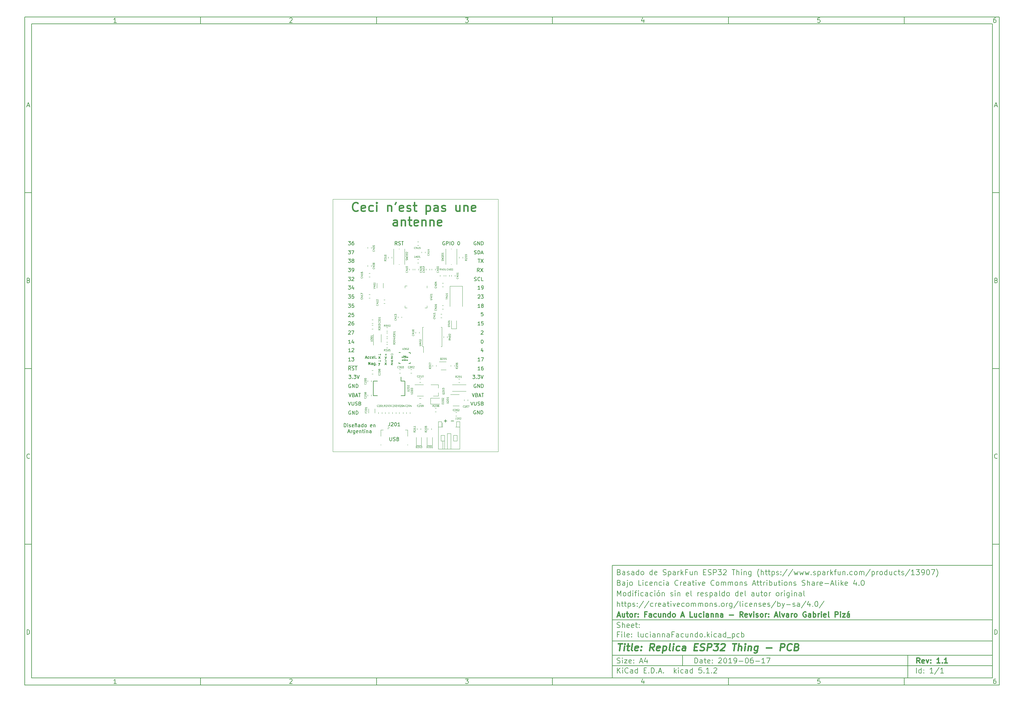
<source format=gbr>
G04 #@! TF.GenerationSoftware,KiCad,Pcbnew,5.1.2*
G04 #@! TF.CreationDate,2019-06-25T01:31:05-03:00*
G04 #@! TF.ProjectId,luciannaFacundo,6c756369-616e-46e6-9146-6163756e646f,1.1*
G04 #@! TF.SameCoordinates,Original*
G04 #@! TF.FileFunction,Legend,Top*
G04 #@! TF.FilePolarity,Positive*
%FSLAX46Y46*%
G04 Gerber Fmt 4.6, Leading zero omitted, Abs format (unit mm)*
G04 Created by KiCad (PCBNEW 5.1.2) date 2019-06-25 01:31:05*
%MOMM*%
%LPD*%
G04 APERTURE LIST*
%ADD10C,0.100000*%
%ADD11C,0.150000*%
%ADD12C,0.300000*%
%ADD13C,0.400000*%
%ADD14C,0.062500*%
%ADD15C,0.120000*%
%ADD16C,0.050000*%
%ADD17C,0.125000*%
G04 APERTURE END LIST*
D10*
D11*
X177002200Y-166007200D02*
X177002200Y-198007200D01*
X285002200Y-198007200D01*
X285002200Y-166007200D01*
X177002200Y-166007200D01*
D10*
D11*
X10000000Y-10000000D02*
X10000000Y-200007200D01*
X287002200Y-200007200D01*
X287002200Y-10000000D01*
X10000000Y-10000000D01*
D10*
D11*
X12000000Y-12000000D02*
X12000000Y-198007200D01*
X285002200Y-198007200D01*
X285002200Y-12000000D01*
X12000000Y-12000000D01*
D10*
D11*
X60000000Y-12000000D02*
X60000000Y-10000000D01*
D10*
D11*
X110000000Y-12000000D02*
X110000000Y-10000000D01*
D10*
D11*
X160000000Y-12000000D02*
X160000000Y-10000000D01*
D10*
D11*
X210000000Y-12000000D02*
X210000000Y-10000000D01*
D10*
D11*
X260000000Y-12000000D02*
X260000000Y-10000000D01*
D10*
D11*
X36065476Y-11588095D02*
X35322619Y-11588095D01*
X35694047Y-11588095D02*
X35694047Y-10288095D01*
X35570238Y-10473809D01*
X35446428Y-10597619D01*
X35322619Y-10659523D01*
D10*
D11*
X85322619Y-10411904D02*
X85384523Y-10350000D01*
X85508333Y-10288095D01*
X85817857Y-10288095D01*
X85941666Y-10350000D01*
X86003571Y-10411904D01*
X86065476Y-10535714D01*
X86065476Y-10659523D01*
X86003571Y-10845238D01*
X85260714Y-11588095D01*
X86065476Y-11588095D01*
D10*
D11*
X135260714Y-10288095D02*
X136065476Y-10288095D01*
X135632142Y-10783333D01*
X135817857Y-10783333D01*
X135941666Y-10845238D01*
X136003571Y-10907142D01*
X136065476Y-11030952D01*
X136065476Y-11340476D01*
X136003571Y-11464285D01*
X135941666Y-11526190D01*
X135817857Y-11588095D01*
X135446428Y-11588095D01*
X135322619Y-11526190D01*
X135260714Y-11464285D01*
D10*
D11*
X185941666Y-10721428D02*
X185941666Y-11588095D01*
X185632142Y-10226190D02*
X185322619Y-11154761D01*
X186127380Y-11154761D01*
D10*
D11*
X236003571Y-10288095D02*
X235384523Y-10288095D01*
X235322619Y-10907142D01*
X235384523Y-10845238D01*
X235508333Y-10783333D01*
X235817857Y-10783333D01*
X235941666Y-10845238D01*
X236003571Y-10907142D01*
X236065476Y-11030952D01*
X236065476Y-11340476D01*
X236003571Y-11464285D01*
X235941666Y-11526190D01*
X235817857Y-11588095D01*
X235508333Y-11588095D01*
X235384523Y-11526190D01*
X235322619Y-11464285D01*
D10*
D11*
X285941666Y-10288095D02*
X285694047Y-10288095D01*
X285570238Y-10350000D01*
X285508333Y-10411904D01*
X285384523Y-10597619D01*
X285322619Y-10845238D01*
X285322619Y-11340476D01*
X285384523Y-11464285D01*
X285446428Y-11526190D01*
X285570238Y-11588095D01*
X285817857Y-11588095D01*
X285941666Y-11526190D01*
X286003571Y-11464285D01*
X286065476Y-11340476D01*
X286065476Y-11030952D01*
X286003571Y-10907142D01*
X285941666Y-10845238D01*
X285817857Y-10783333D01*
X285570238Y-10783333D01*
X285446428Y-10845238D01*
X285384523Y-10907142D01*
X285322619Y-11030952D01*
D10*
D11*
X60000000Y-198007200D02*
X60000000Y-200007200D01*
D10*
D11*
X110000000Y-198007200D02*
X110000000Y-200007200D01*
D10*
D11*
X160000000Y-198007200D02*
X160000000Y-200007200D01*
D10*
D11*
X210000000Y-198007200D02*
X210000000Y-200007200D01*
D10*
D11*
X260000000Y-198007200D02*
X260000000Y-200007200D01*
D10*
D11*
X36065476Y-199595295D02*
X35322619Y-199595295D01*
X35694047Y-199595295D02*
X35694047Y-198295295D01*
X35570238Y-198481009D01*
X35446428Y-198604819D01*
X35322619Y-198666723D01*
D10*
D11*
X85322619Y-198419104D02*
X85384523Y-198357200D01*
X85508333Y-198295295D01*
X85817857Y-198295295D01*
X85941666Y-198357200D01*
X86003571Y-198419104D01*
X86065476Y-198542914D01*
X86065476Y-198666723D01*
X86003571Y-198852438D01*
X85260714Y-199595295D01*
X86065476Y-199595295D01*
D10*
D11*
X135260714Y-198295295D02*
X136065476Y-198295295D01*
X135632142Y-198790533D01*
X135817857Y-198790533D01*
X135941666Y-198852438D01*
X136003571Y-198914342D01*
X136065476Y-199038152D01*
X136065476Y-199347676D01*
X136003571Y-199471485D01*
X135941666Y-199533390D01*
X135817857Y-199595295D01*
X135446428Y-199595295D01*
X135322619Y-199533390D01*
X135260714Y-199471485D01*
D10*
D11*
X185941666Y-198728628D02*
X185941666Y-199595295D01*
X185632142Y-198233390D02*
X185322619Y-199161961D01*
X186127380Y-199161961D01*
D10*
D11*
X236003571Y-198295295D02*
X235384523Y-198295295D01*
X235322619Y-198914342D01*
X235384523Y-198852438D01*
X235508333Y-198790533D01*
X235817857Y-198790533D01*
X235941666Y-198852438D01*
X236003571Y-198914342D01*
X236065476Y-199038152D01*
X236065476Y-199347676D01*
X236003571Y-199471485D01*
X235941666Y-199533390D01*
X235817857Y-199595295D01*
X235508333Y-199595295D01*
X235384523Y-199533390D01*
X235322619Y-199471485D01*
D10*
D11*
X285941666Y-198295295D02*
X285694047Y-198295295D01*
X285570238Y-198357200D01*
X285508333Y-198419104D01*
X285384523Y-198604819D01*
X285322619Y-198852438D01*
X285322619Y-199347676D01*
X285384523Y-199471485D01*
X285446428Y-199533390D01*
X285570238Y-199595295D01*
X285817857Y-199595295D01*
X285941666Y-199533390D01*
X286003571Y-199471485D01*
X286065476Y-199347676D01*
X286065476Y-199038152D01*
X286003571Y-198914342D01*
X285941666Y-198852438D01*
X285817857Y-198790533D01*
X285570238Y-198790533D01*
X285446428Y-198852438D01*
X285384523Y-198914342D01*
X285322619Y-199038152D01*
D10*
D11*
X10000000Y-60000000D02*
X12000000Y-60000000D01*
D10*
D11*
X10000000Y-110000000D02*
X12000000Y-110000000D01*
D10*
D11*
X10000000Y-160000000D02*
X12000000Y-160000000D01*
D10*
D11*
X10690476Y-35216666D02*
X11309523Y-35216666D01*
X10566666Y-35588095D02*
X11000000Y-34288095D01*
X11433333Y-35588095D01*
D10*
D11*
X11092857Y-84907142D02*
X11278571Y-84969047D01*
X11340476Y-85030952D01*
X11402380Y-85154761D01*
X11402380Y-85340476D01*
X11340476Y-85464285D01*
X11278571Y-85526190D01*
X11154761Y-85588095D01*
X10659523Y-85588095D01*
X10659523Y-84288095D01*
X11092857Y-84288095D01*
X11216666Y-84350000D01*
X11278571Y-84411904D01*
X11340476Y-84535714D01*
X11340476Y-84659523D01*
X11278571Y-84783333D01*
X11216666Y-84845238D01*
X11092857Y-84907142D01*
X10659523Y-84907142D01*
D10*
D11*
X11402380Y-135464285D02*
X11340476Y-135526190D01*
X11154761Y-135588095D01*
X11030952Y-135588095D01*
X10845238Y-135526190D01*
X10721428Y-135402380D01*
X10659523Y-135278571D01*
X10597619Y-135030952D01*
X10597619Y-134845238D01*
X10659523Y-134597619D01*
X10721428Y-134473809D01*
X10845238Y-134350000D01*
X11030952Y-134288095D01*
X11154761Y-134288095D01*
X11340476Y-134350000D01*
X11402380Y-134411904D01*
D10*
D11*
X10659523Y-185588095D02*
X10659523Y-184288095D01*
X10969047Y-184288095D01*
X11154761Y-184350000D01*
X11278571Y-184473809D01*
X11340476Y-184597619D01*
X11402380Y-184845238D01*
X11402380Y-185030952D01*
X11340476Y-185278571D01*
X11278571Y-185402380D01*
X11154761Y-185526190D01*
X10969047Y-185588095D01*
X10659523Y-185588095D01*
D10*
D11*
X287002200Y-60000000D02*
X285002200Y-60000000D01*
D10*
D11*
X287002200Y-110000000D02*
X285002200Y-110000000D01*
D10*
D11*
X287002200Y-160000000D02*
X285002200Y-160000000D01*
D10*
D11*
X285692676Y-35216666D02*
X286311723Y-35216666D01*
X285568866Y-35588095D02*
X286002200Y-34288095D01*
X286435533Y-35588095D01*
D10*
D11*
X286095057Y-84907142D02*
X286280771Y-84969047D01*
X286342676Y-85030952D01*
X286404580Y-85154761D01*
X286404580Y-85340476D01*
X286342676Y-85464285D01*
X286280771Y-85526190D01*
X286156961Y-85588095D01*
X285661723Y-85588095D01*
X285661723Y-84288095D01*
X286095057Y-84288095D01*
X286218866Y-84350000D01*
X286280771Y-84411904D01*
X286342676Y-84535714D01*
X286342676Y-84659523D01*
X286280771Y-84783333D01*
X286218866Y-84845238D01*
X286095057Y-84907142D01*
X285661723Y-84907142D01*
D10*
D11*
X286404580Y-135464285D02*
X286342676Y-135526190D01*
X286156961Y-135588095D01*
X286033152Y-135588095D01*
X285847438Y-135526190D01*
X285723628Y-135402380D01*
X285661723Y-135278571D01*
X285599819Y-135030952D01*
X285599819Y-134845238D01*
X285661723Y-134597619D01*
X285723628Y-134473809D01*
X285847438Y-134350000D01*
X286033152Y-134288095D01*
X286156961Y-134288095D01*
X286342676Y-134350000D01*
X286404580Y-134411904D01*
D10*
D11*
X285661723Y-185588095D02*
X285661723Y-184288095D01*
X285971247Y-184288095D01*
X286156961Y-184350000D01*
X286280771Y-184473809D01*
X286342676Y-184597619D01*
X286404580Y-184845238D01*
X286404580Y-185030952D01*
X286342676Y-185278571D01*
X286280771Y-185402380D01*
X286156961Y-185526190D01*
X285971247Y-185588095D01*
X285661723Y-185588095D01*
D10*
D11*
X200434342Y-193785771D02*
X200434342Y-192285771D01*
X200791485Y-192285771D01*
X201005771Y-192357200D01*
X201148628Y-192500057D01*
X201220057Y-192642914D01*
X201291485Y-192928628D01*
X201291485Y-193142914D01*
X201220057Y-193428628D01*
X201148628Y-193571485D01*
X201005771Y-193714342D01*
X200791485Y-193785771D01*
X200434342Y-193785771D01*
X202577200Y-193785771D02*
X202577200Y-193000057D01*
X202505771Y-192857200D01*
X202362914Y-192785771D01*
X202077200Y-192785771D01*
X201934342Y-192857200D01*
X202577200Y-193714342D02*
X202434342Y-193785771D01*
X202077200Y-193785771D01*
X201934342Y-193714342D01*
X201862914Y-193571485D01*
X201862914Y-193428628D01*
X201934342Y-193285771D01*
X202077200Y-193214342D01*
X202434342Y-193214342D01*
X202577200Y-193142914D01*
X203077200Y-192785771D02*
X203648628Y-192785771D01*
X203291485Y-192285771D02*
X203291485Y-193571485D01*
X203362914Y-193714342D01*
X203505771Y-193785771D01*
X203648628Y-193785771D01*
X204720057Y-193714342D02*
X204577200Y-193785771D01*
X204291485Y-193785771D01*
X204148628Y-193714342D01*
X204077200Y-193571485D01*
X204077200Y-193000057D01*
X204148628Y-192857200D01*
X204291485Y-192785771D01*
X204577200Y-192785771D01*
X204720057Y-192857200D01*
X204791485Y-193000057D01*
X204791485Y-193142914D01*
X204077200Y-193285771D01*
X205434342Y-193642914D02*
X205505771Y-193714342D01*
X205434342Y-193785771D01*
X205362914Y-193714342D01*
X205434342Y-193642914D01*
X205434342Y-193785771D01*
X205434342Y-192857200D02*
X205505771Y-192928628D01*
X205434342Y-193000057D01*
X205362914Y-192928628D01*
X205434342Y-192857200D01*
X205434342Y-193000057D01*
X207220057Y-192428628D02*
X207291485Y-192357200D01*
X207434342Y-192285771D01*
X207791485Y-192285771D01*
X207934342Y-192357200D01*
X208005771Y-192428628D01*
X208077200Y-192571485D01*
X208077200Y-192714342D01*
X208005771Y-192928628D01*
X207148628Y-193785771D01*
X208077200Y-193785771D01*
X209005771Y-192285771D02*
X209148628Y-192285771D01*
X209291485Y-192357200D01*
X209362914Y-192428628D01*
X209434342Y-192571485D01*
X209505771Y-192857200D01*
X209505771Y-193214342D01*
X209434342Y-193500057D01*
X209362914Y-193642914D01*
X209291485Y-193714342D01*
X209148628Y-193785771D01*
X209005771Y-193785771D01*
X208862914Y-193714342D01*
X208791485Y-193642914D01*
X208720057Y-193500057D01*
X208648628Y-193214342D01*
X208648628Y-192857200D01*
X208720057Y-192571485D01*
X208791485Y-192428628D01*
X208862914Y-192357200D01*
X209005771Y-192285771D01*
X210934342Y-193785771D02*
X210077200Y-193785771D01*
X210505771Y-193785771D02*
X210505771Y-192285771D01*
X210362914Y-192500057D01*
X210220057Y-192642914D01*
X210077200Y-192714342D01*
X211648628Y-193785771D02*
X211934342Y-193785771D01*
X212077200Y-193714342D01*
X212148628Y-193642914D01*
X212291485Y-193428628D01*
X212362914Y-193142914D01*
X212362914Y-192571485D01*
X212291485Y-192428628D01*
X212220057Y-192357200D01*
X212077200Y-192285771D01*
X211791485Y-192285771D01*
X211648628Y-192357200D01*
X211577200Y-192428628D01*
X211505771Y-192571485D01*
X211505771Y-192928628D01*
X211577200Y-193071485D01*
X211648628Y-193142914D01*
X211791485Y-193214342D01*
X212077200Y-193214342D01*
X212220057Y-193142914D01*
X212291485Y-193071485D01*
X212362914Y-192928628D01*
X213005771Y-193214342D02*
X214148628Y-193214342D01*
X215148628Y-192285771D02*
X215291485Y-192285771D01*
X215434342Y-192357200D01*
X215505771Y-192428628D01*
X215577200Y-192571485D01*
X215648628Y-192857200D01*
X215648628Y-193214342D01*
X215577200Y-193500057D01*
X215505771Y-193642914D01*
X215434342Y-193714342D01*
X215291485Y-193785771D01*
X215148628Y-193785771D01*
X215005771Y-193714342D01*
X214934342Y-193642914D01*
X214862914Y-193500057D01*
X214791485Y-193214342D01*
X214791485Y-192857200D01*
X214862914Y-192571485D01*
X214934342Y-192428628D01*
X215005771Y-192357200D01*
X215148628Y-192285771D01*
X216934342Y-192285771D02*
X216648628Y-192285771D01*
X216505771Y-192357200D01*
X216434342Y-192428628D01*
X216291485Y-192642914D01*
X216220057Y-192928628D01*
X216220057Y-193500057D01*
X216291485Y-193642914D01*
X216362914Y-193714342D01*
X216505771Y-193785771D01*
X216791485Y-193785771D01*
X216934342Y-193714342D01*
X217005771Y-193642914D01*
X217077200Y-193500057D01*
X217077200Y-193142914D01*
X217005771Y-193000057D01*
X216934342Y-192928628D01*
X216791485Y-192857200D01*
X216505771Y-192857200D01*
X216362914Y-192928628D01*
X216291485Y-193000057D01*
X216220057Y-193142914D01*
X217720057Y-193214342D02*
X218862914Y-193214342D01*
X220362914Y-193785771D02*
X219505771Y-193785771D01*
X219934342Y-193785771D02*
X219934342Y-192285771D01*
X219791485Y-192500057D01*
X219648628Y-192642914D01*
X219505771Y-192714342D01*
X220862914Y-192285771D02*
X221862914Y-192285771D01*
X221220057Y-193785771D01*
D10*
D11*
X177002200Y-194507200D02*
X285002200Y-194507200D01*
D10*
D11*
X178434342Y-196585771D02*
X178434342Y-195085771D01*
X179291485Y-196585771D02*
X178648628Y-195728628D01*
X179291485Y-195085771D02*
X178434342Y-195942914D01*
X179934342Y-196585771D02*
X179934342Y-195585771D01*
X179934342Y-195085771D02*
X179862914Y-195157200D01*
X179934342Y-195228628D01*
X180005771Y-195157200D01*
X179934342Y-195085771D01*
X179934342Y-195228628D01*
X181505771Y-196442914D02*
X181434342Y-196514342D01*
X181220057Y-196585771D01*
X181077200Y-196585771D01*
X180862914Y-196514342D01*
X180720057Y-196371485D01*
X180648628Y-196228628D01*
X180577200Y-195942914D01*
X180577200Y-195728628D01*
X180648628Y-195442914D01*
X180720057Y-195300057D01*
X180862914Y-195157200D01*
X181077200Y-195085771D01*
X181220057Y-195085771D01*
X181434342Y-195157200D01*
X181505771Y-195228628D01*
X182791485Y-196585771D02*
X182791485Y-195800057D01*
X182720057Y-195657200D01*
X182577200Y-195585771D01*
X182291485Y-195585771D01*
X182148628Y-195657200D01*
X182791485Y-196514342D02*
X182648628Y-196585771D01*
X182291485Y-196585771D01*
X182148628Y-196514342D01*
X182077200Y-196371485D01*
X182077200Y-196228628D01*
X182148628Y-196085771D01*
X182291485Y-196014342D01*
X182648628Y-196014342D01*
X182791485Y-195942914D01*
X184148628Y-196585771D02*
X184148628Y-195085771D01*
X184148628Y-196514342D02*
X184005771Y-196585771D01*
X183720057Y-196585771D01*
X183577200Y-196514342D01*
X183505771Y-196442914D01*
X183434342Y-196300057D01*
X183434342Y-195871485D01*
X183505771Y-195728628D01*
X183577200Y-195657200D01*
X183720057Y-195585771D01*
X184005771Y-195585771D01*
X184148628Y-195657200D01*
X186005771Y-195800057D02*
X186505771Y-195800057D01*
X186720057Y-196585771D02*
X186005771Y-196585771D01*
X186005771Y-195085771D01*
X186720057Y-195085771D01*
X187362914Y-196442914D02*
X187434342Y-196514342D01*
X187362914Y-196585771D01*
X187291485Y-196514342D01*
X187362914Y-196442914D01*
X187362914Y-196585771D01*
X188077200Y-196585771D02*
X188077200Y-195085771D01*
X188434342Y-195085771D01*
X188648628Y-195157200D01*
X188791485Y-195300057D01*
X188862914Y-195442914D01*
X188934342Y-195728628D01*
X188934342Y-195942914D01*
X188862914Y-196228628D01*
X188791485Y-196371485D01*
X188648628Y-196514342D01*
X188434342Y-196585771D01*
X188077200Y-196585771D01*
X189577200Y-196442914D02*
X189648628Y-196514342D01*
X189577200Y-196585771D01*
X189505771Y-196514342D01*
X189577200Y-196442914D01*
X189577200Y-196585771D01*
X190220057Y-196157200D02*
X190934342Y-196157200D01*
X190077200Y-196585771D02*
X190577200Y-195085771D01*
X191077200Y-196585771D01*
X191577200Y-196442914D02*
X191648628Y-196514342D01*
X191577200Y-196585771D01*
X191505771Y-196514342D01*
X191577200Y-196442914D01*
X191577200Y-196585771D01*
X194577200Y-196585771D02*
X194577200Y-195085771D01*
X194720057Y-196014342D02*
X195148628Y-196585771D01*
X195148628Y-195585771D02*
X194577200Y-196157200D01*
X195791485Y-196585771D02*
X195791485Y-195585771D01*
X195791485Y-195085771D02*
X195720057Y-195157200D01*
X195791485Y-195228628D01*
X195862914Y-195157200D01*
X195791485Y-195085771D01*
X195791485Y-195228628D01*
X197148628Y-196514342D02*
X197005771Y-196585771D01*
X196720057Y-196585771D01*
X196577200Y-196514342D01*
X196505771Y-196442914D01*
X196434342Y-196300057D01*
X196434342Y-195871485D01*
X196505771Y-195728628D01*
X196577200Y-195657200D01*
X196720057Y-195585771D01*
X197005771Y-195585771D01*
X197148628Y-195657200D01*
X198434342Y-196585771D02*
X198434342Y-195800057D01*
X198362914Y-195657200D01*
X198220057Y-195585771D01*
X197934342Y-195585771D01*
X197791485Y-195657200D01*
X198434342Y-196514342D02*
X198291485Y-196585771D01*
X197934342Y-196585771D01*
X197791485Y-196514342D01*
X197720057Y-196371485D01*
X197720057Y-196228628D01*
X197791485Y-196085771D01*
X197934342Y-196014342D01*
X198291485Y-196014342D01*
X198434342Y-195942914D01*
X199791485Y-196585771D02*
X199791485Y-195085771D01*
X199791485Y-196514342D02*
X199648628Y-196585771D01*
X199362914Y-196585771D01*
X199220057Y-196514342D01*
X199148628Y-196442914D01*
X199077200Y-196300057D01*
X199077200Y-195871485D01*
X199148628Y-195728628D01*
X199220057Y-195657200D01*
X199362914Y-195585771D01*
X199648628Y-195585771D01*
X199791485Y-195657200D01*
X202362914Y-195085771D02*
X201648628Y-195085771D01*
X201577200Y-195800057D01*
X201648628Y-195728628D01*
X201791485Y-195657200D01*
X202148628Y-195657200D01*
X202291485Y-195728628D01*
X202362914Y-195800057D01*
X202434342Y-195942914D01*
X202434342Y-196300057D01*
X202362914Y-196442914D01*
X202291485Y-196514342D01*
X202148628Y-196585771D01*
X201791485Y-196585771D01*
X201648628Y-196514342D01*
X201577200Y-196442914D01*
X203077200Y-196442914D02*
X203148628Y-196514342D01*
X203077200Y-196585771D01*
X203005771Y-196514342D01*
X203077200Y-196442914D01*
X203077200Y-196585771D01*
X204577200Y-196585771D02*
X203720057Y-196585771D01*
X204148628Y-196585771D02*
X204148628Y-195085771D01*
X204005771Y-195300057D01*
X203862914Y-195442914D01*
X203720057Y-195514342D01*
X205220057Y-196442914D02*
X205291485Y-196514342D01*
X205220057Y-196585771D01*
X205148628Y-196514342D01*
X205220057Y-196442914D01*
X205220057Y-196585771D01*
X205862914Y-195228628D02*
X205934342Y-195157200D01*
X206077200Y-195085771D01*
X206434342Y-195085771D01*
X206577200Y-195157200D01*
X206648628Y-195228628D01*
X206720057Y-195371485D01*
X206720057Y-195514342D01*
X206648628Y-195728628D01*
X205791485Y-196585771D01*
X206720057Y-196585771D01*
D10*
D11*
X177002200Y-191507200D02*
X285002200Y-191507200D01*
D10*
D12*
X264411485Y-193785771D02*
X263911485Y-193071485D01*
X263554342Y-193785771D02*
X263554342Y-192285771D01*
X264125771Y-192285771D01*
X264268628Y-192357200D01*
X264340057Y-192428628D01*
X264411485Y-192571485D01*
X264411485Y-192785771D01*
X264340057Y-192928628D01*
X264268628Y-193000057D01*
X264125771Y-193071485D01*
X263554342Y-193071485D01*
X265625771Y-193714342D02*
X265482914Y-193785771D01*
X265197200Y-193785771D01*
X265054342Y-193714342D01*
X264982914Y-193571485D01*
X264982914Y-193000057D01*
X265054342Y-192857200D01*
X265197200Y-192785771D01*
X265482914Y-192785771D01*
X265625771Y-192857200D01*
X265697200Y-193000057D01*
X265697200Y-193142914D01*
X264982914Y-193285771D01*
X266197200Y-192785771D02*
X266554342Y-193785771D01*
X266911485Y-192785771D01*
X267482914Y-193642914D02*
X267554342Y-193714342D01*
X267482914Y-193785771D01*
X267411485Y-193714342D01*
X267482914Y-193642914D01*
X267482914Y-193785771D01*
X267482914Y-192857200D02*
X267554342Y-192928628D01*
X267482914Y-193000057D01*
X267411485Y-192928628D01*
X267482914Y-192857200D01*
X267482914Y-193000057D01*
X270125771Y-193785771D02*
X269268628Y-193785771D01*
X269697200Y-193785771D02*
X269697200Y-192285771D01*
X269554342Y-192500057D01*
X269411485Y-192642914D01*
X269268628Y-192714342D01*
X270768628Y-193642914D02*
X270840057Y-193714342D01*
X270768628Y-193785771D01*
X270697200Y-193714342D01*
X270768628Y-193642914D01*
X270768628Y-193785771D01*
X272268628Y-193785771D02*
X271411485Y-193785771D01*
X271840057Y-193785771D02*
X271840057Y-192285771D01*
X271697200Y-192500057D01*
X271554342Y-192642914D01*
X271411485Y-192714342D01*
D10*
D11*
X178362914Y-193714342D02*
X178577200Y-193785771D01*
X178934342Y-193785771D01*
X179077200Y-193714342D01*
X179148628Y-193642914D01*
X179220057Y-193500057D01*
X179220057Y-193357200D01*
X179148628Y-193214342D01*
X179077200Y-193142914D01*
X178934342Y-193071485D01*
X178648628Y-193000057D01*
X178505771Y-192928628D01*
X178434342Y-192857200D01*
X178362914Y-192714342D01*
X178362914Y-192571485D01*
X178434342Y-192428628D01*
X178505771Y-192357200D01*
X178648628Y-192285771D01*
X179005771Y-192285771D01*
X179220057Y-192357200D01*
X179862914Y-193785771D02*
X179862914Y-192785771D01*
X179862914Y-192285771D02*
X179791485Y-192357200D01*
X179862914Y-192428628D01*
X179934342Y-192357200D01*
X179862914Y-192285771D01*
X179862914Y-192428628D01*
X180434342Y-192785771D02*
X181220057Y-192785771D01*
X180434342Y-193785771D01*
X181220057Y-193785771D01*
X182362914Y-193714342D02*
X182220057Y-193785771D01*
X181934342Y-193785771D01*
X181791485Y-193714342D01*
X181720057Y-193571485D01*
X181720057Y-193000057D01*
X181791485Y-192857200D01*
X181934342Y-192785771D01*
X182220057Y-192785771D01*
X182362914Y-192857200D01*
X182434342Y-193000057D01*
X182434342Y-193142914D01*
X181720057Y-193285771D01*
X183077200Y-193642914D02*
X183148628Y-193714342D01*
X183077200Y-193785771D01*
X183005771Y-193714342D01*
X183077200Y-193642914D01*
X183077200Y-193785771D01*
X183077200Y-192857200D02*
X183148628Y-192928628D01*
X183077200Y-193000057D01*
X183005771Y-192928628D01*
X183077200Y-192857200D01*
X183077200Y-193000057D01*
X184862914Y-193357200D02*
X185577200Y-193357200D01*
X184720057Y-193785771D02*
X185220057Y-192285771D01*
X185720057Y-193785771D01*
X186862914Y-192785771D02*
X186862914Y-193785771D01*
X186505771Y-192214342D02*
X186148628Y-193285771D01*
X187077200Y-193285771D01*
D10*
D11*
X263434342Y-196585771D02*
X263434342Y-195085771D01*
X264791485Y-196585771D02*
X264791485Y-195085771D01*
X264791485Y-196514342D02*
X264648628Y-196585771D01*
X264362914Y-196585771D01*
X264220057Y-196514342D01*
X264148628Y-196442914D01*
X264077200Y-196300057D01*
X264077200Y-195871485D01*
X264148628Y-195728628D01*
X264220057Y-195657200D01*
X264362914Y-195585771D01*
X264648628Y-195585771D01*
X264791485Y-195657200D01*
X265505771Y-196442914D02*
X265577200Y-196514342D01*
X265505771Y-196585771D01*
X265434342Y-196514342D01*
X265505771Y-196442914D01*
X265505771Y-196585771D01*
X265505771Y-195657200D02*
X265577200Y-195728628D01*
X265505771Y-195800057D01*
X265434342Y-195728628D01*
X265505771Y-195657200D01*
X265505771Y-195800057D01*
X268148628Y-196585771D02*
X267291485Y-196585771D01*
X267720057Y-196585771D02*
X267720057Y-195085771D01*
X267577200Y-195300057D01*
X267434342Y-195442914D01*
X267291485Y-195514342D01*
X269862914Y-195014342D02*
X268577200Y-196942914D01*
X271148628Y-196585771D02*
X270291485Y-196585771D01*
X270720057Y-196585771D02*
X270720057Y-195085771D01*
X270577200Y-195300057D01*
X270434342Y-195442914D01*
X270291485Y-195514342D01*
D10*
D11*
X177002200Y-187507200D02*
X285002200Y-187507200D01*
D10*
D13*
X178714580Y-188211961D02*
X179857438Y-188211961D01*
X179036009Y-190211961D02*
X179286009Y-188211961D01*
X180274104Y-190211961D02*
X180440771Y-188878628D01*
X180524104Y-188211961D02*
X180416961Y-188307200D01*
X180500295Y-188402438D01*
X180607438Y-188307200D01*
X180524104Y-188211961D01*
X180500295Y-188402438D01*
X181107438Y-188878628D02*
X181869342Y-188878628D01*
X181476485Y-188211961D02*
X181262200Y-189926247D01*
X181333628Y-190116723D01*
X181512200Y-190211961D01*
X181702676Y-190211961D01*
X182655057Y-190211961D02*
X182476485Y-190116723D01*
X182405057Y-189926247D01*
X182619342Y-188211961D01*
X184190771Y-190116723D02*
X183988390Y-190211961D01*
X183607438Y-190211961D01*
X183428866Y-190116723D01*
X183357438Y-189926247D01*
X183452676Y-189164342D01*
X183571723Y-188973866D01*
X183774104Y-188878628D01*
X184155057Y-188878628D01*
X184333628Y-188973866D01*
X184405057Y-189164342D01*
X184381247Y-189354819D01*
X183405057Y-189545295D01*
X185155057Y-190021485D02*
X185238390Y-190116723D01*
X185131247Y-190211961D01*
X185047914Y-190116723D01*
X185155057Y-190021485D01*
X185131247Y-190211961D01*
X185286009Y-188973866D02*
X185369342Y-189069104D01*
X185262200Y-189164342D01*
X185178866Y-189069104D01*
X185286009Y-188973866D01*
X185262200Y-189164342D01*
X188750295Y-190211961D02*
X188202676Y-189259580D01*
X187607438Y-190211961D02*
X187857438Y-188211961D01*
X188619342Y-188211961D01*
X188797914Y-188307200D01*
X188881247Y-188402438D01*
X188952676Y-188592914D01*
X188916961Y-188878628D01*
X188797914Y-189069104D01*
X188690771Y-189164342D01*
X188488390Y-189259580D01*
X187726485Y-189259580D01*
X190381247Y-190116723D02*
X190178866Y-190211961D01*
X189797914Y-190211961D01*
X189619342Y-190116723D01*
X189547914Y-189926247D01*
X189643152Y-189164342D01*
X189762200Y-188973866D01*
X189964580Y-188878628D01*
X190345533Y-188878628D01*
X190524104Y-188973866D01*
X190595533Y-189164342D01*
X190571723Y-189354819D01*
X189595533Y-189545295D01*
X191488390Y-188878628D02*
X191238390Y-190878628D01*
X191476485Y-188973866D02*
X191678866Y-188878628D01*
X192059819Y-188878628D01*
X192238390Y-188973866D01*
X192321723Y-189069104D01*
X192393152Y-189259580D01*
X192321723Y-189831009D01*
X192202676Y-190021485D01*
X192095533Y-190116723D01*
X191893152Y-190211961D01*
X191512200Y-190211961D01*
X191333628Y-190116723D01*
X193416961Y-190211961D02*
X193238390Y-190116723D01*
X193166961Y-189926247D01*
X193381247Y-188211961D01*
X194178866Y-190211961D02*
X194345533Y-188878628D01*
X194428866Y-188211961D02*
X194321723Y-188307200D01*
X194405057Y-188402438D01*
X194512200Y-188307200D01*
X194428866Y-188211961D01*
X194405057Y-188402438D01*
X196000295Y-190116723D02*
X195797914Y-190211961D01*
X195416961Y-190211961D01*
X195238390Y-190116723D01*
X195155057Y-190021485D01*
X195083628Y-189831009D01*
X195155057Y-189259580D01*
X195274104Y-189069104D01*
X195381247Y-188973866D01*
X195583628Y-188878628D01*
X195964580Y-188878628D01*
X196143152Y-188973866D01*
X197702676Y-190211961D02*
X197833628Y-189164342D01*
X197762200Y-188973866D01*
X197583628Y-188878628D01*
X197202676Y-188878628D01*
X197000295Y-188973866D01*
X197714580Y-190116723D02*
X197512200Y-190211961D01*
X197036009Y-190211961D01*
X196857438Y-190116723D01*
X196786009Y-189926247D01*
X196809819Y-189735771D01*
X196928866Y-189545295D01*
X197131247Y-189450057D01*
X197607438Y-189450057D01*
X197809819Y-189354819D01*
X200309819Y-189164342D02*
X200976485Y-189164342D01*
X201131247Y-190211961D02*
X200178866Y-190211961D01*
X200428866Y-188211961D01*
X201381247Y-188211961D01*
X201905057Y-190116723D02*
X202178866Y-190211961D01*
X202655057Y-190211961D01*
X202857438Y-190116723D01*
X202964580Y-190021485D01*
X203083628Y-189831009D01*
X203107438Y-189640533D01*
X203036009Y-189450057D01*
X202952676Y-189354819D01*
X202774104Y-189259580D01*
X202405057Y-189164342D01*
X202226485Y-189069104D01*
X202143152Y-188973866D01*
X202071723Y-188783390D01*
X202095533Y-188592914D01*
X202214580Y-188402438D01*
X202321723Y-188307200D01*
X202524104Y-188211961D01*
X203000295Y-188211961D01*
X203274104Y-188307200D01*
X203893152Y-190211961D02*
X204143152Y-188211961D01*
X204905057Y-188211961D01*
X205083628Y-188307200D01*
X205166961Y-188402438D01*
X205238390Y-188592914D01*
X205202676Y-188878628D01*
X205083628Y-189069104D01*
X204976485Y-189164342D01*
X204774104Y-189259580D01*
X204012200Y-189259580D01*
X205952676Y-188211961D02*
X207190771Y-188211961D01*
X206428866Y-188973866D01*
X206714580Y-188973866D01*
X206893152Y-189069104D01*
X206976485Y-189164342D01*
X207047914Y-189354819D01*
X206988390Y-189831009D01*
X206869342Y-190021485D01*
X206762200Y-190116723D01*
X206559819Y-190211961D01*
X205988390Y-190211961D01*
X205809819Y-190116723D01*
X205726485Y-190021485D01*
X207928866Y-188402438D02*
X208036009Y-188307200D01*
X208238390Y-188211961D01*
X208714580Y-188211961D01*
X208893152Y-188307200D01*
X208976485Y-188402438D01*
X209047914Y-188592914D01*
X209024104Y-188783390D01*
X208893152Y-189069104D01*
X207607438Y-190211961D01*
X208845533Y-190211961D01*
X211190771Y-188211961D02*
X212333628Y-188211961D01*
X211512200Y-190211961D02*
X211762200Y-188211961D01*
X212750295Y-190211961D02*
X213000295Y-188211961D01*
X213607438Y-190211961D02*
X213738390Y-189164342D01*
X213666961Y-188973866D01*
X213488390Y-188878628D01*
X213202676Y-188878628D01*
X213000295Y-188973866D01*
X212893152Y-189069104D01*
X214559819Y-190211961D02*
X214726485Y-188878628D01*
X214809819Y-188211961D02*
X214702676Y-188307200D01*
X214786009Y-188402438D01*
X214893152Y-188307200D01*
X214809819Y-188211961D01*
X214786009Y-188402438D01*
X215678866Y-188878628D02*
X215512200Y-190211961D01*
X215655057Y-189069104D02*
X215762200Y-188973866D01*
X215964580Y-188878628D01*
X216250295Y-188878628D01*
X216428866Y-188973866D01*
X216500295Y-189164342D01*
X216369342Y-190211961D01*
X218345533Y-188878628D02*
X218143152Y-190497676D01*
X218024104Y-190688152D01*
X217916961Y-190783390D01*
X217714580Y-190878628D01*
X217428866Y-190878628D01*
X217250295Y-190783390D01*
X218190771Y-190116723D02*
X217988390Y-190211961D01*
X217607438Y-190211961D01*
X217428866Y-190116723D01*
X217345533Y-190021485D01*
X217274104Y-189831009D01*
X217345533Y-189259580D01*
X217464580Y-189069104D01*
X217571723Y-188973866D01*
X217774104Y-188878628D01*
X218155057Y-188878628D01*
X218333628Y-188973866D01*
X220750295Y-189450057D02*
X222274104Y-189450057D01*
X224655057Y-190211961D02*
X224905057Y-188211961D01*
X225666961Y-188211961D01*
X225845533Y-188307200D01*
X225928866Y-188402438D01*
X226000295Y-188592914D01*
X225964580Y-188878628D01*
X225845533Y-189069104D01*
X225738390Y-189164342D01*
X225536009Y-189259580D01*
X224774104Y-189259580D01*
X227821723Y-190021485D02*
X227714580Y-190116723D01*
X227416961Y-190211961D01*
X227226485Y-190211961D01*
X226952676Y-190116723D01*
X226786009Y-189926247D01*
X226714580Y-189735771D01*
X226666961Y-189354819D01*
X226702676Y-189069104D01*
X226845533Y-188688152D01*
X226964580Y-188497676D01*
X227178866Y-188307200D01*
X227476485Y-188211961D01*
X227666961Y-188211961D01*
X227940771Y-188307200D01*
X228024104Y-188402438D01*
X229452676Y-189164342D02*
X229726485Y-189259580D01*
X229809819Y-189354819D01*
X229881247Y-189545295D01*
X229845533Y-189831009D01*
X229726485Y-190021485D01*
X229619342Y-190116723D01*
X229416961Y-190211961D01*
X228655057Y-190211961D01*
X228905057Y-188211961D01*
X229571723Y-188211961D01*
X229750295Y-188307200D01*
X229833628Y-188402438D01*
X229905057Y-188592914D01*
X229881247Y-188783390D01*
X229762199Y-188973866D01*
X229655057Y-189069104D01*
X229452676Y-189164342D01*
X228786009Y-189164342D01*
D10*
D11*
X178934342Y-185600057D02*
X178434342Y-185600057D01*
X178434342Y-186385771D02*
X178434342Y-184885771D01*
X179148628Y-184885771D01*
X179720057Y-186385771D02*
X179720057Y-185385771D01*
X179720057Y-184885771D02*
X179648628Y-184957200D01*
X179720057Y-185028628D01*
X179791485Y-184957200D01*
X179720057Y-184885771D01*
X179720057Y-185028628D01*
X180648628Y-186385771D02*
X180505771Y-186314342D01*
X180434342Y-186171485D01*
X180434342Y-184885771D01*
X181791485Y-186314342D02*
X181648628Y-186385771D01*
X181362914Y-186385771D01*
X181220057Y-186314342D01*
X181148628Y-186171485D01*
X181148628Y-185600057D01*
X181220057Y-185457200D01*
X181362914Y-185385771D01*
X181648628Y-185385771D01*
X181791485Y-185457200D01*
X181862914Y-185600057D01*
X181862914Y-185742914D01*
X181148628Y-185885771D01*
X182505771Y-186242914D02*
X182577200Y-186314342D01*
X182505771Y-186385771D01*
X182434342Y-186314342D01*
X182505771Y-186242914D01*
X182505771Y-186385771D01*
X182505771Y-185457200D02*
X182577200Y-185528628D01*
X182505771Y-185600057D01*
X182434342Y-185528628D01*
X182505771Y-185457200D01*
X182505771Y-185600057D01*
X184577200Y-186385771D02*
X184434342Y-186314342D01*
X184362914Y-186171485D01*
X184362914Y-184885771D01*
X185791485Y-185385771D02*
X185791485Y-186385771D01*
X185148628Y-185385771D02*
X185148628Y-186171485D01*
X185220057Y-186314342D01*
X185362914Y-186385771D01*
X185577200Y-186385771D01*
X185720057Y-186314342D01*
X185791485Y-186242914D01*
X187148628Y-186314342D02*
X187005771Y-186385771D01*
X186720057Y-186385771D01*
X186577200Y-186314342D01*
X186505771Y-186242914D01*
X186434342Y-186100057D01*
X186434342Y-185671485D01*
X186505771Y-185528628D01*
X186577200Y-185457200D01*
X186720057Y-185385771D01*
X187005771Y-185385771D01*
X187148628Y-185457200D01*
X187791485Y-186385771D02*
X187791485Y-185385771D01*
X187791485Y-184885771D02*
X187720057Y-184957200D01*
X187791485Y-185028628D01*
X187862914Y-184957200D01*
X187791485Y-184885771D01*
X187791485Y-185028628D01*
X189148628Y-186385771D02*
X189148628Y-185600057D01*
X189077200Y-185457200D01*
X188934342Y-185385771D01*
X188648628Y-185385771D01*
X188505771Y-185457200D01*
X189148628Y-186314342D02*
X189005771Y-186385771D01*
X188648628Y-186385771D01*
X188505771Y-186314342D01*
X188434342Y-186171485D01*
X188434342Y-186028628D01*
X188505771Y-185885771D01*
X188648628Y-185814342D01*
X189005771Y-185814342D01*
X189148628Y-185742914D01*
X189862914Y-185385771D02*
X189862914Y-186385771D01*
X189862914Y-185528628D02*
X189934342Y-185457200D01*
X190077200Y-185385771D01*
X190291485Y-185385771D01*
X190434342Y-185457200D01*
X190505771Y-185600057D01*
X190505771Y-186385771D01*
X191220057Y-185385771D02*
X191220057Y-186385771D01*
X191220057Y-185528628D02*
X191291485Y-185457200D01*
X191434342Y-185385771D01*
X191648628Y-185385771D01*
X191791485Y-185457200D01*
X191862914Y-185600057D01*
X191862914Y-186385771D01*
X193220057Y-186385771D02*
X193220057Y-185600057D01*
X193148628Y-185457200D01*
X193005771Y-185385771D01*
X192720057Y-185385771D01*
X192577200Y-185457200D01*
X193220057Y-186314342D02*
X193077200Y-186385771D01*
X192720057Y-186385771D01*
X192577200Y-186314342D01*
X192505771Y-186171485D01*
X192505771Y-186028628D01*
X192577200Y-185885771D01*
X192720057Y-185814342D01*
X193077200Y-185814342D01*
X193220057Y-185742914D01*
X194434342Y-185600057D02*
X193934342Y-185600057D01*
X193934342Y-186385771D02*
X193934342Y-184885771D01*
X194648628Y-184885771D01*
X195862914Y-186385771D02*
X195862914Y-185600057D01*
X195791485Y-185457200D01*
X195648628Y-185385771D01*
X195362914Y-185385771D01*
X195220057Y-185457200D01*
X195862914Y-186314342D02*
X195720057Y-186385771D01*
X195362914Y-186385771D01*
X195220057Y-186314342D01*
X195148628Y-186171485D01*
X195148628Y-186028628D01*
X195220057Y-185885771D01*
X195362914Y-185814342D01*
X195720057Y-185814342D01*
X195862914Y-185742914D01*
X197220057Y-186314342D02*
X197077200Y-186385771D01*
X196791485Y-186385771D01*
X196648628Y-186314342D01*
X196577200Y-186242914D01*
X196505771Y-186100057D01*
X196505771Y-185671485D01*
X196577200Y-185528628D01*
X196648628Y-185457200D01*
X196791485Y-185385771D01*
X197077200Y-185385771D01*
X197220057Y-185457200D01*
X198505771Y-185385771D02*
X198505771Y-186385771D01*
X197862914Y-185385771D02*
X197862914Y-186171485D01*
X197934342Y-186314342D01*
X198077200Y-186385771D01*
X198291485Y-186385771D01*
X198434342Y-186314342D01*
X198505771Y-186242914D01*
X199220057Y-185385771D02*
X199220057Y-186385771D01*
X199220057Y-185528628D02*
X199291485Y-185457200D01*
X199434342Y-185385771D01*
X199648628Y-185385771D01*
X199791485Y-185457200D01*
X199862914Y-185600057D01*
X199862914Y-186385771D01*
X201220057Y-186385771D02*
X201220057Y-184885771D01*
X201220057Y-186314342D02*
X201077200Y-186385771D01*
X200791485Y-186385771D01*
X200648628Y-186314342D01*
X200577200Y-186242914D01*
X200505771Y-186100057D01*
X200505771Y-185671485D01*
X200577200Y-185528628D01*
X200648628Y-185457200D01*
X200791485Y-185385771D01*
X201077200Y-185385771D01*
X201220057Y-185457200D01*
X202148628Y-186385771D02*
X202005771Y-186314342D01*
X201934342Y-186242914D01*
X201862914Y-186100057D01*
X201862914Y-185671485D01*
X201934342Y-185528628D01*
X202005771Y-185457200D01*
X202148628Y-185385771D01*
X202362914Y-185385771D01*
X202505771Y-185457200D01*
X202577200Y-185528628D01*
X202648628Y-185671485D01*
X202648628Y-186100057D01*
X202577200Y-186242914D01*
X202505771Y-186314342D01*
X202362914Y-186385771D01*
X202148628Y-186385771D01*
X203291485Y-186242914D02*
X203362914Y-186314342D01*
X203291485Y-186385771D01*
X203220057Y-186314342D01*
X203291485Y-186242914D01*
X203291485Y-186385771D01*
X204005771Y-186385771D02*
X204005771Y-184885771D01*
X204148628Y-185814342D02*
X204577200Y-186385771D01*
X204577200Y-185385771D02*
X204005771Y-185957200D01*
X205220057Y-186385771D02*
X205220057Y-185385771D01*
X205220057Y-184885771D02*
X205148628Y-184957200D01*
X205220057Y-185028628D01*
X205291485Y-184957200D01*
X205220057Y-184885771D01*
X205220057Y-185028628D01*
X206577200Y-186314342D02*
X206434342Y-186385771D01*
X206148628Y-186385771D01*
X206005771Y-186314342D01*
X205934342Y-186242914D01*
X205862914Y-186100057D01*
X205862914Y-185671485D01*
X205934342Y-185528628D01*
X206005771Y-185457200D01*
X206148628Y-185385771D01*
X206434342Y-185385771D01*
X206577200Y-185457200D01*
X207862914Y-186385771D02*
X207862914Y-185600057D01*
X207791485Y-185457200D01*
X207648628Y-185385771D01*
X207362914Y-185385771D01*
X207220057Y-185457200D01*
X207862914Y-186314342D02*
X207720057Y-186385771D01*
X207362914Y-186385771D01*
X207220057Y-186314342D01*
X207148628Y-186171485D01*
X207148628Y-186028628D01*
X207220057Y-185885771D01*
X207362914Y-185814342D01*
X207720057Y-185814342D01*
X207862914Y-185742914D01*
X209220057Y-186385771D02*
X209220057Y-184885771D01*
X209220057Y-186314342D02*
X209077200Y-186385771D01*
X208791485Y-186385771D01*
X208648628Y-186314342D01*
X208577200Y-186242914D01*
X208505771Y-186100057D01*
X208505771Y-185671485D01*
X208577200Y-185528628D01*
X208648628Y-185457200D01*
X208791485Y-185385771D01*
X209077200Y-185385771D01*
X209220057Y-185457200D01*
X209577200Y-186528628D02*
X210720057Y-186528628D01*
X211077200Y-185385771D02*
X211077200Y-186885771D01*
X211077200Y-185457200D02*
X211220057Y-185385771D01*
X211505771Y-185385771D01*
X211648628Y-185457200D01*
X211720057Y-185528628D01*
X211791485Y-185671485D01*
X211791485Y-186100057D01*
X211720057Y-186242914D01*
X211648628Y-186314342D01*
X211505771Y-186385771D01*
X211220057Y-186385771D01*
X211077200Y-186314342D01*
X213077200Y-186314342D02*
X212934342Y-186385771D01*
X212648628Y-186385771D01*
X212505771Y-186314342D01*
X212434342Y-186242914D01*
X212362914Y-186100057D01*
X212362914Y-185671485D01*
X212434342Y-185528628D01*
X212505771Y-185457200D01*
X212648628Y-185385771D01*
X212934342Y-185385771D01*
X213077200Y-185457200D01*
X213720057Y-186385771D02*
X213720057Y-184885771D01*
X213720057Y-185457200D02*
X213862914Y-185385771D01*
X214148628Y-185385771D01*
X214291485Y-185457200D01*
X214362914Y-185528628D01*
X214434342Y-185671485D01*
X214434342Y-186100057D01*
X214362914Y-186242914D01*
X214291485Y-186314342D01*
X214148628Y-186385771D01*
X213862914Y-186385771D01*
X213720057Y-186314342D01*
D10*
D11*
X177002200Y-181507200D02*
X285002200Y-181507200D01*
D10*
D11*
X178362914Y-183614342D02*
X178577200Y-183685771D01*
X178934342Y-183685771D01*
X179077200Y-183614342D01*
X179148628Y-183542914D01*
X179220057Y-183400057D01*
X179220057Y-183257200D01*
X179148628Y-183114342D01*
X179077200Y-183042914D01*
X178934342Y-182971485D01*
X178648628Y-182900057D01*
X178505771Y-182828628D01*
X178434342Y-182757200D01*
X178362914Y-182614342D01*
X178362914Y-182471485D01*
X178434342Y-182328628D01*
X178505771Y-182257200D01*
X178648628Y-182185771D01*
X179005771Y-182185771D01*
X179220057Y-182257200D01*
X179862914Y-183685771D02*
X179862914Y-182185771D01*
X180505771Y-183685771D02*
X180505771Y-182900057D01*
X180434342Y-182757200D01*
X180291485Y-182685771D01*
X180077200Y-182685771D01*
X179934342Y-182757200D01*
X179862914Y-182828628D01*
X181791485Y-183614342D02*
X181648628Y-183685771D01*
X181362914Y-183685771D01*
X181220057Y-183614342D01*
X181148628Y-183471485D01*
X181148628Y-182900057D01*
X181220057Y-182757200D01*
X181362914Y-182685771D01*
X181648628Y-182685771D01*
X181791485Y-182757200D01*
X181862914Y-182900057D01*
X181862914Y-183042914D01*
X181148628Y-183185771D01*
X183077200Y-183614342D02*
X182934342Y-183685771D01*
X182648628Y-183685771D01*
X182505771Y-183614342D01*
X182434342Y-183471485D01*
X182434342Y-182900057D01*
X182505771Y-182757200D01*
X182648628Y-182685771D01*
X182934342Y-182685771D01*
X183077200Y-182757200D01*
X183148628Y-182900057D01*
X183148628Y-183042914D01*
X182434342Y-183185771D01*
X183577200Y-182685771D02*
X184148628Y-182685771D01*
X183791485Y-182185771D02*
X183791485Y-183471485D01*
X183862914Y-183614342D01*
X184005771Y-183685771D01*
X184148628Y-183685771D01*
X184648628Y-183542914D02*
X184720057Y-183614342D01*
X184648628Y-183685771D01*
X184577200Y-183614342D01*
X184648628Y-183542914D01*
X184648628Y-183685771D01*
X184648628Y-182757200D02*
X184720057Y-182828628D01*
X184648628Y-182900057D01*
X184577200Y-182828628D01*
X184648628Y-182757200D01*
X184648628Y-182900057D01*
D10*
D12*
X178482914Y-180257200D02*
X179197200Y-180257200D01*
X178340057Y-180685771D02*
X178840057Y-179185771D01*
X179340057Y-180685771D01*
X180482914Y-179685771D02*
X180482914Y-180685771D01*
X179840057Y-179685771D02*
X179840057Y-180471485D01*
X179911485Y-180614342D01*
X180054342Y-180685771D01*
X180268628Y-180685771D01*
X180411485Y-180614342D01*
X180482914Y-180542914D01*
X180982914Y-179685771D02*
X181554342Y-179685771D01*
X181197200Y-179185771D02*
X181197200Y-180471485D01*
X181268628Y-180614342D01*
X181411485Y-180685771D01*
X181554342Y-180685771D01*
X182268628Y-180685771D02*
X182125771Y-180614342D01*
X182054342Y-180542914D01*
X181982914Y-180400057D01*
X181982914Y-179971485D01*
X182054342Y-179828628D01*
X182125771Y-179757200D01*
X182268628Y-179685771D01*
X182482914Y-179685771D01*
X182625771Y-179757200D01*
X182697200Y-179828628D01*
X182768628Y-179971485D01*
X182768628Y-180400057D01*
X182697200Y-180542914D01*
X182625771Y-180614342D01*
X182482914Y-180685771D01*
X182268628Y-180685771D01*
X183411485Y-180685771D02*
X183411485Y-179685771D01*
X183411485Y-179971485D02*
X183482914Y-179828628D01*
X183554342Y-179757200D01*
X183697200Y-179685771D01*
X183840057Y-179685771D01*
X184340057Y-180542914D02*
X184411485Y-180614342D01*
X184340057Y-180685771D01*
X184268628Y-180614342D01*
X184340057Y-180542914D01*
X184340057Y-180685771D01*
X184340057Y-179757200D02*
X184411485Y-179828628D01*
X184340057Y-179900057D01*
X184268628Y-179828628D01*
X184340057Y-179757200D01*
X184340057Y-179900057D01*
X186697200Y-179900057D02*
X186197200Y-179900057D01*
X186197200Y-180685771D02*
X186197200Y-179185771D01*
X186911485Y-179185771D01*
X188125771Y-180685771D02*
X188125771Y-179900057D01*
X188054342Y-179757200D01*
X187911485Y-179685771D01*
X187625771Y-179685771D01*
X187482914Y-179757200D01*
X188125771Y-180614342D02*
X187982914Y-180685771D01*
X187625771Y-180685771D01*
X187482914Y-180614342D01*
X187411485Y-180471485D01*
X187411485Y-180328628D01*
X187482914Y-180185771D01*
X187625771Y-180114342D01*
X187982914Y-180114342D01*
X188125771Y-180042914D01*
X189482914Y-180614342D02*
X189340057Y-180685771D01*
X189054342Y-180685771D01*
X188911485Y-180614342D01*
X188840057Y-180542914D01*
X188768628Y-180400057D01*
X188768628Y-179971485D01*
X188840057Y-179828628D01*
X188911485Y-179757200D01*
X189054342Y-179685771D01*
X189340057Y-179685771D01*
X189482914Y-179757200D01*
X190768628Y-179685771D02*
X190768628Y-180685771D01*
X190125771Y-179685771D02*
X190125771Y-180471485D01*
X190197200Y-180614342D01*
X190340057Y-180685771D01*
X190554342Y-180685771D01*
X190697200Y-180614342D01*
X190768628Y-180542914D01*
X191482914Y-179685771D02*
X191482914Y-180685771D01*
X191482914Y-179828628D02*
X191554342Y-179757200D01*
X191697200Y-179685771D01*
X191911485Y-179685771D01*
X192054342Y-179757200D01*
X192125771Y-179900057D01*
X192125771Y-180685771D01*
X193482914Y-180685771D02*
X193482914Y-179185771D01*
X193482914Y-180614342D02*
X193340057Y-180685771D01*
X193054342Y-180685771D01*
X192911485Y-180614342D01*
X192840057Y-180542914D01*
X192768628Y-180400057D01*
X192768628Y-179971485D01*
X192840057Y-179828628D01*
X192911485Y-179757200D01*
X193054342Y-179685771D01*
X193340057Y-179685771D01*
X193482914Y-179757200D01*
X194411485Y-180685771D02*
X194268628Y-180614342D01*
X194197200Y-180542914D01*
X194125771Y-180400057D01*
X194125771Y-179971485D01*
X194197200Y-179828628D01*
X194268628Y-179757200D01*
X194411485Y-179685771D01*
X194625771Y-179685771D01*
X194768628Y-179757200D01*
X194840057Y-179828628D01*
X194911485Y-179971485D01*
X194911485Y-180400057D01*
X194840057Y-180542914D01*
X194768628Y-180614342D01*
X194625771Y-180685771D01*
X194411485Y-180685771D01*
X196625771Y-180257200D02*
X197340057Y-180257200D01*
X196482914Y-180685771D02*
X196982914Y-179185771D01*
X197482914Y-180685771D01*
X199840057Y-180685771D02*
X199125771Y-180685771D01*
X199125771Y-179185771D01*
X200982914Y-179685771D02*
X200982914Y-180685771D01*
X200340057Y-179685771D02*
X200340057Y-180471485D01*
X200411485Y-180614342D01*
X200554342Y-180685771D01*
X200768628Y-180685771D01*
X200911485Y-180614342D01*
X200982914Y-180542914D01*
X202340057Y-180614342D02*
X202197200Y-180685771D01*
X201911485Y-180685771D01*
X201768628Y-180614342D01*
X201697200Y-180542914D01*
X201625771Y-180400057D01*
X201625771Y-179971485D01*
X201697200Y-179828628D01*
X201768628Y-179757200D01*
X201911485Y-179685771D01*
X202197200Y-179685771D01*
X202340057Y-179757200D01*
X202982914Y-180685771D02*
X202982914Y-179685771D01*
X202982914Y-179185771D02*
X202911485Y-179257200D01*
X202982914Y-179328628D01*
X203054342Y-179257200D01*
X202982914Y-179185771D01*
X202982914Y-179328628D01*
X204340057Y-180685771D02*
X204340057Y-179900057D01*
X204268628Y-179757200D01*
X204125771Y-179685771D01*
X203840057Y-179685771D01*
X203697200Y-179757200D01*
X204340057Y-180614342D02*
X204197200Y-180685771D01*
X203840057Y-180685771D01*
X203697200Y-180614342D01*
X203625771Y-180471485D01*
X203625771Y-180328628D01*
X203697200Y-180185771D01*
X203840057Y-180114342D01*
X204197200Y-180114342D01*
X204340057Y-180042914D01*
X205054342Y-179685771D02*
X205054342Y-180685771D01*
X205054342Y-179828628D02*
X205125771Y-179757200D01*
X205268628Y-179685771D01*
X205482914Y-179685771D01*
X205625771Y-179757200D01*
X205697200Y-179900057D01*
X205697200Y-180685771D01*
X206411485Y-179685771D02*
X206411485Y-180685771D01*
X206411485Y-179828628D02*
X206482914Y-179757200D01*
X206625771Y-179685771D01*
X206840057Y-179685771D01*
X206982914Y-179757200D01*
X207054342Y-179900057D01*
X207054342Y-180685771D01*
X208411485Y-180685771D02*
X208411485Y-179900057D01*
X208340057Y-179757200D01*
X208197200Y-179685771D01*
X207911485Y-179685771D01*
X207768628Y-179757200D01*
X208411485Y-180614342D02*
X208268628Y-180685771D01*
X207911485Y-180685771D01*
X207768628Y-180614342D01*
X207697200Y-180471485D01*
X207697200Y-180328628D01*
X207768628Y-180185771D01*
X207911485Y-180114342D01*
X208268628Y-180114342D01*
X208411485Y-180042914D01*
X210268628Y-180114342D02*
X211411485Y-180114342D01*
X214125771Y-180685771D02*
X213625771Y-179971485D01*
X213268628Y-180685771D02*
X213268628Y-179185771D01*
X213840057Y-179185771D01*
X213982914Y-179257200D01*
X214054342Y-179328628D01*
X214125771Y-179471485D01*
X214125771Y-179685771D01*
X214054342Y-179828628D01*
X213982914Y-179900057D01*
X213840057Y-179971485D01*
X213268628Y-179971485D01*
X215340057Y-180614342D02*
X215197200Y-180685771D01*
X214911485Y-180685771D01*
X214768628Y-180614342D01*
X214697200Y-180471485D01*
X214697200Y-179900057D01*
X214768628Y-179757200D01*
X214911485Y-179685771D01*
X215197200Y-179685771D01*
X215340057Y-179757200D01*
X215411485Y-179900057D01*
X215411485Y-180042914D01*
X214697200Y-180185771D01*
X215911485Y-179685771D02*
X216268628Y-180685771D01*
X216625771Y-179685771D01*
X217197200Y-180685771D02*
X217197200Y-179685771D01*
X217197200Y-179185771D02*
X217125771Y-179257200D01*
X217197200Y-179328628D01*
X217268628Y-179257200D01*
X217197200Y-179185771D01*
X217197200Y-179328628D01*
X217840057Y-180614342D02*
X217982914Y-180685771D01*
X218268628Y-180685771D01*
X218411485Y-180614342D01*
X218482914Y-180471485D01*
X218482914Y-180400057D01*
X218411485Y-180257200D01*
X218268628Y-180185771D01*
X218054342Y-180185771D01*
X217911485Y-180114342D01*
X217840057Y-179971485D01*
X217840057Y-179900057D01*
X217911485Y-179757200D01*
X218054342Y-179685771D01*
X218268628Y-179685771D01*
X218411485Y-179757200D01*
X219340057Y-180685771D02*
X219197200Y-180614342D01*
X219125771Y-180542914D01*
X219054342Y-180400057D01*
X219054342Y-179971485D01*
X219125771Y-179828628D01*
X219197200Y-179757200D01*
X219340057Y-179685771D01*
X219554342Y-179685771D01*
X219697200Y-179757200D01*
X219768628Y-179828628D01*
X219840057Y-179971485D01*
X219840057Y-180400057D01*
X219768628Y-180542914D01*
X219697200Y-180614342D01*
X219554342Y-180685771D01*
X219340057Y-180685771D01*
X220482914Y-180685771D02*
X220482914Y-179685771D01*
X220482914Y-179971485D02*
X220554342Y-179828628D01*
X220625771Y-179757200D01*
X220768628Y-179685771D01*
X220911485Y-179685771D01*
X221411485Y-180542914D02*
X221482914Y-180614342D01*
X221411485Y-180685771D01*
X221340057Y-180614342D01*
X221411485Y-180542914D01*
X221411485Y-180685771D01*
X221411485Y-179757200D02*
X221482914Y-179828628D01*
X221411485Y-179900057D01*
X221340057Y-179828628D01*
X221411485Y-179757200D01*
X221411485Y-179900057D01*
X223197200Y-180257200D02*
X223911485Y-180257200D01*
X223054342Y-180685771D02*
X223554342Y-179185771D01*
X224054342Y-180685771D01*
X224768628Y-180685771D02*
X224625771Y-180614342D01*
X224554342Y-180471485D01*
X224554342Y-179185771D01*
X225197200Y-179685771D02*
X225554342Y-180685771D01*
X225911485Y-179685771D01*
X227125771Y-180685771D02*
X227125771Y-179900057D01*
X227054342Y-179757200D01*
X226911485Y-179685771D01*
X226625771Y-179685771D01*
X226482914Y-179757200D01*
X227125771Y-180614342D02*
X226982914Y-180685771D01*
X226625771Y-180685771D01*
X226482914Y-180614342D01*
X226411485Y-180471485D01*
X226411485Y-180328628D01*
X226482914Y-180185771D01*
X226625771Y-180114342D01*
X226982914Y-180114342D01*
X227125771Y-180042914D01*
X227840057Y-180685771D02*
X227840057Y-179685771D01*
X227840057Y-179971485D02*
X227911485Y-179828628D01*
X227982914Y-179757200D01*
X228125771Y-179685771D01*
X228268628Y-179685771D01*
X228982914Y-180685771D02*
X228840057Y-180614342D01*
X228768628Y-180542914D01*
X228697200Y-180400057D01*
X228697200Y-179971485D01*
X228768628Y-179828628D01*
X228840057Y-179757200D01*
X228982914Y-179685771D01*
X229197200Y-179685771D01*
X229340057Y-179757200D01*
X229411485Y-179828628D01*
X229482914Y-179971485D01*
X229482914Y-180400057D01*
X229411485Y-180542914D01*
X229340057Y-180614342D01*
X229197200Y-180685771D01*
X228982914Y-180685771D01*
X232054342Y-179257200D02*
X231911485Y-179185771D01*
X231697200Y-179185771D01*
X231482914Y-179257200D01*
X231340057Y-179400057D01*
X231268628Y-179542914D01*
X231197200Y-179828628D01*
X231197200Y-180042914D01*
X231268628Y-180328628D01*
X231340057Y-180471485D01*
X231482914Y-180614342D01*
X231697200Y-180685771D01*
X231840057Y-180685771D01*
X232054342Y-180614342D01*
X232125771Y-180542914D01*
X232125771Y-180042914D01*
X231840057Y-180042914D01*
X233411485Y-180685771D02*
X233411485Y-179900057D01*
X233340057Y-179757200D01*
X233197200Y-179685771D01*
X232911485Y-179685771D01*
X232768628Y-179757200D01*
X233411485Y-180614342D02*
X233268628Y-180685771D01*
X232911485Y-180685771D01*
X232768628Y-180614342D01*
X232697200Y-180471485D01*
X232697200Y-180328628D01*
X232768628Y-180185771D01*
X232911485Y-180114342D01*
X233268628Y-180114342D01*
X233411485Y-180042914D01*
X234125771Y-180685771D02*
X234125771Y-179185771D01*
X234125771Y-179757200D02*
X234268628Y-179685771D01*
X234554342Y-179685771D01*
X234697200Y-179757200D01*
X234768628Y-179828628D01*
X234840057Y-179971485D01*
X234840057Y-180400057D01*
X234768628Y-180542914D01*
X234697200Y-180614342D01*
X234554342Y-180685771D01*
X234268628Y-180685771D01*
X234125771Y-180614342D01*
X235482914Y-180685771D02*
X235482914Y-179685771D01*
X235482914Y-179971485D02*
X235554342Y-179828628D01*
X235625771Y-179757200D01*
X235768628Y-179685771D01*
X235911485Y-179685771D01*
X236411485Y-180685771D02*
X236411485Y-179685771D01*
X236411485Y-179185771D02*
X236340057Y-179257200D01*
X236411485Y-179328628D01*
X236482914Y-179257200D01*
X236411485Y-179185771D01*
X236411485Y-179328628D01*
X237697200Y-180614342D02*
X237554342Y-180685771D01*
X237268628Y-180685771D01*
X237125771Y-180614342D01*
X237054342Y-180471485D01*
X237054342Y-179900057D01*
X237125771Y-179757200D01*
X237268628Y-179685771D01*
X237554342Y-179685771D01*
X237697200Y-179757200D01*
X237768628Y-179900057D01*
X237768628Y-180042914D01*
X237054342Y-180185771D01*
X238625771Y-180685771D02*
X238482914Y-180614342D01*
X238411485Y-180471485D01*
X238411485Y-179185771D01*
X240340057Y-180685771D02*
X240340057Y-179185771D01*
X240911485Y-179185771D01*
X241054342Y-179257200D01*
X241125771Y-179328628D01*
X241197200Y-179471485D01*
X241197200Y-179685771D01*
X241125771Y-179828628D01*
X241054342Y-179900057D01*
X240911485Y-179971485D01*
X240340057Y-179971485D01*
X241840057Y-180685771D02*
X241840057Y-179685771D01*
X241840057Y-179185771D02*
X241768628Y-179257200D01*
X241840057Y-179328628D01*
X241911485Y-179257200D01*
X241840057Y-179185771D01*
X241840057Y-179328628D01*
X242411485Y-179685771D02*
X243197200Y-179685771D01*
X242411485Y-180685771D01*
X243197200Y-180685771D01*
X244411485Y-180685771D02*
X244411485Y-179900057D01*
X244340057Y-179757200D01*
X244197200Y-179685771D01*
X243911485Y-179685771D01*
X243768628Y-179757200D01*
X244411485Y-180614342D02*
X244268628Y-180685771D01*
X243911485Y-180685771D01*
X243768628Y-180614342D01*
X243697200Y-180471485D01*
X243697200Y-180328628D01*
X243768628Y-180185771D01*
X243911485Y-180114342D01*
X244268628Y-180114342D01*
X244411485Y-180042914D01*
X244197200Y-179114342D02*
X243982914Y-179328628D01*
D10*
D11*
X178434342Y-177685771D02*
X178434342Y-176185771D01*
X179077200Y-177685771D02*
X179077200Y-176900057D01*
X179005771Y-176757200D01*
X178862914Y-176685771D01*
X178648628Y-176685771D01*
X178505771Y-176757200D01*
X178434342Y-176828628D01*
X179577200Y-176685771D02*
X180148628Y-176685771D01*
X179791485Y-176185771D02*
X179791485Y-177471485D01*
X179862914Y-177614342D01*
X180005771Y-177685771D01*
X180148628Y-177685771D01*
X180434342Y-176685771D02*
X181005771Y-176685771D01*
X180648628Y-176185771D02*
X180648628Y-177471485D01*
X180720057Y-177614342D01*
X180862914Y-177685771D01*
X181005771Y-177685771D01*
X181505771Y-176685771D02*
X181505771Y-178185771D01*
X181505771Y-176757200D02*
X181648628Y-176685771D01*
X181934342Y-176685771D01*
X182077200Y-176757200D01*
X182148628Y-176828628D01*
X182220057Y-176971485D01*
X182220057Y-177400057D01*
X182148628Y-177542914D01*
X182077200Y-177614342D01*
X181934342Y-177685771D01*
X181648628Y-177685771D01*
X181505771Y-177614342D01*
X182791485Y-177614342D02*
X182934342Y-177685771D01*
X183220057Y-177685771D01*
X183362914Y-177614342D01*
X183434342Y-177471485D01*
X183434342Y-177400057D01*
X183362914Y-177257200D01*
X183220057Y-177185771D01*
X183005771Y-177185771D01*
X182862914Y-177114342D01*
X182791485Y-176971485D01*
X182791485Y-176900057D01*
X182862914Y-176757200D01*
X183005771Y-176685771D01*
X183220057Y-176685771D01*
X183362914Y-176757200D01*
X184077200Y-177542914D02*
X184148628Y-177614342D01*
X184077200Y-177685771D01*
X184005771Y-177614342D01*
X184077200Y-177542914D01*
X184077200Y-177685771D01*
X184077200Y-176757200D02*
X184148628Y-176828628D01*
X184077200Y-176900057D01*
X184005771Y-176828628D01*
X184077200Y-176757200D01*
X184077200Y-176900057D01*
X185862914Y-176114342D02*
X184577200Y-178042914D01*
X187434342Y-176114342D02*
X186148628Y-178042914D01*
X188577200Y-177614342D02*
X188434342Y-177685771D01*
X188148628Y-177685771D01*
X188005771Y-177614342D01*
X187934342Y-177542914D01*
X187862914Y-177400057D01*
X187862914Y-176971485D01*
X187934342Y-176828628D01*
X188005771Y-176757200D01*
X188148628Y-176685771D01*
X188434342Y-176685771D01*
X188577200Y-176757200D01*
X189220057Y-177685771D02*
X189220057Y-176685771D01*
X189220057Y-176971485D02*
X189291485Y-176828628D01*
X189362914Y-176757200D01*
X189505771Y-176685771D01*
X189648628Y-176685771D01*
X190720057Y-177614342D02*
X190577200Y-177685771D01*
X190291485Y-177685771D01*
X190148628Y-177614342D01*
X190077200Y-177471485D01*
X190077200Y-176900057D01*
X190148628Y-176757200D01*
X190291485Y-176685771D01*
X190577200Y-176685771D01*
X190720057Y-176757200D01*
X190791485Y-176900057D01*
X190791485Y-177042914D01*
X190077200Y-177185771D01*
X192077200Y-177685771D02*
X192077200Y-176900057D01*
X192005771Y-176757200D01*
X191862914Y-176685771D01*
X191577200Y-176685771D01*
X191434342Y-176757200D01*
X192077200Y-177614342D02*
X191934342Y-177685771D01*
X191577200Y-177685771D01*
X191434342Y-177614342D01*
X191362914Y-177471485D01*
X191362914Y-177328628D01*
X191434342Y-177185771D01*
X191577200Y-177114342D01*
X191934342Y-177114342D01*
X192077200Y-177042914D01*
X192577200Y-176685771D02*
X193148628Y-176685771D01*
X192791485Y-176185771D02*
X192791485Y-177471485D01*
X192862914Y-177614342D01*
X193005771Y-177685771D01*
X193148628Y-177685771D01*
X193648628Y-177685771D02*
X193648628Y-176685771D01*
X193648628Y-176185771D02*
X193577200Y-176257200D01*
X193648628Y-176328628D01*
X193720057Y-176257200D01*
X193648628Y-176185771D01*
X193648628Y-176328628D01*
X194220057Y-176685771D02*
X194577200Y-177685771D01*
X194934342Y-176685771D01*
X196077200Y-177614342D02*
X195934342Y-177685771D01*
X195648628Y-177685771D01*
X195505771Y-177614342D01*
X195434342Y-177471485D01*
X195434342Y-176900057D01*
X195505771Y-176757200D01*
X195648628Y-176685771D01*
X195934342Y-176685771D01*
X196077200Y-176757200D01*
X196148628Y-176900057D01*
X196148628Y-177042914D01*
X195434342Y-177185771D01*
X197434342Y-177614342D02*
X197291485Y-177685771D01*
X197005771Y-177685771D01*
X196862914Y-177614342D01*
X196791485Y-177542914D01*
X196720057Y-177400057D01*
X196720057Y-176971485D01*
X196791485Y-176828628D01*
X196862914Y-176757200D01*
X197005771Y-176685771D01*
X197291485Y-176685771D01*
X197434342Y-176757200D01*
X198291485Y-177685771D02*
X198148628Y-177614342D01*
X198077200Y-177542914D01*
X198005771Y-177400057D01*
X198005771Y-176971485D01*
X198077200Y-176828628D01*
X198148628Y-176757200D01*
X198291485Y-176685771D01*
X198505771Y-176685771D01*
X198648628Y-176757200D01*
X198720057Y-176828628D01*
X198791485Y-176971485D01*
X198791485Y-177400057D01*
X198720057Y-177542914D01*
X198648628Y-177614342D01*
X198505771Y-177685771D01*
X198291485Y-177685771D01*
X199434342Y-177685771D02*
X199434342Y-176685771D01*
X199434342Y-176828628D02*
X199505771Y-176757200D01*
X199648628Y-176685771D01*
X199862914Y-176685771D01*
X200005771Y-176757200D01*
X200077200Y-176900057D01*
X200077200Y-177685771D01*
X200077200Y-176900057D02*
X200148628Y-176757200D01*
X200291485Y-176685771D01*
X200505771Y-176685771D01*
X200648628Y-176757200D01*
X200720057Y-176900057D01*
X200720057Y-177685771D01*
X201434342Y-177685771D02*
X201434342Y-176685771D01*
X201434342Y-176828628D02*
X201505771Y-176757200D01*
X201648628Y-176685771D01*
X201862914Y-176685771D01*
X202005771Y-176757200D01*
X202077200Y-176900057D01*
X202077200Y-177685771D01*
X202077200Y-176900057D02*
X202148628Y-176757200D01*
X202291485Y-176685771D01*
X202505771Y-176685771D01*
X202648628Y-176757200D01*
X202720057Y-176900057D01*
X202720057Y-177685771D01*
X203648628Y-177685771D02*
X203505771Y-177614342D01*
X203434342Y-177542914D01*
X203362914Y-177400057D01*
X203362914Y-176971485D01*
X203434342Y-176828628D01*
X203505771Y-176757200D01*
X203648628Y-176685771D01*
X203862914Y-176685771D01*
X204005771Y-176757200D01*
X204077200Y-176828628D01*
X204148628Y-176971485D01*
X204148628Y-177400057D01*
X204077200Y-177542914D01*
X204005771Y-177614342D01*
X203862914Y-177685771D01*
X203648628Y-177685771D01*
X204791485Y-176685771D02*
X204791485Y-177685771D01*
X204791485Y-176828628D02*
X204862914Y-176757200D01*
X205005771Y-176685771D01*
X205220057Y-176685771D01*
X205362914Y-176757200D01*
X205434342Y-176900057D01*
X205434342Y-177685771D01*
X206077200Y-177614342D02*
X206220057Y-177685771D01*
X206505771Y-177685771D01*
X206648628Y-177614342D01*
X206720057Y-177471485D01*
X206720057Y-177400057D01*
X206648628Y-177257200D01*
X206505771Y-177185771D01*
X206291485Y-177185771D01*
X206148628Y-177114342D01*
X206077200Y-176971485D01*
X206077200Y-176900057D01*
X206148628Y-176757200D01*
X206291485Y-176685771D01*
X206505771Y-176685771D01*
X206648628Y-176757200D01*
X207362914Y-177542914D02*
X207434342Y-177614342D01*
X207362914Y-177685771D01*
X207291485Y-177614342D01*
X207362914Y-177542914D01*
X207362914Y-177685771D01*
X208291485Y-177685771D02*
X208148628Y-177614342D01*
X208077200Y-177542914D01*
X208005771Y-177400057D01*
X208005771Y-176971485D01*
X208077200Y-176828628D01*
X208148628Y-176757200D01*
X208291485Y-176685771D01*
X208505771Y-176685771D01*
X208648628Y-176757200D01*
X208720057Y-176828628D01*
X208791485Y-176971485D01*
X208791485Y-177400057D01*
X208720057Y-177542914D01*
X208648628Y-177614342D01*
X208505771Y-177685771D01*
X208291485Y-177685771D01*
X209434342Y-177685771D02*
X209434342Y-176685771D01*
X209434342Y-176971485D02*
X209505771Y-176828628D01*
X209577200Y-176757200D01*
X209720057Y-176685771D01*
X209862914Y-176685771D01*
X211005771Y-176685771D02*
X211005771Y-177900057D01*
X210934342Y-178042914D01*
X210862914Y-178114342D01*
X210720057Y-178185771D01*
X210505771Y-178185771D01*
X210362914Y-178114342D01*
X211005771Y-177614342D02*
X210862914Y-177685771D01*
X210577200Y-177685771D01*
X210434342Y-177614342D01*
X210362914Y-177542914D01*
X210291485Y-177400057D01*
X210291485Y-176971485D01*
X210362914Y-176828628D01*
X210434342Y-176757200D01*
X210577200Y-176685771D01*
X210862914Y-176685771D01*
X211005771Y-176757200D01*
X212791485Y-176114342D02*
X211505771Y-178042914D01*
X213505771Y-177685771D02*
X213362914Y-177614342D01*
X213291485Y-177471485D01*
X213291485Y-176185771D01*
X214077200Y-177685771D02*
X214077200Y-176685771D01*
X214077200Y-176185771D02*
X214005771Y-176257200D01*
X214077200Y-176328628D01*
X214148628Y-176257200D01*
X214077200Y-176185771D01*
X214077200Y-176328628D01*
X215434342Y-177614342D02*
X215291485Y-177685771D01*
X215005771Y-177685771D01*
X214862914Y-177614342D01*
X214791485Y-177542914D01*
X214720057Y-177400057D01*
X214720057Y-176971485D01*
X214791485Y-176828628D01*
X214862914Y-176757200D01*
X215005771Y-176685771D01*
X215291485Y-176685771D01*
X215434342Y-176757200D01*
X216648628Y-177614342D02*
X216505771Y-177685771D01*
X216220057Y-177685771D01*
X216077200Y-177614342D01*
X216005771Y-177471485D01*
X216005771Y-176900057D01*
X216077200Y-176757200D01*
X216220057Y-176685771D01*
X216505771Y-176685771D01*
X216648628Y-176757200D01*
X216720057Y-176900057D01*
X216720057Y-177042914D01*
X216005771Y-177185771D01*
X217362914Y-176685771D02*
X217362914Y-177685771D01*
X217362914Y-176828628D02*
X217434342Y-176757200D01*
X217577200Y-176685771D01*
X217791485Y-176685771D01*
X217934342Y-176757200D01*
X218005771Y-176900057D01*
X218005771Y-177685771D01*
X218648628Y-177614342D02*
X218791485Y-177685771D01*
X219077200Y-177685771D01*
X219220057Y-177614342D01*
X219291485Y-177471485D01*
X219291485Y-177400057D01*
X219220057Y-177257200D01*
X219077200Y-177185771D01*
X218862914Y-177185771D01*
X218720057Y-177114342D01*
X218648628Y-176971485D01*
X218648628Y-176900057D01*
X218720057Y-176757200D01*
X218862914Y-176685771D01*
X219077200Y-176685771D01*
X219220057Y-176757200D01*
X220505771Y-177614342D02*
X220362914Y-177685771D01*
X220077200Y-177685771D01*
X219934342Y-177614342D01*
X219862914Y-177471485D01*
X219862914Y-176900057D01*
X219934342Y-176757200D01*
X220077200Y-176685771D01*
X220362914Y-176685771D01*
X220505771Y-176757200D01*
X220577200Y-176900057D01*
X220577200Y-177042914D01*
X219862914Y-177185771D01*
X221148628Y-177614342D02*
X221291485Y-177685771D01*
X221577200Y-177685771D01*
X221720057Y-177614342D01*
X221791485Y-177471485D01*
X221791485Y-177400057D01*
X221720057Y-177257200D01*
X221577200Y-177185771D01*
X221362914Y-177185771D01*
X221220057Y-177114342D01*
X221148628Y-176971485D01*
X221148628Y-176900057D01*
X221220057Y-176757200D01*
X221362914Y-176685771D01*
X221577200Y-176685771D01*
X221720057Y-176757200D01*
X223505771Y-176114342D02*
X222220057Y-178042914D01*
X224005771Y-177685771D02*
X224005771Y-176185771D01*
X224005771Y-176757200D02*
X224148628Y-176685771D01*
X224434342Y-176685771D01*
X224577200Y-176757200D01*
X224648628Y-176828628D01*
X224720057Y-176971485D01*
X224720057Y-177400057D01*
X224648628Y-177542914D01*
X224577200Y-177614342D01*
X224434342Y-177685771D01*
X224148628Y-177685771D01*
X224005771Y-177614342D01*
X225220057Y-176685771D02*
X225577200Y-177685771D01*
X225934342Y-176685771D02*
X225577200Y-177685771D01*
X225434342Y-178042914D01*
X225362914Y-178114342D01*
X225220057Y-178185771D01*
X226505771Y-177114342D02*
X227648628Y-177114342D01*
X228291485Y-177614342D02*
X228434342Y-177685771D01*
X228720057Y-177685771D01*
X228862914Y-177614342D01*
X228934342Y-177471485D01*
X228934342Y-177400057D01*
X228862914Y-177257200D01*
X228720057Y-177185771D01*
X228505771Y-177185771D01*
X228362914Y-177114342D01*
X228291485Y-176971485D01*
X228291485Y-176900057D01*
X228362914Y-176757200D01*
X228505771Y-176685771D01*
X228720057Y-176685771D01*
X228862914Y-176757200D01*
X230220057Y-177685771D02*
X230220057Y-176900057D01*
X230148628Y-176757200D01*
X230005771Y-176685771D01*
X229720057Y-176685771D01*
X229577200Y-176757200D01*
X230220057Y-177614342D02*
X230077200Y-177685771D01*
X229720057Y-177685771D01*
X229577200Y-177614342D01*
X229505771Y-177471485D01*
X229505771Y-177328628D01*
X229577200Y-177185771D01*
X229720057Y-177114342D01*
X230077200Y-177114342D01*
X230220057Y-177042914D01*
X232005771Y-176114342D02*
X230720057Y-178042914D01*
X233148628Y-176685771D02*
X233148628Y-177685771D01*
X232791485Y-176114342D02*
X232434342Y-177185771D01*
X233362914Y-177185771D01*
X233934342Y-177542914D02*
X234005771Y-177614342D01*
X233934342Y-177685771D01*
X233862914Y-177614342D01*
X233934342Y-177542914D01*
X233934342Y-177685771D01*
X234934342Y-176185771D02*
X235077200Y-176185771D01*
X235220057Y-176257200D01*
X235291485Y-176328628D01*
X235362914Y-176471485D01*
X235434342Y-176757200D01*
X235434342Y-177114342D01*
X235362914Y-177400057D01*
X235291485Y-177542914D01*
X235220057Y-177614342D01*
X235077200Y-177685771D01*
X234934342Y-177685771D01*
X234791485Y-177614342D01*
X234720057Y-177542914D01*
X234648628Y-177400057D01*
X234577200Y-177114342D01*
X234577200Y-176757200D01*
X234648628Y-176471485D01*
X234720057Y-176328628D01*
X234791485Y-176257200D01*
X234934342Y-176185771D01*
X237148628Y-176114342D02*
X235862914Y-178042914D01*
D10*
D11*
X178434342Y-174685771D02*
X178434342Y-173185771D01*
X178934342Y-174257200D01*
X179434342Y-173185771D01*
X179434342Y-174685771D01*
X180362914Y-174685771D02*
X180220057Y-174614342D01*
X180148628Y-174542914D01*
X180077200Y-174400057D01*
X180077200Y-173971485D01*
X180148628Y-173828628D01*
X180220057Y-173757200D01*
X180362914Y-173685771D01*
X180577200Y-173685771D01*
X180720057Y-173757200D01*
X180791485Y-173828628D01*
X180862914Y-173971485D01*
X180862914Y-174400057D01*
X180791485Y-174542914D01*
X180720057Y-174614342D01*
X180577200Y-174685771D01*
X180362914Y-174685771D01*
X182148628Y-174685771D02*
X182148628Y-173185771D01*
X182148628Y-174614342D02*
X182005771Y-174685771D01*
X181720057Y-174685771D01*
X181577200Y-174614342D01*
X181505771Y-174542914D01*
X181434342Y-174400057D01*
X181434342Y-173971485D01*
X181505771Y-173828628D01*
X181577200Y-173757200D01*
X181720057Y-173685771D01*
X182005771Y-173685771D01*
X182148628Y-173757200D01*
X182862914Y-174685771D02*
X182862914Y-173685771D01*
X182862914Y-173185771D02*
X182791485Y-173257200D01*
X182862914Y-173328628D01*
X182934342Y-173257200D01*
X182862914Y-173185771D01*
X182862914Y-173328628D01*
X183362914Y-173685771D02*
X183934342Y-173685771D01*
X183577200Y-174685771D02*
X183577200Y-173400057D01*
X183648628Y-173257200D01*
X183791485Y-173185771D01*
X183934342Y-173185771D01*
X184434342Y-174685771D02*
X184434342Y-173685771D01*
X184434342Y-173185771D02*
X184362914Y-173257200D01*
X184434342Y-173328628D01*
X184505771Y-173257200D01*
X184434342Y-173185771D01*
X184434342Y-173328628D01*
X185791485Y-174614342D02*
X185648628Y-174685771D01*
X185362914Y-174685771D01*
X185220057Y-174614342D01*
X185148628Y-174542914D01*
X185077200Y-174400057D01*
X185077200Y-173971485D01*
X185148628Y-173828628D01*
X185220057Y-173757200D01*
X185362914Y-173685771D01*
X185648628Y-173685771D01*
X185791485Y-173757200D01*
X187077200Y-174685771D02*
X187077200Y-173900057D01*
X187005771Y-173757200D01*
X186862914Y-173685771D01*
X186577200Y-173685771D01*
X186434342Y-173757200D01*
X187077200Y-174614342D02*
X186934342Y-174685771D01*
X186577200Y-174685771D01*
X186434342Y-174614342D01*
X186362914Y-174471485D01*
X186362914Y-174328628D01*
X186434342Y-174185771D01*
X186577200Y-174114342D01*
X186934342Y-174114342D01*
X187077200Y-174042914D01*
X188434342Y-174614342D02*
X188291485Y-174685771D01*
X188005771Y-174685771D01*
X187862914Y-174614342D01*
X187791485Y-174542914D01*
X187720057Y-174400057D01*
X187720057Y-173971485D01*
X187791485Y-173828628D01*
X187862914Y-173757200D01*
X188005771Y-173685771D01*
X188291485Y-173685771D01*
X188434342Y-173757200D01*
X189077200Y-174685771D02*
X189077200Y-173685771D01*
X189077200Y-173185771D02*
X189005771Y-173257200D01*
X189077200Y-173328628D01*
X189148628Y-173257200D01*
X189077200Y-173185771D01*
X189077200Y-173328628D01*
X190005771Y-174685771D02*
X189862914Y-174614342D01*
X189791485Y-174542914D01*
X189720057Y-174400057D01*
X189720057Y-173971485D01*
X189791485Y-173828628D01*
X189862914Y-173757200D01*
X190005771Y-173685771D01*
X190220057Y-173685771D01*
X190362914Y-173757200D01*
X190434342Y-173828628D01*
X190505771Y-173971485D01*
X190505771Y-174400057D01*
X190434342Y-174542914D01*
X190362914Y-174614342D01*
X190220057Y-174685771D01*
X190005771Y-174685771D01*
X190291485Y-173114342D02*
X190077200Y-173328628D01*
X191148628Y-173685771D02*
X191148628Y-174685771D01*
X191148628Y-173828628D02*
X191220057Y-173757200D01*
X191362914Y-173685771D01*
X191577200Y-173685771D01*
X191720057Y-173757200D01*
X191791485Y-173900057D01*
X191791485Y-174685771D01*
X193577200Y-174614342D02*
X193720057Y-174685771D01*
X194005771Y-174685771D01*
X194148628Y-174614342D01*
X194220057Y-174471485D01*
X194220057Y-174400057D01*
X194148628Y-174257200D01*
X194005771Y-174185771D01*
X193791485Y-174185771D01*
X193648628Y-174114342D01*
X193577200Y-173971485D01*
X193577200Y-173900057D01*
X193648628Y-173757200D01*
X193791485Y-173685771D01*
X194005771Y-173685771D01*
X194148628Y-173757200D01*
X194862914Y-174685771D02*
X194862914Y-173685771D01*
X194862914Y-173185771D02*
X194791485Y-173257200D01*
X194862914Y-173328628D01*
X194934342Y-173257200D01*
X194862914Y-173185771D01*
X194862914Y-173328628D01*
X195577200Y-173685771D02*
X195577200Y-174685771D01*
X195577200Y-173828628D02*
X195648628Y-173757200D01*
X195791485Y-173685771D01*
X196005771Y-173685771D01*
X196148628Y-173757200D01*
X196220057Y-173900057D01*
X196220057Y-174685771D01*
X198648628Y-174614342D02*
X198505771Y-174685771D01*
X198220057Y-174685771D01*
X198077200Y-174614342D01*
X198005771Y-174471485D01*
X198005771Y-173900057D01*
X198077200Y-173757200D01*
X198220057Y-173685771D01*
X198505771Y-173685771D01*
X198648628Y-173757200D01*
X198720057Y-173900057D01*
X198720057Y-174042914D01*
X198005771Y-174185771D01*
X199577200Y-174685771D02*
X199434342Y-174614342D01*
X199362914Y-174471485D01*
X199362914Y-173185771D01*
X201291485Y-174685771D02*
X201291485Y-173685771D01*
X201291485Y-173971485D02*
X201362914Y-173828628D01*
X201434342Y-173757200D01*
X201577200Y-173685771D01*
X201720057Y-173685771D01*
X202791485Y-174614342D02*
X202648628Y-174685771D01*
X202362914Y-174685771D01*
X202220057Y-174614342D01*
X202148628Y-174471485D01*
X202148628Y-173900057D01*
X202220057Y-173757200D01*
X202362914Y-173685771D01*
X202648628Y-173685771D01*
X202791485Y-173757200D01*
X202862914Y-173900057D01*
X202862914Y-174042914D01*
X202148628Y-174185771D01*
X203434342Y-174614342D02*
X203577200Y-174685771D01*
X203862914Y-174685771D01*
X204005771Y-174614342D01*
X204077200Y-174471485D01*
X204077200Y-174400057D01*
X204005771Y-174257200D01*
X203862914Y-174185771D01*
X203648628Y-174185771D01*
X203505771Y-174114342D01*
X203434342Y-173971485D01*
X203434342Y-173900057D01*
X203505771Y-173757200D01*
X203648628Y-173685771D01*
X203862914Y-173685771D01*
X204005771Y-173757200D01*
X204720057Y-173685771D02*
X204720057Y-175185771D01*
X204720057Y-173757200D02*
X204862914Y-173685771D01*
X205148628Y-173685771D01*
X205291485Y-173757200D01*
X205362914Y-173828628D01*
X205434342Y-173971485D01*
X205434342Y-174400057D01*
X205362914Y-174542914D01*
X205291485Y-174614342D01*
X205148628Y-174685771D01*
X204862914Y-174685771D01*
X204720057Y-174614342D01*
X206720057Y-174685771D02*
X206720057Y-173900057D01*
X206648628Y-173757200D01*
X206505771Y-173685771D01*
X206220057Y-173685771D01*
X206077200Y-173757200D01*
X206720057Y-174614342D02*
X206577200Y-174685771D01*
X206220057Y-174685771D01*
X206077200Y-174614342D01*
X206005771Y-174471485D01*
X206005771Y-174328628D01*
X206077200Y-174185771D01*
X206220057Y-174114342D01*
X206577200Y-174114342D01*
X206720057Y-174042914D01*
X207648628Y-174685771D02*
X207505771Y-174614342D01*
X207434342Y-174471485D01*
X207434342Y-173185771D01*
X208862914Y-174685771D02*
X208862914Y-173185771D01*
X208862914Y-174614342D02*
X208720057Y-174685771D01*
X208434342Y-174685771D01*
X208291485Y-174614342D01*
X208220057Y-174542914D01*
X208148628Y-174400057D01*
X208148628Y-173971485D01*
X208220057Y-173828628D01*
X208291485Y-173757200D01*
X208434342Y-173685771D01*
X208720057Y-173685771D01*
X208862914Y-173757200D01*
X209791485Y-174685771D02*
X209648628Y-174614342D01*
X209577200Y-174542914D01*
X209505771Y-174400057D01*
X209505771Y-173971485D01*
X209577200Y-173828628D01*
X209648628Y-173757200D01*
X209791485Y-173685771D01*
X210005771Y-173685771D01*
X210148628Y-173757200D01*
X210220057Y-173828628D01*
X210291485Y-173971485D01*
X210291485Y-174400057D01*
X210220057Y-174542914D01*
X210148628Y-174614342D01*
X210005771Y-174685771D01*
X209791485Y-174685771D01*
X212720057Y-174685771D02*
X212720057Y-173185771D01*
X212720057Y-174614342D02*
X212577200Y-174685771D01*
X212291485Y-174685771D01*
X212148628Y-174614342D01*
X212077200Y-174542914D01*
X212005771Y-174400057D01*
X212005771Y-173971485D01*
X212077200Y-173828628D01*
X212148628Y-173757200D01*
X212291485Y-173685771D01*
X212577200Y-173685771D01*
X212720057Y-173757200D01*
X214005771Y-174614342D02*
X213862914Y-174685771D01*
X213577200Y-174685771D01*
X213434342Y-174614342D01*
X213362914Y-174471485D01*
X213362914Y-173900057D01*
X213434342Y-173757200D01*
X213577200Y-173685771D01*
X213862914Y-173685771D01*
X214005771Y-173757200D01*
X214077200Y-173900057D01*
X214077200Y-174042914D01*
X213362914Y-174185771D01*
X214934342Y-174685771D02*
X214791485Y-174614342D01*
X214720057Y-174471485D01*
X214720057Y-173185771D01*
X217291485Y-174685771D02*
X217291485Y-173900057D01*
X217220057Y-173757200D01*
X217077200Y-173685771D01*
X216791485Y-173685771D01*
X216648628Y-173757200D01*
X217291485Y-174614342D02*
X217148628Y-174685771D01*
X216791485Y-174685771D01*
X216648628Y-174614342D01*
X216577200Y-174471485D01*
X216577200Y-174328628D01*
X216648628Y-174185771D01*
X216791485Y-174114342D01*
X217148628Y-174114342D01*
X217291485Y-174042914D01*
X218648628Y-173685771D02*
X218648628Y-174685771D01*
X218005771Y-173685771D02*
X218005771Y-174471485D01*
X218077200Y-174614342D01*
X218220057Y-174685771D01*
X218434342Y-174685771D01*
X218577200Y-174614342D01*
X218648628Y-174542914D01*
X219148628Y-173685771D02*
X219720057Y-173685771D01*
X219362914Y-173185771D02*
X219362914Y-174471485D01*
X219434342Y-174614342D01*
X219577200Y-174685771D01*
X219720057Y-174685771D01*
X220434342Y-174685771D02*
X220291485Y-174614342D01*
X220220057Y-174542914D01*
X220148628Y-174400057D01*
X220148628Y-173971485D01*
X220220057Y-173828628D01*
X220291485Y-173757200D01*
X220434342Y-173685771D01*
X220648628Y-173685771D01*
X220791485Y-173757200D01*
X220862914Y-173828628D01*
X220934342Y-173971485D01*
X220934342Y-174400057D01*
X220862914Y-174542914D01*
X220791485Y-174614342D01*
X220648628Y-174685771D01*
X220434342Y-174685771D01*
X221577200Y-174685771D02*
X221577200Y-173685771D01*
X221577200Y-173971485D02*
X221648628Y-173828628D01*
X221720057Y-173757200D01*
X221862914Y-173685771D01*
X222005771Y-173685771D01*
X223862914Y-174685771D02*
X223720057Y-174614342D01*
X223648628Y-174542914D01*
X223577200Y-174400057D01*
X223577200Y-173971485D01*
X223648628Y-173828628D01*
X223720057Y-173757200D01*
X223862914Y-173685771D01*
X224077200Y-173685771D01*
X224220057Y-173757200D01*
X224291485Y-173828628D01*
X224362914Y-173971485D01*
X224362914Y-174400057D01*
X224291485Y-174542914D01*
X224220057Y-174614342D01*
X224077200Y-174685771D01*
X223862914Y-174685771D01*
X225005771Y-174685771D02*
X225005771Y-173685771D01*
X225005771Y-173971485D02*
X225077200Y-173828628D01*
X225148628Y-173757200D01*
X225291485Y-173685771D01*
X225434342Y-173685771D01*
X225934342Y-174685771D02*
X225934342Y-173685771D01*
X225934342Y-173185771D02*
X225862914Y-173257200D01*
X225934342Y-173328628D01*
X226005771Y-173257200D01*
X225934342Y-173185771D01*
X225934342Y-173328628D01*
X227291485Y-173685771D02*
X227291485Y-174900057D01*
X227220057Y-175042914D01*
X227148628Y-175114342D01*
X227005771Y-175185771D01*
X226791485Y-175185771D01*
X226648628Y-175114342D01*
X227291485Y-174614342D02*
X227148628Y-174685771D01*
X226862914Y-174685771D01*
X226720057Y-174614342D01*
X226648628Y-174542914D01*
X226577200Y-174400057D01*
X226577200Y-173971485D01*
X226648628Y-173828628D01*
X226720057Y-173757200D01*
X226862914Y-173685771D01*
X227148628Y-173685771D01*
X227291485Y-173757200D01*
X228005771Y-174685771D02*
X228005771Y-173685771D01*
X228005771Y-173185771D02*
X227934342Y-173257200D01*
X228005771Y-173328628D01*
X228077200Y-173257200D01*
X228005771Y-173185771D01*
X228005771Y-173328628D01*
X228720057Y-173685771D02*
X228720057Y-174685771D01*
X228720057Y-173828628D02*
X228791485Y-173757200D01*
X228934342Y-173685771D01*
X229148628Y-173685771D01*
X229291485Y-173757200D01*
X229362914Y-173900057D01*
X229362914Y-174685771D01*
X230720057Y-174685771D02*
X230720057Y-173900057D01*
X230648628Y-173757200D01*
X230505771Y-173685771D01*
X230220057Y-173685771D01*
X230077200Y-173757200D01*
X230720057Y-174614342D02*
X230577200Y-174685771D01*
X230220057Y-174685771D01*
X230077200Y-174614342D01*
X230005771Y-174471485D01*
X230005771Y-174328628D01*
X230077200Y-174185771D01*
X230220057Y-174114342D01*
X230577200Y-174114342D01*
X230720057Y-174042914D01*
X231648628Y-174685771D02*
X231505771Y-174614342D01*
X231434342Y-174471485D01*
X231434342Y-173185771D01*
D10*
D11*
X178934342Y-170900057D02*
X179148628Y-170971485D01*
X179220057Y-171042914D01*
X179291485Y-171185771D01*
X179291485Y-171400057D01*
X179220057Y-171542914D01*
X179148628Y-171614342D01*
X179005771Y-171685771D01*
X178434342Y-171685771D01*
X178434342Y-170185771D01*
X178934342Y-170185771D01*
X179077200Y-170257200D01*
X179148628Y-170328628D01*
X179220057Y-170471485D01*
X179220057Y-170614342D01*
X179148628Y-170757200D01*
X179077200Y-170828628D01*
X178934342Y-170900057D01*
X178434342Y-170900057D01*
X180577200Y-171685771D02*
X180577200Y-170900057D01*
X180505771Y-170757200D01*
X180362914Y-170685771D01*
X180077200Y-170685771D01*
X179934342Y-170757200D01*
X180577200Y-171614342D02*
X180434342Y-171685771D01*
X180077200Y-171685771D01*
X179934342Y-171614342D01*
X179862914Y-171471485D01*
X179862914Y-171328628D01*
X179934342Y-171185771D01*
X180077200Y-171114342D01*
X180434342Y-171114342D01*
X180577200Y-171042914D01*
X181291485Y-170685771D02*
X181291485Y-171971485D01*
X181220057Y-172114342D01*
X181077200Y-172185771D01*
X181005771Y-172185771D01*
X181291485Y-170185771D02*
X181220057Y-170257200D01*
X181291485Y-170328628D01*
X181362914Y-170257200D01*
X181291485Y-170185771D01*
X181291485Y-170328628D01*
X182220057Y-171685771D02*
X182077200Y-171614342D01*
X182005771Y-171542914D01*
X181934342Y-171400057D01*
X181934342Y-170971485D01*
X182005771Y-170828628D01*
X182077200Y-170757200D01*
X182220057Y-170685771D01*
X182434342Y-170685771D01*
X182577200Y-170757200D01*
X182648628Y-170828628D01*
X182720057Y-170971485D01*
X182720057Y-171400057D01*
X182648628Y-171542914D01*
X182577200Y-171614342D01*
X182434342Y-171685771D01*
X182220057Y-171685771D01*
X185220057Y-171685771D02*
X184505771Y-171685771D01*
X184505771Y-170185771D01*
X185720057Y-171685771D02*
X185720057Y-170685771D01*
X185720057Y-170185771D02*
X185648628Y-170257200D01*
X185720057Y-170328628D01*
X185791485Y-170257200D01*
X185720057Y-170185771D01*
X185720057Y-170328628D01*
X187077200Y-171614342D02*
X186934342Y-171685771D01*
X186648628Y-171685771D01*
X186505771Y-171614342D01*
X186434342Y-171542914D01*
X186362914Y-171400057D01*
X186362914Y-170971485D01*
X186434342Y-170828628D01*
X186505771Y-170757200D01*
X186648628Y-170685771D01*
X186934342Y-170685771D01*
X187077200Y-170757200D01*
X188291485Y-171614342D02*
X188148628Y-171685771D01*
X187862914Y-171685771D01*
X187720057Y-171614342D01*
X187648628Y-171471485D01*
X187648628Y-170900057D01*
X187720057Y-170757200D01*
X187862914Y-170685771D01*
X188148628Y-170685771D01*
X188291485Y-170757200D01*
X188362914Y-170900057D01*
X188362914Y-171042914D01*
X187648628Y-171185771D01*
X189005771Y-170685771D02*
X189005771Y-171685771D01*
X189005771Y-170828628D02*
X189077200Y-170757200D01*
X189220057Y-170685771D01*
X189434342Y-170685771D01*
X189577200Y-170757200D01*
X189648628Y-170900057D01*
X189648628Y-171685771D01*
X191005771Y-171614342D02*
X190862914Y-171685771D01*
X190577200Y-171685771D01*
X190434342Y-171614342D01*
X190362914Y-171542914D01*
X190291485Y-171400057D01*
X190291485Y-170971485D01*
X190362914Y-170828628D01*
X190434342Y-170757200D01*
X190577200Y-170685771D01*
X190862914Y-170685771D01*
X191005771Y-170757200D01*
X191648628Y-171685771D02*
X191648628Y-170685771D01*
X191648628Y-170185771D02*
X191577200Y-170257200D01*
X191648628Y-170328628D01*
X191720057Y-170257200D01*
X191648628Y-170185771D01*
X191648628Y-170328628D01*
X193005771Y-171685771D02*
X193005771Y-170900057D01*
X192934342Y-170757200D01*
X192791485Y-170685771D01*
X192505771Y-170685771D01*
X192362914Y-170757200D01*
X193005771Y-171614342D02*
X192862914Y-171685771D01*
X192505771Y-171685771D01*
X192362914Y-171614342D01*
X192291485Y-171471485D01*
X192291485Y-171328628D01*
X192362914Y-171185771D01*
X192505771Y-171114342D01*
X192862914Y-171114342D01*
X193005771Y-171042914D01*
X195720057Y-171542914D02*
X195648628Y-171614342D01*
X195434342Y-171685771D01*
X195291485Y-171685771D01*
X195077200Y-171614342D01*
X194934342Y-171471485D01*
X194862914Y-171328628D01*
X194791485Y-171042914D01*
X194791485Y-170828628D01*
X194862914Y-170542914D01*
X194934342Y-170400057D01*
X195077200Y-170257200D01*
X195291485Y-170185771D01*
X195434342Y-170185771D01*
X195648628Y-170257200D01*
X195720057Y-170328628D01*
X196362914Y-171685771D02*
X196362914Y-170685771D01*
X196362914Y-170971485D02*
X196434342Y-170828628D01*
X196505771Y-170757200D01*
X196648628Y-170685771D01*
X196791485Y-170685771D01*
X197862914Y-171614342D02*
X197720057Y-171685771D01*
X197434342Y-171685771D01*
X197291485Y-171614342D01*
X197220057Y-171471485D01*
X197220057Y-170900057D01*
X197291485Y-170757200D01*
X197434342Y-170685771D01*
X197720057Y-170685771D01*
X197862914Y-170757200D01*
X197934342Y-170900057D01*
X197934342Y-171042914D01*
X197220057Y-171185771D01*
X199220057Y-171685771D02*
X199220057Y-170900057D01*
X199148628Y-170757200D01*
X199005771Y-170685771D01*
X198720057Y-170685771D01*
X198577200Y-170757200D01*
X199220057Y-171614342D02*
X199077200Y-171685771D01*
X198720057Y-171685771D01*
X198577200Y-171614342D01*
X198505771Y-171471485D01*
X198505771Y-171328628D01*
X198577200Y-171185771D01*
X198720057Y-171114342D01*
X199077200Y-171114342D01*
X199220057Y-171042914D01*
X199720057Y-170685771D02*
X200291485Y-170685771D01*
X199934342Y-170185771D02*
X199934342Y-171471485D01*
X200005771Y-171614342D01*
X200148628Y-171685771D01*
X200291485Y-171685771D01*
X200791485Y-171685771D02*
X200791485Y-170685771D01*
X200791485Y-170185771D02*
X200720057Y-170257200D01*
X200791485Y-170328628D01*
X200862914Y-170257200D01*
X200791485Y-170185771D01*
X200791485Y-170328628D01*
X201362914Y-170685771D02*
X201720057Y-171685771D01*
X202077200Y-170685771D01*
X203220057Y-171614342D02*
X203077200Y-171685771D01*
X202791485Y-171685771D01*
X202648628Y-171614342D01*
X202577200Y-171471485D01*
X202577200Y-170900057D01*
X202648628Y-170757200D01*
X202791485Y-170685771D01*
X203077200Y-170685771D01*
X203220057Y-170757200D01*
X203291485Y-170900057D01*
X203291485Y-171042914D01*
X202577200Y-171185771D01*
X205934342Y-171542914D02*
X205862914Y-171614342D01*
X205648628Y-171685771D01*
X205505771Y-171685771D01*
X205291485Y-171614342D01*
X205148628Y-171471485D01*
X205077200Y-171328628D01*
X205005771Y-171042914D01*
X205005771Y-170828628D01*
X205077200Y-170542914D01*
X205148628Y-170400057D01*
X205291485Y-170257200D01*
X205505771Y-170185771D01*
X205648628Y-170185771D01*
X205862914Y-170257200D01*
X205934342Y-170328628D01*
X206791485Y-171685771D02*
X206648628Y-171614342D01*
X206577200Y-171542914D01*
X206505771Y-171400057D01*
X206505771Y-170971485D01*
X206577200Y-170828628D01*
X206648628Y-170757200D01*
X206791485Y-170685771D01*
X207005771Y-170685771D01*
X207148628Y-170757200D01*
X207220057Y-170828628D01*
X207291485Y-170971485D01*
X207291485Y-171400057D01*
X207220057Y-171542914D01*
X207148628Y-171614342D01*
X207005771Y-171685771D01*
X206791485Y-171685771D01*
X207934342Y-171685771D02*
X207934342Y-170685771D01*
X207934342Y-170828628D02*
X208005771Y-170757200D01*
X208148628Y-170685771D01*
X208362914Y-170685771D01*
X208505771Y-170757200D01*
X208577200Y-170900057D01*
X208577200Y-171685771D01*
X208577200Y-170900057D02*
X208648628Y-170757200D01*
X208791485Y-170685771D01*
X209005771Y-170685771D01*
X209148628Y-170757200D01*
X209220057Y-170900057D01*
X209220057Y-171685771D01*
X209934342Y-171685771D02*
X209934342Y-170685771D01*
X209934342Y-170828628D02*
X210005771Y-170757200D01*
X210148628Y-170685771D01*
X210362914Y-170685771D01*
X210505771Y-170757200D01*
X210577200Y-170900057D01*
X210577200Y-171685771D01*
X210577200Y-170900057D02*
X210648628Y-170757200D01*
X210791485Y-170685771D01*
X211005771Y-170685771D01*
X211148628Y-170757200D01*
X211220057Y-170900057D01*
X211220057Y-171685771D01*
X212148628Y-171685771D02*
X212005771Y-171614342D01*
X211934342Y-171542914D01*
X211862914Y-171400057D01*
X211862914Y-170971485D01*
X211934342Y-170828628D01*
X212005771Y-170757200D01*
X212148628Y-170685771D01*
X212362914Y-170685771D01*
X212505771Y-170757200D01*
X212577200Y-170828628D01*
X212648628Y-170971485D01*
X212648628Y-171400057D01*
X212577200Y-171542914D01*
X212505771Y-171614342D01*
X212362914Y-171685771D01*
X212148628Y-171685771D01*
X213291485Y-170685771D02*
X213291485Y-171685771D01*
X213291485Y-170828628D02*
X213362914Y-170757200D01*
X213505771Y-170685771D01*
X213720057Y-170685771D01*
X213862914Y-170757200D01*
X213934342Y-170900057D01*
X213934342Y-171685771D01*
X214577200Y-171614342D02*
X214720057Y-171685771D01*
X215005771Y-171685771D01*
X215148628Y-171614342D01*
X215220057Y-171471485D01*
X215220057Y-171400057D01*
X215148628Y-171257200D01*
X215005771Y-171185771D01*
X214791485Y-171185771D01*
X214648628Y-171114342D01*
X214577200Y-170971485D01*
X214577200Y-170900057D01*
X214648628Y-170757200D01*
X214791485Y-170685771D01*
X215005771Y-170685771D01*
X215148628Y-170757200D01*
X216934342Y-171257200D02*
X217648628Y-171257200D01*
X216791485Y-171685771D02*
X217291485Y-170185771D01*
X217791485Y-171685771D01*
X218077200Y-170685771D02*
X218648628Y-170685771D01*
X218291485Y-170185771D02*
X218291485Y-171471485D01*
X218362914Y-171614342D01*
X218505771Y-171685771D01*
X218648628Y-171685771D01*
X218934342Y-170685771D02*
X219505771Y-170685771D01*
X219148628Y-170185771D02*
X219148628Y-171471485D01*
X219220057Y-171614342D01*
X219362914Y-171685771D01*
X219505771Y-171685771D01*
X220005771Y-171685771D02*
X220005771Y-170685771D01*
X220005771Y-170971485D02*
X220077200Y-170828628D01*
X220148628Y-170757200D01*
X220291485Y-170685771D01*
X220434342Y-170685771D01*
X220934342Y-171685771D02*
X220934342Y-170685771D01*
X220934342Y-170185771D02*
X220862914Y-170257200D01*
X220934342Y-170328628D01*
X221005771Y-170257200D01*
X220934342Y-170185771D01*
X220934342Y-170328628D01*
X221648628Y-171685771D02*
X221648628Y-170185771D01*
X221648628Y-170757200D02*
X221791485Y-170685771D01*
X222077200Y-170685771D01*
X222220057Y-170757200D01*
X222291485Y-170828628D01*
X222362914Y-170971485D01*
X222362914Y-171400057D01*
X222291485Y-171542914D01*
X222220057Y-171614342D01*
X222077200Y-171685771D01*
X221791485Y-171685771D01*
X221648628Y-171614342D01*
X223648628Y-170685771D02*
X223648628Y-171685771D01*
X223005771Y-170685771D02*
X223005771Y-171471485D01*
X223077200Y-171614342D01*
X223220057Y-171685771D01*
X223434342Y-171685771D01*
X223577200Y-171614342D01*
X223648628Y-171542914D01*
X224148628Y-170685771D02*
X224720057Y-170685771D01*
X224362914Y-170185771D02*
X224362914Y-171471485D01*
X224434342Y-171614342D01*
X224577200Y-171685771D01*
X224720057Y-171685771D01*
X225220057Y-171685771D02*
X225220057Y-170685771D01*
X225220057Y-170185771D02*
X225148628Y-170257200D01*
X225220057Y-170328628D01*
X225291485Y-170257200D01*
X225220057Y-170185771D01*
X225220057Y-170328628D01*
X226148628Y-171685771D02*
X226005771Y-171614342D01*
X225934342Y-171542914D01*
X225862914Y-171400057D01*
X225862914Y-170971485D01*
X225934342Y-170828628D01*
X226005771Y-170757200D01*
X226148628Y-170685771D01*
X226362914Y-170685771D01*
X226505771Y-170757200D01*
X226577200Y-170828628D01*
X226648628Y-170971485D01*
X226648628Y-171400057D01*
X226577200Y-171542914D01*
X226505771Y-171614342D01*
X226362914Y-171685771D01*
X226148628Y-171685771D01*
X227291485Y-170685771D02*
X227291485Y-171685771D01*
X227291485Y-170828628D02*
X227362914Y-170757200D01*
X227505771Y-170685771D01*
X227720057Y-170685771D01*
X227862914Y-170757200D01*
X227934342Y-170900057D01*
X227934342Y-171685771D01*
X228577200Y-171614342D02*
X228720057Y-171685771D01*
X229005771Y-171685771D01*
X229148628Y-171614342D01*
X229220057Y-171471485D01*
X229220057Y-171400057D01*
X229148628Y-171257200D01*
X229005771Y-171185771D01*
X228791485Y-171185771D01*
X228648628Y-171114342D01*
X228577200Y-170971485D01*
X228577200Y-170900057D01*
X228648628Y-170757200D01*
X228791485Y-170685771D01*
X229005771Y-170685771D01*
X229148628Y-170757200D01*
X230934342Y-171614342D02*
X231148628Y-171685771D01*
X231505771Y-171685771D01*
X231648628Y-171614342D01*
X231720057Y-171542914D01*
X231791485Y-171400057D01*
X231791485Y-171257200D01*
X231720057Y-171114342D01*
X231648628Y-171042914D01*
X231505771Y-170971485D01*
X231220057Y-170900057D01*
X231077200Y-170828628D01*
X231005771Y-170757200D01*
X230934342Y-170614342D01*
X230934342Y-170471485D01*
X231005771Y-170328628D01*
X231077200Y-170257200D01*
X231220057Y-170185771D01*
X231577200Y-170185771D01*
X231791485Y-170257200D01*
X232434342Y-171685771D02*
X232434342Y-170185771D01*
X233077200Y-171685771D02*
X233077200Y-170900057D01*
X233005771Y-170757200D01*
X232862914Y-170685771D01*
X232648628Y-170685771D01*
X232505771Y-170757200D01*
X232434342Y-170828628D01*
X234434342Y-171685771D02*
X234434342Y-170900057D01*
X234362914Y-170757200D01*
X234220057Y-170685771D01*
X233934342Y-170685771D01*
X233791485Y-170757200D01*
X234434342Y-171614342D02*
X234291485Y-171685771D01*
X233934342Y-171685771D01*
X233791485Y-171614342D01*
X233720057Y-171471485D01*
X233720057Y-171328628D01*
X233791485Y-171185771D01*
X233934342Y-171114342D01*
X234291485Y-171114342D01*
X234434342Y-171042914D01*
X235148628Y-171685771D02*
X235148628Y-170685771D01*
X235148628Y-170971485D02*
X235220057Y-170828628D01*
X235291485Y-170757200D01*
X235434342Y-170685771D01*
X235577200Y-170685771D01*
X236648628Y-171614342D02*
X236505771Y-171685771D01*
X236220057Y-171685771D01*
X236077200Y-171614342D01*
X236005771Y-171471485D01*
X236005771Y-170900057D01*
X236077200Y-170757200D01*
X236220057Y-170685771D01*
X236505771Y-170685771D01*
X236648628Y-170757200D01*
X236720057Y-170900057D01*
X236720057Y-171042914D01*
X236005771Y-171185771D01*
X237362914Y-171114342D02*
X238505771Y-171114342D01*
X239148628Y-171257200D02*
X239862914Y-171257200D01*
X239005771Y-171685771D02*
X239505771Y-170185771D01*
X240005771Y-171685771D01*
X240720057Y-171685771D02*
X240577200Y-171614342D01*
X240505771Y-171471485D01*
X240505771Y-170185771D01*
X241291485Y-171685771D02*
X241291485Y-170685771D01*
X241291485Y-170185771D02*
X241220057Y-170257200D01*
X241291485Y-170328628D01*
X241362914Y-170257200D01*
X241291485Y-170185771D01*
X241291485Y-170328628D01*
X242005771Y-171685771D02*
X242005771Y-170185771D01*
X242148628Y-171114342D02*
X242577200Y-171685771D01*
X242577200Y-170685771D02*
X242005771Y-171257200D01*
X243791485Y-171614342D02*
X243648628Y-171685771D01*
X243362914Y-171685771D01*
X243220057Y-171614342D01*
X243148628Y-171471485D01*
X243148628Y-170900057D01*
X243220057Y-170757200D01*
X243362914Y-170685771D01*
X243648628Y-170685771D01*
X243791485Y-170757200D01*
X243862914Y-170900057D01*
X243862914Y-171042914D01*
X243148628Y-171185771D01*
X246291485Y-170685771D02*
X246291485Y-171685771D01*
X245934342Y-170114342D02*
X245577200Y-171185771D01*
X246505771Y-171185771D01*
X247077200Y-171542914D02*
X247148628Y-171614342D01*
X247077200Y-171685771D01*
X247005771Y-171614342D01*
X247077200Y-171542914D01*
X247077200Y-171685771D01*
X248077200Y-170185771D02*
X248220057Y-170185771D01*
X248362914Y-170257200D01*
X248434342Y-170328628D01*
X248505771Y-170471485D01*
X248577200Y-170757200D01*
X248577200Y-171114342D01*
X248505771Y-171400057D01*
X248434342Y-171542914D01*
X248362914Y-171614342D01*
X248220057Y-171685771D01*
X248077200Y-171685771D01*
X247934342Y-171614342D01*
X247862914Y-171542914D01*
X247791485Y-171400057D01*
X247720057Y-171114342D01*
X247720057Y-170757200D01*
X247791485Y-170471485D01*
X247862914Y-170328628D01*
X247934342Y-170257200D01*
X248077200Y-170185771D01*
D10*
D11*
X178934342Y-167900057D02*
X179148628Y-167971485D01*
X179220057Y-168042914D01*
X179291485Y-168185771D01*
X179291485Y-168400057D01*
X179220057Y-168542914D01*
X179148628Y-168614342D01*
X179005771Y-168685771D01*
X178434342Y-168685771D01*
X178434342Y-167185771D01*
X178934342Y-167185771D01*
X179077200Y-167257200D01*
X179148628Y-167328628D01*
X179220057Y-167471485D01*
X179220057Y-167614342D01*
X179148628Y-167757200D01*
X179077200Y-167828628D01*
X178934342Y-167900057D01*
X178434342Y-167900057D01*
X180577200Y-168685771D02*
X180577200Y-167900057D01*
X180505771Y-167757200D01*
X180362914Y-167685771D01*
X180077200Y-167685771D01*
X179934342Y-167757200D01*
X180577200Y-168614342D02*
X180434342Y-168685771D01*
X180077200Y-168685771D01*
X179934342Y-168614342D01*
X179862914Y-168471485D01*
X179862914Y-168328628D01*
X179934342Y-168185771D01*
X180077200Y-168114342D01*
X180434342Y-168114342D01*
X180577200Y-168042914D01*
X181220057Y-168614342D02*
X181362914Y-168685771D01*
X181648628Y-168685771D01*
X181791485Y-168614342D01*
X181862914Y-168471485D01*
X181862914Y-168400057D01*
X181791485Y-168257200D01*
X181648628Y-168185771D01*
X181434342Y-168185771D01*
X181291485Y-168114342D01*
X181220057Y-167971485D01*
X181220057Y-167900057D01*
X181291485Y-167757200D01*
X181434342Y-167685771D01*
X181648628Y-167685771D01*
X181791485Y-167757200D01*
X183148628Y-168685771D02*
X183148628Y-167900057D01*
X183077200Y-167757200D01*
X182934342Y-167685771D01*
X182648628Y-167685771D01*
X182505771Y-167757200D01*
X183148628Y-168614342D02*
X183005771Y-168685771D01*
X182648628Y-168685771D01*
X182505771Y-168614342D01*
X182434342Y-168471485D01*
X182434342Y-168328628D01*
X182505771Y-168185771D01*
X182648628Y-168114342D01*
X183005771Y-168114342D01*
X183148628Y-168042914D01*
X184505771Y-168685771D02*
X184505771Y-167185771D01*
X184505771Y-168614342D02*
X184362914Y-168685771D01*
X184077200Y-168685771D01*
X183934342Y-168614342D01*
X183862914Y-168542914D01*
X183791485Y-168400057D01*
X183791485Y-167971485D01*
X183862914Y-167828628D01*
X183934342Y-167757200D01*
X184077200Y-167685771D01*
X184362914Y-167685771D01*
X184505771Y-167757200D01*
X185434342Y-168685771D02*
X185291485Y-168614342D01*
X185220057Y-168542914D01*
X185148628Y-168400057D01*
X185148628Y-167971485D01*
X185220057Y-167828628D01*
X185291485Y-167757200D01*
X185434342Y-167685771D01*
X185648628Y-167685771D01*
X185791485Y-167757200D01*
X185862914Y-167828628D01*
X185934342Y-167971485D01*
X185934342Y-168400057D01*
X185862914Y-168542914D01*
X185791485Y-168614342D01*
X185648628Y-168685771D01*
X185434342Y-168685771D01*
X188362914Y-168685771D02*
X188362914Y-167185771D01*
X188362914Y-168614342D02*
X188220057Y-168685771D01*
X187934342Y-168685771D01*
X187791485Y-168614342D01*
X187720057Y-168542914D01*
X187648628Y-168400057D01*
X187648628Y-167971485D01*
X187720057Y-167828628D01*
X187791485Y-167757200D01*
X187934342Y-167685771D01*
X188220057Y-167685771D01*
X188362914Y-167757200D01*
X189648628Y-168614342D02*
X189505771Y-168685771D01*
X189220057Y-168685771D01*
X189077200Y-168614342D01*
X189005771Y-168471485D01*
X189005771Y-167900057D01*
X189077200Y-167757200D01*
X189220057Y-167685771D01*
X189505771Y-167685771D01*
X189648628Y-167757200D01*
X189720057Y-167900057D01*
X189720057Y-168042914D01*
X189005771Y-168185771D01*
X191434342Y-168614342D02*
X191648628Y-168685771D01*
X192005771Y-168685771D01*
X192148628Y-168614342D01*
X192220057Y-168542914D01*
X192291485Y-168400057D01*
X192291485Y-168257200D01*
X192220057Y-168114342D01*
X192148628Y-168042914D01*
X192005771Y-167971485D01*
X191720057Y-167900057D01*
X191577200Y-167828628D01*
X191505771Y-167757200D01*
X191434342Y-167614342D01*
X191434342Y-167471485D01*
X191505771Y-167328628D01*
X191577200Y-167257200D01*
X191720057Y-167185771D01*
X192077200Y-167185771D01*
X192291485Y-167257200D01*
X192934342Y-167685771D02*
X192934342Y-169185771D01*
X192934342Y-167757200D02*
X193077200Y-167685771D01*
X193362914Y-167685771D01*
X193505771Y-167757200D01*
X193577200Y-167828628D01*
X193648628Y-167971485D01*
X193648628Y-168400057D01*
X193577200Y-168542914D01*
X193505771Y-168614342D01*
X193362914Y-168685771D01*
X193077200Y-168685771D01*
X192934342Y-168614342D01*
X194934342Y-168685771D02*
X194934342Y-167900057D01*
X194862914Y-167757200D01*
X194720057Y-167685771D01*
X194434342Y-167685771D01*
X194291485Y-167757200D01*
X194934342Y-168614342D02*
X194791485Y-168685771D01*
X194434342Y-168685771D01*
X194291485Y-168614342D01*
X194220057Y-168471485D01*
X194220057Y-168328628D01*
X194291485Y-168185771D01*
X194434342Y-168114342D01*
X194791485Y-168114342D01*
X194934342Y-168042914D01*
X195648628Y-168685771D02*
X195648628Y-167685771D01*
X195648628Y-167971485D02*
X195720057Y-167828628D01*
X195791485Y-167757200D01*
X195934342Y-167685771D01*
X196077200Y-167685771D01*
X196577200Y-168685771D02*
X196577200Y-167185771D01*
X196720057Y-168114342D02*
X197148628Y-168685771D01*
X197148628Y-167685771D02*
X196577200Y-168257200D01*
X198291485Y-167900057D02*
X197791485Y-167900057D01*
X197791485Y-168685771D02*
X197791485Y-167185771D01*
X198505771Y-167185771D01*
X199720057Y-167685771D02*
X199720057Y-168685771D01*
X199077200Y-167685771D02*
X199077200Y-168471485D01*
X199148628Y-168614342D01*
X199291485Y-168685771D01*
X199505771Y-168685771D01*
X199648628Y-168614342D01*
X199720057Y-168542914D01*
X200434342Y-167685771D02*
X200434342Y-168685771D01*
X200434342Y-167828628D02*
X200505771Y-167757200D01*
X200648628Y-167685771D01*
X200862914Y-167685771D01*
X201005771Y-167757200D01*
X201077200Y-167900057D01*
X201077200Y-168685771D01*
X202934342Y-167900057D02*
X203434342Y-167900057D01*
X203648628Y-168685771D02*
X202934342Y-168685771D01*
X202934342Y-167185771D01*
X203648628Y-167185771D01*
X204220057Y-168614342D02*
X204434342Y-168685771D01*
X204791485Y-168685771D01*
X204934342Y-168614342D01*
X205005771Y-168542914D01*
X205077200Y-168400057D01*
X205077200Y-168257200D01*
X205005771Y-168114342D01*
X204934342Y-168042914D01*
X204791485Y-167971485D01*
X204505771Y-167900057D01*
X204362914Y-167828628D01*
X204291485Y-167757200D01*
X204220057Y-167614342D01*
X204220057Y-167471485D01*
X204291485Y-167328628D01*
X204362914Y-167257200D01*
X204505771Y-167185771D01*
X204862914Y-167185771D01*
X205077200Y-167257200D01*
X205720057Y-168685771D02*
X205720057Y-167185771D01*
X206291485Y-167185771D01*
X206434342Y-167257200D01*
X206505771Y-167328628D01*
X206577200Y-167471485D01*
X206577200Y-167685771D01*
X206505771Y-167828628D01*
X206434342Y-167900057D01*
X206291485Y-167971485D01*
X205720057Y-167971485D01*
X207077200Y-167185771D02*
X208005771Y-167185771D01*
X207505771Y-167757200D01*
X207720057Y-167757200D01*
X207862914Y-167828628D01*
X207934342Y-167900057D01*
X208005771Y-168042914D01*
X208005771Y-168400057D01*
X207934342Y-168542914D01*
X207862914Y-168614342D01*
X207720057Y-168685771D01*
X207291485Y-168685771D01*
X207148628Y-168614342D01*
X207077200Y-168542914D01*
X208577200Y-167328628D02*
X208648628Y-167257200D01*
X208791485Y-167185771D01*
X209148628Y-167185771D01*
X209291485Y-167257200D01*
X209362914Y-167328628D01*
X209434342Y-167471485D01*
X209434342Y-167614342D01*
X209362914Y-167828628D01*
X208505771Y-168685771D01*
X209434342Y-168685771D01*
X211005771Y-167185771D02*
X211862914Y-167185771D01*
X211434342Y-168685771D02*
X211434342Y-167185771D01*
X212362914Y-168685771D02*
X212362914Y-167185771D01*
X213005771Y-168685771D02*
X213005771Y-167900057D01*
X212934342Y-167757200D01*
X212791485Y-167685771D01*
X212577200Y-167685771D01*
X212434342Y-167757200D01*
X212362914Y-167828628D01*
X213720057Y-168685771D02*
X213720057Y-167685771D01*
X213720057Y-167185771D02*
X213648628Y-167257200D01*
X213720057Y-167328628D01*
X213791485Y-167257200D01*
X213720057Y-167185771D01*
X213720057Y-167328628D01*
X214434342Y-167685771D02*
X214434342Y-168685771D01*
X214434342Y-167828628D02*
X214505771Y-167757200D01*
X214648628Y-167685771D01*
X214862914Y-167685771D01*
X215005771Y-167757200D01*
X215077200Y-167900057D01*
X215077200Y-168685771D01*
X216434342Y-167685771D02*
X216434342Y-168900057D01*
X216362914Y-169042914D01*
X216291485Y-169114342D01*
X216148628Y-169185771D01*
X215934342Y-169185771D01*
X215791485Y-169114342D01*
X216434342Y-168614342D02*
X216291485Y-168685771D01*
X216005771Y-168685771D01*
X215862914Y-168614342D01*
X215791485Y-168542914D01*
X215720057Y-168400057D01*
X215720057Y-167971485D01*
X215791485Y-167828628D01*
X215862914Y-167757200D01*
X216005771Y-167685771D01*
X216291485Y-167685771D01*
X216434342Y-167757200D01*
X218720057Y-169257200D02*
X218648628Y-169185771D01*
X218505771Y-168971485D01*
X218434342Y-168828628D01*
X218362914Y-168614342D01*
X218291485Y-168257200D01*
X218291485Y-167971485D01*
X218362914Y-167614342D01*
X218434342Y-167400057D01*
X218505771Y-167257200D01*
X218648628Y-167042914D01*
X218720057Y-166971485D01*
X219291485Y-168685771D02*
X219291485Y-167185771D01*
X219934342Y-168685771D02*
X219934342Y-167900057D01*
X219862914Y-167757200D01*
X219720057Y-167685771D01*
X219505771Y-167685771D01*
X219362914Y-167757200D01*
X219291485Y-167828628D01*
X220434342Y-167685771D02*
X221005771Y-167685771D01*
X220648628Y-167185771D02*
X220648628Y-168471485D01*
X220720057Y-168614342D01*
X220862914Y-168685771D01*
X221005771Y-168685771D01*
X221291485Y-167685771D02*
X221862914Y-167685771D01*
X221505771Y-167185771D02*
X221505771Y-168471485D01*
X221577200Y-168614342D01*
X221720057Y-168685771D01*
X221862914Y-168685771D01*
X222362914Y-167685771D02*
X222362914Y-169185771D01*
X222362914Y-167757200D02*
X222505771Y-167685771D01*
X222791485Y-167685771D01*
X222934342Y-167757200D01*
X223005771Y-167828628D01*
X223077200Y-167971485D01*
X223077200Y-168400057D01*
X223005771Y-168542914D01*
X222934342Y-168614342D01*
X222791485Y-168685771D01*
X222505771Y-168685771D01*
X222362914Y-168614342D01*
X223648628Y-168614342D02*
X223791485Y-168685771D01*
X224077200Y-168685771D01*
X224220057Y-168614342D01*
X224291485Y-168471485D01*
X224291485Y-168400057D01*
X224220057Y-168257200D01*
X224077200Y-168185771D01*
X223862914Y-168185771D01*
X223720057Y-168114342D01*
X223648628Y-167971485D01*
X223648628Y-167900057D01*
X223720057Y-167757200D01*
X223862914Y-167685771D01*
X224077200Y-167685771D01*
X224220057Y-167757200D01*
X224934342Y-168542914D02*
X225005771Y-168614342D01*
X224934342Y-168685771D01*
X224862914Y-168614342D01*
X224934342Y-168542914D01*
X224934342Y-168685771D01*
X224934342Y-167757200D02*
X225005771Y-167828628D01*
X224934342Y-167900057D01*
X224862914Y-167828628D01*
X224934342Y-167757200D01*
X224934342Y-167900057D01*
X226720057Y-167114342D02*
X225434342Y-169042914D01*
X228291485Y-167114342D02*
X227005771Y-169042914D01*
X228648628Y-167685771D02*
X228934342Y-168685771D01*
X229220057Y-167971485D01*
X229505771Y-168685771D01*
X229791485Y-167685771D01*
X230220057Y-167685771D02*
X230505771Y-168685771D01*
X230791485Y-167971485D01*
X231077200Y-168685771D01*
X231362914Y-167685771D01*
X231791485Y-167685771D02*
X232077200Y-168685771D01*
X232362914Y-167971485D01*
X232648628Y-168685771D01*
X232934342Y-167685771D01*
X233505771Y-168542914D02*
X233577200Y-168614342D01*
X233505771Y-168685771D01*
X233434342Y-168614342D01*
X233505771Y-168542914D01*
X233505771Y-168685771D01*
X234148628Y-168614342D02*
X234291485Y-168685771D01*
X234577200Y-168685771D01*
X234720057Y-168614342D01*
X234791485Y-168471485D01*
X234791485Y-168400057D01*
X234720057Y-168257200D01*
X234577200Y-168185771D01*
X234362914Y-168185771D01*
X234220057Y-168114342D01*
X234148628Y-167971485D01*
X234148628Y-167900057D01*
X234220057Y-167757200D01*
X234362914Y-167685771D01*
X234577200Y-167685771D01*
X234720057Y-167757200D01*
X235434342Y-167685771D02*
X235434342Y-169185771D01*
X235434342Y-167757200D02*
X235577200Y-167685771D01*
X235862914Y-167685771D01*
X236005771Y-167757200D01*
X236077200Y-167828628D01*
X236148628Y-167971485D01*
X236148628Y-168400057D01*
X236077200Y-168542914D01*
X236005771Y-168614342D01*
X235862914Y-168685771D01*
X235577200Y-168685771D01*
X235434342Y-168614342D01*
X237434342Y-168685771D02*
X237434342Y-167900057D01*
X237362914Y-167757200D01*
X237220057Y-167685771D01*
X236934342Y-167685771D01*
X236791485Y-167757200D01*
X237434342Y-168614342D02*
X237291485Y-168685771D01*
X236934342Y-168685771D01*
X236791485Y-168614342D01*
X236720057Y-168471485D01*
X236720057Y-168328628D01*
X236791485Y-168185771D01*
X236934342Y-168114342D01*
X237291485Y-168114342D01*
X237434342Y-168042914D01*
X238148628Y-168685771D02*
X238148628Y-167685771D01*
X238148628Y-167971485D02*
X238220057Y-167828628D01*
X238291485Y-167757200D01*
X238434342Y-167685771D01*
X238577200Y-167685771D01*
X239077200Y-168685771D02*
X239077200Y-167185771D01*
X239220057Y-168114342D02*
X239648628Y-168685771D01*
X239648628Y-167685771D02*
X239077200Y-168257200D01*
X240077200Y-167685771D02*
X240648628Y-167685771D01*
X240291485Y-168685771D02*
X240291485Y-167400057D01*
X240362914Y-167257200D01*
X240505771Y-167185771D01*
X240648628Y-167185771D01*
X241791485Y-167685771D02*
X241791485Y-168685771D01*
X241148628Y-167685771D02*
X241148628Y-168471485D01*
X241220057Y-168614342D01*
X241362914Y-168685771D01*
X241577200Y-168685771D01*
X241720057Y-168614342D01*
X241791485Y-168542914D01*
X242505771Y-167685771D02*
X242505771Y-168685771D01*
X242505771Y-167828628D02*
X242577200Y-167757200D01*
X242720057Y-167685771D01*
X242934342Y-167685771D01*
X243077200Y-167757200D01*
X243148628Y-167900057D01*
X243148628Y-168685771D01*
X243862914Y-168542914D02*
X243934342Y-168614342D01*
X243862914Y-168685771D01*
X243791485Y-168614342D01*
X243862914Y-168542914D01*
X243862914Y-168685771D01*
X245220057Y-168614342D02*
X245077200Y-168685771D01*
X244791485Y-168685771D01*
X244648628Y-168614342D01*
X244577200Y-168542914D01*
X244505771Y-168400057D01*
X244505771Y-167971485D01*
X244577200Y-167828628D01*
X244648628Y-167757200D01*
X244791485Y-167685771D01*
X245077200Y-167685771D01*
X245220057Y-167757200D01*
X246077200Y-168685771D02*
X245934342Y-168614342D01*
X245862914Y-168542914D01*
X245791485Y-168400057D01*
X245791485Y-167971485D01*
X245862914Y-167828628D01*
X245934342Y-167757200D01*
X246077200Y-167685771D01*
X246291485Y-167685771D01*
X246434342Y-167757200D01*
X246505771Y-167828628D01*
X246577200Y-167971485D01*
X246577200Y-168400057D01*
X246505771Y-168542914D01*
X246434342Y-168614342D01*
X246291485Y-168685771D01*
X246077200Y-168685771D01*
X247220057Y-168685771D02*
X247220057Y-167685771D01*
X247220057Y-167828628D02*
X247291485Y-167757200D01*
X247434342Y-167685771D01*
X247648628Y-167685771D01*
X247791485Y-167757200D01*
X247862914Y-167900057D01*
X247862914Y-168685771D01*
X247862914Y-167900057D02*
X247934342Y-167757200D01*
X248077200Y-167685771D01*
X248291485Y-167685771D01*
X248434342Y-167757200D01*
X248505771Y-167900057D01*
X248505771Y-168685771D01*
X250291485Y-167114342D02*
X249005771Y-169042914D01*
X250791485Y-167685771D02*
X250791485Y-169185771D01*
X250791485Y-167757200D02*
X250934342Y-167685771D01*
X251220057Y-167685771D01*
X251362914Y-167757200D01*
X251434342Y-167828628D01*
X251505771Y-167971485D01*
X251505771Y-168400057D01*
X251434342Y-168542914D01*
X251362914Y-168614342D01*
X251220057Y-168685771D01*
X250934342Y-168685771D01*
X250791485Y-168614342D01*
X252148628Y-168685771D02*
X252148628Y-167685771D01*
X252148628Y-167971485D02*
X252220057Y-167828628D01*
X252291485Y-167757200D01*
X252434342Y-167685771D01*
X252577200Y-167685771D01*
X253291485Y-168685771D02*
X253148628Y-168614342D01*
X253077200Y-168542914D01*
X253005771Y-168400057D01*
X253005771Y-167971485D01*
X253077200Y-167828628D01*
X253148628Y-167757200D01*
X253291485Y-167685771D01*
X253505771Y-167685771D01*
X253648628Y-167757200D01*
X253720057Y-167828628D01*
X253791485Y-167971485D01*
X253791485Y-168400057D01*
X253720057Y-168542914D01*
X253648628Y-168614342D01*
X253505771Y-168685771D01*
X253291485Y-168685771D01*
X255077200Y-168685771D02*
X255077200Y-167185771D01*
X255077200Y-168614342D02*
X254934342Y-168685771D01*
X254648628Y-168685771D01*
X254505771Y-168614342D01*
X254434342Y-168542914D01*
X254362914Y-168400057D01*
X254362914Y-167971485D01*
X254434342Y-167828628D01*
X254505771Y-167757200D01*
X254648628Y-167685771D01*
X254934342Y-167685771D01*
X255077200Y-167757200D01*
X256434342Y-167685771D02*
X256434342Y-168685771D01*
X255791485Y-167685771D02*
X255791485Y-168471485D01*
X255862914Y-168614342D01*
X256005771Y-168685771D01*
X256220057Y-168685771D01*
X256362914Y-168614342D01*
X256434342Y-168542914D01*
X257791485Y-168614342D02*
X257648628Y-168685771D01*
X257362914Y-168685771D01*
X257220057Y-168614342D01*
X257148628Y-168542914D01*
X257077200Y-168400057D01*
X257077200Y-167971485D01*
X257148628Y-167828628D01*
X257220057Y-167757200D01*
X257362914Y-167685771D01*
X257648628Y-167685771D01*
X257791485Y-167757200D01*
X258220057Y-167685771D02*
X258791485Y-167685771D01*
X258434342Y-167185771D02*
X258434342Y-168471485D01*
X258505771Y-168614342D01*
X258648628Y-168685771D01*
X258791485Y-168685771D01*
X259220057Y-168614342D02*
X259362914Y-168685771D01*
X259648628Y-168685771D01*
X259791485Y-168614342D01*
X259862914Y-168471485D01*
X259862914Y-168400057D01*
X259791485Y-168257200D01*
X259648628Y-168185771D01*
X259434342Y-168185771D01*
X259291485Y-168114342D01*
X259220057Y-167971485D01*
X259220057Y-167900057D01*
X259291485Y-167757200D01*
X259434342Y-167685771D01*
X259648628Y-167685771D01*
X259791485Y-167757200D01*
X261577200Y-167114342D02*
X260291485Y-169042914D01*
X262862914Y-168685771D02*
X262005771Y-168685771D01*
X262434342Y-168685771D02*
X262434342Y-167185771D01*
X262291485Y-167400057D01*
X262148628Y-167542914D01*
X262005771Y-167614342D01*
X263362914Y-167185771D02*
X264291485Y-167185771D01*
X263791485Y-167757200D01*
X264005771Y-167757200D01*
X264148628Y-167828628D01*
X264220057Y-167900057D01*
X264291485Y-168042914D01*
X264291485Y-168400057D01*
X264220057Y-168542914D01*
X264148628Y-168614342D01*
X264005771Y-168685771D01*
X263577200Y-168685771D01*
X263434342Y-168614342D01*
X263362914Y-168542914D01*
X265005771Y-168685771D02*
X265291485Y-168685771D01*
X265434342Y-168614342D01*
X265505771Y-168542914D01*
X265648628Y-168328628D01*
X265720057Y-168042914D01*
X265720057Y-167471485D01*
X265648628Y-167328628D01*
X265577200Y-167257200D01*
X265434342Y-167185771D01*
X265148628Y-167185771D01*
X265005771Y-167257200D01*
X264934342Y-167328628D01*
X264862914Y-167471485D01*
X264862914Y-167828628D01*
X264934342Y-167971485D01*
X265005771Y-168042914D01*
X265148628Y-168114342D01*
X265434342Y-168114342D01*
X265577200Y-168042914D01*
X265648628Y-167971485D01*
X265720057Y-167828628D01*
X266648628Y-167185771D02*
X266791485Y-167185771D01*
X266934342Y-167257200D01*
X267005771Y-167328628D01*
X267077200Y-167471485D01*
X267148628Y-167757200D01*
X267148628Y-168114342D01*
X267077200Y-168400057D01*
X267005771Y-168542914D01*
X266934342Y-168614342D01*
X266791485Y-168685771D01*
X266648628Y-168685771D01*
X266505771Y-168614342D01*
X266434342Y-168542914D01*
X266362914Y-168400057D01*
X266291485Y-168114342D01*
X266291485Y-167757200D01*
X266362914Y-167471485D01*
X266434342Y-167328628D01*
X266505771Y-167257200D01*
X266648628Y-167185771D01*
X267648628Y-167185771D02*
X268648628Y-167185771D01*
X268005771Y-168685771D01*
X269077200Y-169257200D02*
X269148628Y-169185771D01*
X269291485Y-168971485D01*
X269362914Y-168828628D01*
X269434342Y-168614342D01*
X269505771Y-168257200D01*
X269505771Y-167971485D01*
X269434342Y-167614342D01*
X269362914Y-167400057D01*
X269291485Y-167257200D01*
X269148628Y-167042914D01*
X269077200Y-166971485D01*
D10*
D11*
X197002200Y-191507200D02*
X197002200Y-194507200D01*
D10*
D11*
X261002200Y-191507200D02*
X261002200Y-198007200D01*
X129342857Y-73900000D02*
X129247619Y-73852380D01*
X129104761Y-73852380D01*
X128961904Y-73900000D01*
X128866666Y-73995238D01*
X128819047Y-74090476D01*
X128771428Y-74280952D01*
X128771428Y-74423809D01*
X128819047Y-74614285D01*
X128866666Y-74709523D01*
X128961904Y-74804761D01*
X129104761Y-74852380D01*
X129200000Y-74852380D01*
X129342857Y-74804761D01*
X129390476Y-74757142D01*
X129390476Y-74423809D01*
X129200000Y-74423809D01*
X129819047Y-74852380D02*
X129819047Y-73852380D01*
X130200000Y-73852380D01*
X130295238Y-73900000D01*
X130342857Y-73947619D01*
X130390476Y-74042857D01*
X130390476Y-74185714D01*
X130342857Y-74280952D01*
X130295238Y-74328571D01*
X130200000Y-74376190D01*
X129819047Y-74376190D01*
X130819047Y-74852380D02*
X130819047Y-73852380D01*
X131485714Y-73852380D02*
X131676190Y-73852380D01*
X131771428Y-73900000D01*
X131866666Y-73995238D01*
X131914285Y-74185714D01*
X131914285Y-74519047D01*
X131866666Y-74709523D01*
X131771428Y-74804761D01*
X131676190Y-74852380D01*
X131485714Y-74852380D01*
X131390476Y-74804761D01*
X131295238Y-74709523D01*
X131247619Y-74519047D01*
X131247619Y-74185714D01*
X131295238Y-73995238D01*
X131390476Y-73900000D01*
X131485714Y-73852380D01*
X133295238Y-73852380D02*
X133390476Y-73852380D01*
X133485714Y-73900000D01*
X133533333Y-73947619D01*
X133580952Y-74042857D01*
X133628571Y-74233333D01*
X133628571Y-74471428D01*
X133580952Y-74661904D01*
X133533333Y-74757142D01*
X133485714Y-74804761D01*
X133390476Y-74852380D01*
X133295238Y-74852380D01*
X133200000Y-74804761D01*
X133152380Y-74757142D01*
X133104761Y-74661904D01*
X133057142Y-74471428D01*
X133057142Y-74233333D01*
X133104761Y-74042857D01*
X133152380Y-73947619D01*
X133200000Y-73900000D01*
X133295238Y-73852380D01*
X115852380Y-74852380D02*
X115519047Y-74376190D01*
X115280952Y-74852380D02*
X115280952Y-73852380D01*
X115661904Y-73852380D01*
X115757142Y-73900000D01*
X115804761Y-73947619D01*
X115852380Y-74042857D01*
X115852380Y-74185714D01*
X115804761Y-74280952D01*
X115757142Y-74328571D01*
X115661904Y-74376190D01*
X115280952Y-74376190D01*
X116233333Y-74804761D02*
X116376190Y-74852380D01*
X116614285Y-74852380D01*
X116709523Y-74804761D01*
X116757142Y-74757142D01*
X116804761Y-74661904D01*
X116804761Y-74566666D01*
X116757142Y-74471428D01*
X116709523Y-74423809D01*
X116614285Y-74376190D01*
X116423809Y-74328571D01*
X116328571Y-74280952D01*
X116280952Y-74233333D01*
X116233333Y-74138095D01*
X116233333Y-74042857D01*
X116280952Y-73947619D01*
X116328571Y-73900000D01*
X116423809Y-73852380D01*
X116661904Y-73852380D01*
X116804761Y-73900000D01*
X117090476Y-73852380D02*
X117661904Y-73852380D01*
X117376190Y-74852380D02*
X117376190Y-73852380D01*
X100795238Y-126627380D02*
X100795238Y-125627380D01*
X101033333Y-125627380D01*
X101176190Y-125675000D01*
X101271428Y-125770238D01*
X101319047Y-125865476D01*
X101366666Y-126055952D01*
X101366666Y-126198809D01*
X101319047Y-126389285D01*
X101271428Y-126484523D01*
X101176190Y-126579761D01*
X101033333Y-126627380D01*
X100795238Y-126627380D01*
X101795238Y-126627380D02*
X101795238Y-125960714D01*
X101795238Y-125627380D02*
X101747619Y-125675000D01*
X101795238Y-125722619D01*
X101842857Y-125675000D01*
X101795238Y-125627380D01*
X101795238Y-125722619D01*
X102223809Y-126579761D02*
X102319047Y-126627380D01*
X102509523Y-126627380D01*
X102604761Y-126579761D01*
X102652380Y-126484523D01*
X102652380Y-126436904D01*
X102604761Y-126341666D01*
X102509523Y-126294047D01*
X102366666Y-126294047D01*
X102271428Y-126246428D01*
X102223809Y-126151190D01*
X102223809Y-126103571D01*
X102271428Y-126008333D01*
X102366666Y-125960714D01*
X102509523Y-125960714D01*
X102604761Y-126008333D01*
X103461904Y-126579761D02*
X103366666Y-126627380D01*
X103176190Y-126627380D01*
X103080952Y-126579761D01*
X103033333Y-126484523D01*
X103033333Y-126103571D01*
X103080952Y-126008333D01*
X103176190Y-125960714D01*
X103366666Y-125960714D01*
X103461904Y-126008333D01*
X103509523Y-126103571D01*
X103509523Y-126198809D01*
X103033333Y-126294047D01*
X103938095Y-125960714D02*
X103938095Y-126627380D01*
X103938095Y-126055952D02*
X103985714Y-126008333D01*
X104080952Y-125960714D01*
X104223809Y-125960714D01*
X104319047Y-126008333D01*
X104366666Y-126103571D01*
X104366666Y-126627380D01*
X103890476Y-125722619D02*
X103938095Y-125675000D01*
X104033333Y-125627380D01*
X104223809Y-125722619D01*
X104319047Y-125675000D01*
X104366666Y-125627380D01*
X105271428Y-126627380D02*
X105271428Y-126103571D01*
X105223809Y-126008333D01*
X105128571Y-125960714D01*
X104938095Y-125960714D01*
X104842857Y-126008333D01*
X105271428Y-126579761D02*
X105176190Y-126627380D01*
X104938095Y-126627380D01*
X104842857Y-126579761D01*
X104795238Y-126484523D01*
X104795238Y-126389285D01*
X104842857Y-126294047D01*
X104938095Y-126246428D01*
X105176190Y-126246428D01*
X105271428Y-126198809D01*
X106176190Y-126627380D02*
X106176190Y-125627380D01*
X106176190Y-126579761D02*
X106080952Y-126627380D01*
X105890476Y-126627380D01*
X105795238Y-126579761D01*
X105747619Y-126532142D01*
X105700000Y-126436904D01*
X105700000Y-126151190D01*
X105747619Y-126055952D01*
X105795238Y-126008333D01*
X105890476Y-125960714D01*
X106080952Y-125960714D01*
X106176190Y-126008333D01*
X106795238Y-126627380D02*
X106700000Y-126579761D01*
X106652380Y-126532142D01*
X106604761Y-126436904D01*
X106604761Y-126151190D01*
X106652380Y-126055952D01*
X106700000Y-126008333D01*
X106795238Y-125960714D01*
X106938095Y-125960714D01*
X107033333Y-126008333D01*
X107080952Y-126055952D01*
X107128571Y-126151190D01*
X107128571Y-126436904D01*
X107080952Y-126532142D01*
X107033333Y-126579761D01*
X106938095Y-126627380D01*
X106795238Y-126627380D01*
X108700000Y-126579761D02*
X108604761Y-126627380D01*
X108414285Y-126627380D01*
X108319047Y-126579761D01*
X108271428Y-126484523D01*
X108271428Y-126103571D01*
X108319047Y-126008333D01*
X108414285Y-125960714D01*
X108604761Y-125960714D01*
X108700000Y-126008333D01*
X108747619Y-126103571D01*
X108747619Y-126198809D01*
X108271428Y-126294047D01*
X109176190Y-125960714D02*
X109176190Y-126627380D01*
X109176190Y-126055952D02*
X109223809Y-126008333D01*
X109319047Y-125960714D01*
X109461904Y-125960714D01*
X109557142Y-126008333D01*
X109604761Y-126103571D01*
X109604761Y-126627380D01*
X101890476Y-127991666D02*
X102366666Y-127991666D01*
X101795238Y-128277380D02*
X102128571Y-127277380D01*
X102461904Y-128277380D01*
X102795238Y-128277380D02*
X102795238Y-127610714D01*
X102795238Y-127801190D02*
X102842857Y-127705952D01*
X102890476Y-127658333D01*
X102985714Y-127610714D01*
X103080952Y-127610714D01*
X103842857Y-127610714D02*
X103842857Y-128420238D01*
X103795238Y-128515476D01*
X103747619Y-128563095D01*
X103652380Y-128610714D01*
X103509523Y-128610714D01*
X103414285Y-128563095D01*
X103842857Y-128229761D02*
X103747619Y-128277380D01*
X103557142Y-128277380D01*
X103461904Y-128229761D01*
X103414285Y-128182142D01*
X103366666Y-128086904D01*
X103366666Y-127801190D01*
X103414285Y-127705952D01*
X103461904Y-127658333D01*
X103557142Y-127610714D01*
X103747619Y-127610714D01*
X103842857Y-127658333D01*
X104700000Y-128229761D02*
X104604761Y-128277380D01*
X104414285Y-128277380D01*
X104319047Y-128229761D01*
X104271428Y-128134523D01*
X104271428Y-127753571D01*
X104319047Y-127658333D01*
X104414285Y-127610714D01*
X104604761Y-127610714D01*
X104700000Y-127658333D01*
X104747619Y-127753571D01*
X104747619Y-127848809D01*
X104271428Y-127944047D01*
X105176190Y-127610714D02*
X105176190Y-128277380D01*
X105176190Y-127705952D02*
X105223809Y-127658333D01*
X105319047Y-127610714D01*
X105461904Y-127610714D01*
X105557142Y-127658333D01*
X105604761Y-127753571D01*
X105604761Y-128277380D01*
X105938095Y-127610714D02*
X106319047Y-127610714D01*
X106080952Y-127277380D02*
X106080952Y-128134523D01*
X106128571Y-128229761D01*
X106223809Y-128277380D01*
X106319047Y-128277380D01*
X106652380Y-128277380D02*
X106652380Y-127610714D01*
X106652380Y-127277380D02*
X106604761Y-127325000D01*
X106652380Y-127372619D01*
X106700000Y-127325000D01*
X106652380Y-127277380D01*
X106652380Y-127372619D01*
X107128571Y-127610714D02*
X107128571Y-128277380D01*
X107128571Y-127705952D02*
X107176190Y-127658333D01*
X107271428Y-127610714D01*
X107414285Y-127610714D01*
X107509523Y-127658333D01*
X107557142Y-127753571D01*
X107557142Y-128277380D01*
X108461904Y-128277380D02*
X108461904Y-127753571D01*
X108414285Y-127658333D01*
X108319047Y-127610714D01*
X108128571Y-127610714D01*
X108033333Y-127658333D01*
X108461904Y-128229761D02*
X108366666Y-128277380D01*
X108128571Y-128277380D01*
X108033333Y-128229761D01*
X107985714Y-128134523D01*
X107985714Y-128039285D01*
X108033333Y-127944047D01*
X108128571Y-127896428D01*
X108366666Y-127896428D01*
X108461904Y-127848809D01*
X113738095Y-129552380D02*
X113738095Y-130361904D01*
X113785714Y-130457142D01*
X113833333Y-130504761D01*
X113928571Y-130552380D01*
X114119047Y-130552380D01*
X114214285Y-130504761D01*
X114261904Y-130457142D01*
X114309523Y-130361904D01*
X114309523Y-129552380D01*
X114738095Y-130504761D02*
X114880952Y-130552380D01*
X115119047Y-130552380D01*
X115214285Y-130504761D01*
X115261904Y-130457142D01*
X115309523Y-130361904D01*
X115309523Y-130266666D01*
X115261904Y-130171428D01*
X115214285Y-130123809D01*
X115119047Y-130076190D01*
X114928571Y-130028571D01*
X114833333Y-129980952D01*
X114785714Y-129933333D01*
X114738095Y-129838095D01*
X114738095Y-129742857D01*
X114785714Y-129647619D01*
X114833333Y-129600000D01*
X114928571Y-129552380D01*
X115166666Y-129552380D01*
X115309523Y-129600000D01*
X116071428Y-130028571D02*
X116214285Y-130076190D01*
X116261904Y-130123809D01*
X116309523Y-130219047D01*
X116309523Y-130361904D01*
X116261904Y-130457142D01*
X116214285Y-130504761D01*
X116119047Y-130552380D01*
X115738095Y-130552380D01*
X115738095Y-129552380D01*
X116071428Y-129552380D01*
X116166666Y-129600000D01*
X116214285Y-129647619D01*
X116261904Y-129742857D01*
X116261904Y-129838095D01*
X116214285Y-129933333D01*
X116166666Y-129980952D01*
X116071428Y-130028571D01*
X115738095Y-130028571D01*
D14*
X117982142Y-107313095D02*
X117958333Y-107301190D01*
X117946428Y-107289285D01*
X117934523Y-107265476D01*
X117934523Y-107194047D01*
X117946428Y-107170238D01*
X117958333Y-107158333D01*
X117982142Y-107146428D01*
X118017857Y-107146428D01*
X118041666Y-107158333D01*
X118053571Y-107170238D01*
X118065476Y-107194047D01*
X118065476Y-107265476D01*
X118053571Y-107289285D01*
X118041666Y-107301190D01*
X118017857Y-107313095D01*
X117982142Y-107313095D01*
X117577380Y-106263095D02*
X117577380Y-106465476D01*
X117589285Y-106489285D01*
X117601190Y-106501190D01*
X117625000Y-106513095D01*
X117672619Y-106513095D01*
X117696428Y-106501190D01*
X117708333Y-106489285D01*
X117720238Y-106465476D01*
X117720238Y-106263095D01*
X117827380Y-106501190D02*
X117851190Y-106513095D01*
X117898809Y-106513095D01*
X117922619Y-106501190D01*
X117934523Y-106477380D01*
X117934523Y-106465476D01*
X117922619Y-106441666D01*
X117898809Y-106429761D01*
X117863095Y-106429761D01*
X117839285Y-106417857D01*
X117827380Y-106394047D01*
X117827380Y-106382142D01*
X117839285Y-106358333D01*
X117863095Y-106346428D01*
X117898809Y-106346428D01*
X117922619Y-106358333D01*
X118148809Y-106513095D02*
X118148809Y-106382142D01*
X118136904Y-106358333D01*
X118113095Y-106346428D01*
X118065476Y-106346428D01*
X118041666Y-106358333D01*
X118148809Y-106501190D02*
X118125000Y-106513095D01*
X118065476Y-106513095D01*
X118041666Y-106501190D01*
X118029761Y-106477380D01*
X118029761Y-106453571D01*
X118041666Y-106429761D01*
X118065476Y-106417857D01*
X118125000Y-106417857D01*
X118148809Y-106405952D01*
X118267857Y-106513095D02*
X118267857Y-106346428D01*
X118267857Y-106394047D02*
X118279761Y-106370238D01*
X118291666Y-106358333D01*
X118315476Y-106346428D01*
X118339285Y-106346428D01*
X118422619Y-106489285D02*
X118434523Y-106501190D01*
X118422619Y-106513095D01*
X118410714Y-106501190D01*
X118422619Y-106489285D01*
X118422619Y-106513095D01*
X118422619Y-106358333D02*
X118434523Y-106370238D01*
X118422619Y-106382142D01*
X118410714Y-106370238D01*
X118422619Y-106358333D01*
X118422619Y-106382142D01*
X117184523Y-107713095D02*
X117184523Y-107463095D01*
X117267857Y-107641666D01*
X117351190Y-107463095D01*
X117351190Y-107713095D01*
X117470238Y-107713095D02*
X117470238Y-107463095D01*
X117565476Y-107463095D01*
X117589285Y-107475000D01*
X117601190Y-107486904D01*
X117613095Y-107510714D01*
X117613095Y-107546428D01*
X117601190Y-107570238D01*
X117589285Y-107582142D01*
X117565476Y-107594047D01*
X117470238Y-107594047D01*
X117720238Y-107463095D02*
X117720238Y-107665476D01*
X117732142Y-107689285D01*
X117744047Y-107701190D01*
X117767857Y-107713095D01*
X117815476Y-107713095D01*
X117839285Y-107701190D01*
X117851190Y-107689285D01*
X117863095Y-107665476D01*
X117863095Y-107463095D01*
X117994047Y-107713095D02*
X118041666Y-107713095D01*
X118065476Y-107701190D01*
X118077380Y-107689285D01*
X118101190Y-107653571D01*
X118113095Y-107605952D01*
X118113095Y-107510714D01*
X118101190Y-107486904D01*
X118089285Y-107475000D01*
X118065476Y-107463095D01*
X118017857Y-107463095D01*
X117994047Y-107475000D01*
X117982142Y-107486904D01*
X117970238Y-107510714D01*
X117970238Y-107570238D01*
X117982142Y-107594047D01*
X117994047Y-107605952D01*
X118017857Y-107617857D01*
X118065476Y-107617857D01*
X118089285Y-107605952D01*
X118101190Y-107594047D01*
X118113095Y-107570238D01*
X118208333Y-107486904D02*
X118220238Y-107475000D01*
X118244047Y-107463095D01*
X118303571Y-107463095D01*
X118327380Y-107475000D01*
X118339285Y-107486904D01*
X118351190Y-107510714D01*
X118351190Y-107534523D01*
X118339285Y-107570238D01*
X118196428Y-107713095D01*
X118351190Y-107713095D01*
X118577380Y-107463095D02*
X118458333Y-107463095D01*
X118446428Y-107582142D01*
X118458333Y-107570238D01*
X118482142Y-107558333D01*
X118541666Y-107558333D01*
X118565476Y-107570238D01*
X118577380Y-107582142D01*
X118589285Y-107605952D01*
X118589285Y-107665476D01*
X118577380Y-107689285D01*
X118565476Y-107701190D01*
X118541666Y-107713095D01*
X118482142Y-107713095D01*
X118458333Y-107701190D01*
X118446428Y-107689285D01*
X118744047Y-107463095D02*
X118767857Y-107463095D01*
X118791666Y-107475000D01*
X118803571Y-107486904D01*
X118815476Y-107510714D01*
X118827380Y-107558333D01*
X118827380Y-107617857D01*
X118815476Y-107665476D01*
X118803571Y-107689285D01*
X118791666Y-107701190D01*
X118767857Y-107713095D01*
X118744047Y-107713095D01*
X118720238Y-107701190D01*
X118708333Y-107689285D01*
X118696428Y-107665476D01*
X118684523Y-107617857D01*
X118684523Y-107558333D01*
X118696428Y-107510714D01*
X118708333Y-107486904D01*
X118720238Y-107475000D01*
X118744047Y-107463095D01*
X117136904Y-106913095D02*
X117136904Y-106663095D01*
X117398809Y-106889285D02*
X117386904Y-106901190D01*
X117351190Y-106913095D01*
X117327380Y-106913095D01*
X117291666Y-106901190D01*
X117267857Y-106877380D01*
X117255952Y-106853571D01*
X117244047Y-106805952D01*
X117244047Y-106770238D01*
X117255952Y-106722619D01*
X117267857Y-106698809D01*
X117291666Y-106675000D01*
X117327380Y-106663095D01*
X117351190Y-106663095D01*
X117386904Y-106675000D01*
X117398809Y-106686904D01*
X117505952Y-106913095D02*
X117505952Y-106663095D01*
X117589285Y-106841666D01*
X117672619Y-106663095D01*
X117672619Y-106913095D01*
X117779761Y-106686904D02*
X117791666Y-106675000D01*
X117815476Y-106663095D01*
X117875000Y-106663095D01*
X117898809Y-106675000D01*
X117910714Y-106686904D01*
X117922619Y-106710714D01*
X117922619Y-106734523D01*
X117910714Y-106770238D01*
X117767857Y-106913095D01*
X117922619Y-106913095D01*
X118077380Y-106663095D02*
X118101190Y-106663095D01*
X118125000Y-106675000D01*
X118136904Y-106686904D01*
X118148809Y-106710714D01*
X118160714Y-106758333D01*
X118160714Y-106817857D01*
X118148809Y-106865476D01*
X118136904Y-106889285D01*
X118125000Y-106901190D01*
X118101190Y-106913095D01*
X118077380Y-106913095D01*
X118053571Y-106901190D01*
X118041666Y-106889285D01*
X118029761Y-106865476D01*
X118017857Y-106817857D01*
X118017857Y-106758333D01*
X118029761Y-106710714D01*
X118041666Y-106686904D01*
X118053571Y-106675000D01*
X118077380Y-106663095D01*
X118279761Y-106913095D02*
X118327380Y-106913095D01*
X118351190Y-106901190D01*
X118363095Y-106889285D01*
X118386904Y-106853571D01*
X118398809Y-106805952D01*
X118398809Y-106710714D01*
X118386904Y-106686904D01*
X118375000Y-106675000D01*
X118351190Y-106663095D01*
X118303571Y-106663095D01*
X118279761Y-106675000D01*
X118267857Y-106686904D01*
X118255952Y-106710714D01*
X118255952Y-106770238D01*
X118267857Y-106794047D01*
X118279761Y-106805952D01*
X118303571Y-106817857D01*
X118351190Y-106817857D01*
X118375000Y-106805952D01*
X118386904Y-106794047D01*
X118398809Y-106770238D01*
X118613095Y-106746428D02*
X118613095Y-106913095D01*
X118553571Y-106651190D02*
X118494047Y-106829761D01*
X118648809Y-106829761D01*
X118779761Y-106770238D02*
X118755952Y-106758333D01*
X118744047Y-106746428D01*
X118732142Y-106722619D01*
X118732142Y-106710714D01*
X118744047Y-106686904D01*
X118755952Y-106675000D01*
X118779761Y-106663095D01*
X118827380Y-106663095D01*
X118851190Y-106675000D01*
X118863095Y-106686904D01*
X118875000Y-106710714D01*
X118875000Y-106722619D01*
X118863095Y-106746428D01*
X118851190Y-106758333D01*
X118827380Y-106770238D01*
X118779761Y-106770238D01*
X118755952Y-106782142D01*
X118744047Y-106794047D01*
X118732142Y-106817857D01*
X118732142Y-106865476D01*
X118744047Y-106889285D01*
X118755952Y-106901190D01*
X118779761Y-106913095D01*
X118827380Y-106913095D01*
X118851190Y-106901190D01*
X118863095Y-106889285D01*
X118875000Y-106865476D01*
X118875000Y-106817857D01*
X118863095Y-106794047D01*
X118851190Y-106782142D01*
X118827380Y-106770238D01*
D15*
X114200000Y-107600000D02*
X114600000Y-108000000D01*
X114200000Y-108000000D02*
X114600000Y-107600000D01*
X110400000Y-107800000D02*
X111200000Y-107800000D01*
X112600000Y-107800000D02*
X112800000Y-107800000D01*
X111200000Y-107800000D02*
X111000000Y-108000000D01*
D11*
X107692857Y-108939285D02*
X107692857Y-108189285D01*
X107942857Y-108725000D01*
X108192857Y-108189285D01*
X108192857Y-108939285D01*
X108871428Y-108939285D02*
X108871428Y-108546428D01*
X108835714Y-108475000D01*
X108764285Y-108439285D01*
X108621428Y-108439285D01*
X108550000Y-108475000D01*
X108871428Y-108903571D02*
X108800000Y-108939285D01*
X108621428Y-108939285D01*
X108550000Y-108903571D01*
X108514285Y-108832142D01*
X108514285Y-108760714D01*
X108550000Y-108689285D01*
X108621428Y-108653571D01*
X108800000Y-108653571D01*
X108871428Y-108617857D01*
X109550000Y-108439285D02*
X109550000Y-109046428D01*
X109514285Y-109117857D01*
X109478571Y-109153571D01*
X109407142Y-109189285D01*
X109300000Y-109189285D01*
X109228571Y-109153571D01*
X109550000Y-108903571D02*
X109478571Y-108939285D01*
X109335714Y-108939285D01*
X109264285Y-108903571D01*
X109228571Y-108867857D01*
X109192857Y-108796428D01*
X109192857Y-108582142D01*
X109228571Y-108510714D01*
X109264285Y-108475000D01*
X109335714Y-108439285D01*
X109478571Y-108439285D01*
X109550000Y-108475000D01*
X109907142Y-108867857D02*
X109942857Y-108903571D01*
X109907142Y-108939285D01*
X109871428Y-108903571D01*
X109907142Y-108867857D01*
X109907142Y-108939285D01*
X110621428Y-108439285D02*
X110800000Y-108939285D01*
X110978571Y-108439285D02*
X110800000Y-108939285D01*
X110728571Y-109117857D01*
X110692857Y-109153571D01*
X110621428Y-109189285D01*
D15*
X112600000Y-108200000D02*
X112600000Y-107600000D01*
X111000000Y-108000000D02*
X111000000Y-107600000D01*
X112400000Y-107800000D02*
X112600000Y-107800000D01*
X112600000Y-107600000D02*
X112800000Y-107800000D01*
X114682843Y-107800000D02*
G75*
G03X114682843Y-107800000I-282843J0D01*
G01*
D11*
X112403571Y-108939285D02*
X112796428Y-108439285D01*
X112403571Y-108439285D02*
X112796428Y-108939285D01*
D15*
X112600000Y-107600000D02*
X112400000Y-107800000D01*
X111000000Y-107600000D02*
X111200000Y-107800000D01*
D11*
X114203571Y-108439285D02*
X114596428Y-108439285D01*
X114203571Y-108939285D01*
X114596428Y-108939285D01*
D15*
X111200000Y-107800000D02*
X111000000Y-107600000D01*
D11*
X114203571Y-106639285D02*
X114596428Y-106639285D01*
X114203571Y-107139285D01*
X114596428Y-107139285D01*
X112421428Y-106639285D02*
X112600000Y-107139285D01*
X112778571Y-106639285D02*
X112600000Y-107139285D01*
X112528571Y-107317857D01*
X112492857Y-107353571D01*
X112421428Y-107389285D01*
X110603571Y-107139285D02*
X110996428Y-106639285D01*
X110603571Y-106639285D02*
X110996428Y-107139285D01*
D15*
X114400000Y-106000000D02*
X114400000Y-106000000D01*
X114682843Y-106000000D02*
G75*
G03X114682843Y-106000000I-282843J0D01*
G01*
X111000000Y-105800000D02*
X111200000Y-106000000D01*
X111000000Y-106200000D02*
X111000000Y-105800000D01*
X112600000Y-105800000D02*
X112800000Y-106000000D01*
X112600000Y-106000000D02*
X112800000Y-106000000D01*
X112400000Y-106000000D02*
X112600000Y-106000000D01*
X112600000Y-105800000D02*
X112400000Y-106000000D01*
X112600000Y-106400000D02*
X112600000Y-105800000D01*
X111200000Y-106000000D02*
X111000000Y-106200000D01*
X111200000Y-106000000D02*
X111000000Y-105800000D01*
X110400000Y-106000000D02*
X111200000Y-106000000D01*
D11*
X106882142Y-106925000D02*
X107239285Y-106925000D01*
X106810714Y-107139285D02*
X107060714Y-106389285D01*
X107310714Y-107139285D01*
X107882142Y-107103571D02*
X107810714Y-107139285D01*
X107667857Y-107139285D01*
X107596428Y-107103571D01*
X107560714Y-107067857D01*
X107525000Y-106996428D01*
X107525000Y-106782142D01*
X107560714Y-106710714D01*
X107596428Y-106675000D01*
X107667857Y-106639285D01*
X107810714Y-106639285D01*
X107882142Y-106675000D01*
X108525000Y-107103571D02*
X108453571Y-107139285D01*
X108310714Y-107139285D01*
X108239285Y-107103571D01*
X108203571Y-107067857D01*
X108167857Y-106996428D01*
X108167857Y-106782142D01*
X108203571Y-106710714D01*
X108239285Y-106675000D01*
X108310714Y-106639285D01*
X108453571Y-106639285D01*
X108525000Y-106675000D01*
X109132142Y-107103571D02*
X109060714Y-107139285D01*
X108917857Y-107139285D01*
X108846428Y-107103571D01*
X108810714Y-107032142D01*
X108810714Y-106746428D01*
X108846428Y-106675000D01*
X108917857Y-106639285D01*
X109060714Y-106639285D01*
X109132142Y-106675000D01*
X109167857Y-106746428D01*
X109167857Y-106817857D01*
X108810714Y-106889285D01*
X109596428Y-107139285D02*
X109525000Y-107103571D01*
X109489285Y-107032142D01*
X109489285Y-106389285D01*
X109882142Y-107067857D02*
X109917857Y-107103571D01*
X109882142Y-107139285D01*
X109846428Y-107103571D01*
X109882142Y-107067857D01*
X109882142Y-107139285D01*
X131219047Y-124871428D02*
X131980952Y-124871428D01*
X129219047Y-124871428D02*
X129980952Y-124871428D01*
X129600000Y-125252380D02*
X129600000Y-124490476D01*
D13*
X104695238Y-65017857D02*
X104576190Y-65136904D01*
X104219047Y-65255952D01*
X103980952Y-65255952D01*
X103623809Y-65136904D01*
X103385714Y-64898809D01*
X103266666Y-64660714D01*
X103147619Y-64184523D01*
X103147619Y-63827380D01*
X103266666Y-63351190D01*
X103385714Y-63113095D01*
X103623809Y-62875000D01*
X103980952Y-62755952D01*
X104219047Y-62755952D01*
X104576190Y-62875000D01*
X104695238Y-62994047D01*
X106719047Y-65136904D02*
X106480952Y-65255952D01*
X106004761Y-65255952D01*
X105766666Y-65136904D01*
X105647619Y-64898809D01*
X105647619Y-63946428D01*
X105766666Y-63708333D01*
X106004761Y-63589285D01*
X106480952Y-63589285D01*
X106719047Y-63708333D01*
X106838095Y-63946428D01*
X106838095Y-64184523D01*
X105647619Y-64422619D01*
X108980952Y-65136904D02*
X108742857Y-65255952D01*
X108266666Y-65255952D01*
X108028571Y-65136904D01*
X107909523Y-65017857D01*
X107790476Y-64779761D01*
X107790476Y-64065476D01*
X107909523Y-63827380D01*
X108028571Y-63708333D01*
X108266666Y-63589285D01*
X108742857Y-63589285D01*
X108980952Y-63708333D01*
X110052380Y-65255952D02*
X110052380Y-63589285D01*
X110052380Y-62755952D02*
X109933333Y-62875000D01*
X110052380Y-62994047D01*
X110171428Y-62875000D01*
X110052380Y-62755952D01*
X110052380Y-62994047D01*
X113147619Y-63589285D02*
X113147619Y-65255952D01*
X113147619Y-63827380D02*
X113266666Y-63708333D01*
X113504761Y-63589285D01*
X113861904Y-63589285D01*
X114100000Y-63708333D01*
X114219047Y-63946428D01*
X114219047Y-65255952D01*
X115528571Y-62755952D02*
X115290476Y-63232142D01*
X117552380Y-65136904D02*
X117314285Y-65255952D01*
X116838095Y-65255952D01*
X116600000Y-65136904D01*
X116480952Y-64898809D01*
X116480952Y-63946428D01*
X116600000Y-63708333D01*
X116838095Y-63589285D01*
X117314285Y-63589285D01*
X117552380Y-63708333D01*
X117671428Y-63946428D01*
X117671428Y-64184523D01*
X116480952Y-64422619D01*
X118623809Y-65136904D02*
X118861904Y-65255952D01*
X119338095Y-65255952D01*
X119576190Y-65136904D01*
X119695238Y-64898809D01*
X119695238Y-64779761D01*
X119576190Y-64541666D01*
X119338095Y-64422619D01*
X118980952Y-64422619D01*
X118742857Y-64303571D01*
X118623809Y-64065476D01*
X118623809Y-63946428D01*
X118742857Y-63708333D01*
X118980952Y-63589285D01*
X119338095Y-63589285D01*
X119576190Y-63708333D01*
X120409523Y-63589285D02*
X121361904Y-63589285D01*
X120766666Y-62755952D02*
X120766666Y-64898809D01*
X120885714Y-65136904D01*
X121123809Y-65255952D01*
X121361904Y-65255952D01*
X124100000Y-63589285D02*
X124100000Y-66089285D01*
X124100000Y-63708333D02*
X124338095Y-63589285D01*
X124814285Y-63589285D01*
X125052380Y-63708333D01*
X125171428Y-63827380D01*
X125290476Y-64065476D01*
X125290476Y-64779761D01*
X125171428Y-65017857D01*
X125052380Y-65136904D01*
X124814285Y-65255952D01*
X124338095Y-65255952D01*
X124100000Y-65136904D01*
X127433333Y-65255952D02*
X127433333Y-63946428D01*
X127314285Y-63708333D01*
X127076190Y-63589285D01*
X126599999Y-63589285D01*
X126361904Y-63708333D01*
X127433333Y-65136904D02*
X127195238Y-65255952D01*
X126599999Y-65255952D01*
X126361904Y-65136904D01*
X126242857Y-64898809D01*
X126242857Y-64660714D01*
X126361904Y-64422619D01*
X126599999Y-64303571D01*
X127195238Y-64303571D01*
X127433333Y-64184523D01*
X128504761Y-65136904D02*
X128742857Y-65255952D01*
X129219047Y-65255952D01*
X129457142Y-65136904D01*
X129576190Y-64898809D01*
X129576190Y-64779761D01*
X129457142Y-64541666D01*
X129219047Y-64422619D01*
X128861904Y-64422619D01*
X128623809Y-64303571D01*
X128504761Y-64065476D01*
X128504761Y-63946428D01*
X128623809Y-63708333D01*
X128861904Y-63589285D01*
X129219047Y-63589285D01*
X129457142Y-63708333D01*
X133623809Y-63589285D02*
X133623809Y-65255952D01*
X132552380Y-63589285D02*
X132552380Y-64898809D01*
X132671428Y-65136904D01*
X132909523Y-65255952D01*
X133266666Y-65255952D01*
X133504761Y-65136904D01*
X133623809Y-65017857D01*
X134814285Y-63589285D02*
X134814285Y-65255952D01*
X134814285Y-63827380D02*
X134933333Y-63708333D01*
X135171428Y-63589285D01*
X135528571Y-63589285D01*
X135766666Y-63708333D01*
X135885714Y-63946428D01*
X135885714Y-65255952D01*
X138028571Y-65136904D02*
X137790476Y-65255952D01*
X137314285Y-65255952D01*
X137076190Y-65136904D01*
X136957142Y-64898809D01*
X136957142Y-63946428D01*
X137076190Y-63708333D01*
X137314285Y-63589285D01*
X137790476Y-63589285D01*
X138028571Y-63708333D01*
X138147619Y-63946428D01*
X138147619Y-64184523D01*
X136957142Y-64422619D01*
X115885714Y-69405952D02*
X115885714Y-68096428D01*
X115766666Y-67858333D01*
X115528571Y-67739285D01*
X115052380Y-67739285D01*
X114814285Y-67858333D01*
X115885714Y-69286904D02*
X115647619Y-69405952D01*
X115052380Y-69405952D01*
X114814285Y-69286904D01*
X114695238Y-69048809D01*
X114695238Y-68810714D01*
X114814285Y-68572619D01*
X115052380Y-68453571D01*
X115647619Y-68453571D01*
X115885714Y-68334523D01*
X117076190Y-67739285D02*
X117076190Y-69405952D01*
X117076190Y-67977380D02*
X117195238Y-67858333D01*
X117433333Y-67739285D01*
X117790476Y-67739285D01*
X118028571Y-67858333D01*
X118147619Y-68096428D01*
X118147619Y-69405952D01*
X118980952Y-67739285D02*
X119933333Y-67739285D01*
X119338095Y-66905952D02*
X119338095Y-69048809D01*
X119457142Y-69286904D01*
X119695238Y-69405952D01*
X119933333Y-69405952D01*
X121719047Y-69286904D02*
X121480952Y-69405952D01*
X121004761Y-69405952D01*
X120766666Y-69286904D01*
X120647619Y-69048809D01*
X120647619Y-68096428D01*
X120766666Y-67858333D01*
X121004761Y-67739285D01*
X121480952Y-67739285D01*
X121719047Y-67858333D01*
X121838095Y-68096428D01*
X121838095Y-68334523D01*
X120647619Y-68572619D01*
X122909523Y-67739285D02*
X122909523Y-69405952D01*
X122909523Y-67977380D02*
X123028571Y-67858333D01*
X123266666Y-67739285D01*
X123623809Y-67739285D01*
X123861904Y-67858333D01*
X123980952Y-68096428D01*
X123980952Y-69405952D01*
X125171428Y-67739285D02*
X125171428Y-69405952D01*
X125171428Y-67977380D02*
X125290476Y-67858333D01*
X125528571Y-67739285D01*
X125885714Y-67739285D01*
X126123809Y-67858333D01*
X126242857Y-68096428D01*
X126242857Y-69405952D01*
X128385714Y-69286904D02*
X128147619Y-69405952D01*
X127671428Y-69405952D01*
X127433333Y-69286904D01*
X127314285Y-69048809D01*
X127314285Y-68096428D01*
X127433333Y-67858333D01*
X127671428Y-67739285D01*
X128147619Y-67739285D01*
X128385714Y-67858333D01*
X128504761Y-68096428D01*
X128504761Y-68334523D01*
X127314285Y-68572619D01*
D11*
X138138095Y-122000000D02*
X138042857Y-121952380D01*
X137900000Y-121952380D01*
X137757142Y-122000000D01*
X137661904Y-122095238D01*
X137614285Y-122190476D01*
X137566666Y-122380952D01*
X137566666Y-122523809D01*
X137614285Y-122714285D01*
X137661904Y-122809523D01*
X137757142Y-122904761D01*
X137900000Y-122952380D01*
X137995238Y-122952380D01*
X138138095Y-122904761D01*
X138185714Y-122857142D01*
X138185714Y-122523809D01*
X137995238Y-122523809D01*
X138614285Y-122952380D02*
X138614285Y-121952380D01*
X139185714Y-122952380D01*
X139185714Y-121952380D01*
X139661904Y-122952380D02*
X139661904Y-121952380D01*
X139900000Y-121952380D01*
X140042857Y-122000000D01*
X140138095Y-122095238D01*
X140185714Y-122190476D01*
X140233333Y-122380952D01*
X140233333Y-122523809D01*
X140185714Y-122714285D01*
X140138095Y-122809523D01*
X140042857Y-122904761D01*
X139900000Y-122952380D01*
X139661904Y-122952380D01*
X136766666Y-119452380D02*
X137100000Y-120452380D01*
X137433333Y-119452380D01*
X137766666Y-119452380D02*
X137766666Y-120261904D01*
X137814285Y-120357142D01*
X137861904Y-120404761D01*
X137957142Y-120452380D01*
X138147619Y-120452380D01*
X138242857Y-120404761D01*
X138290476Y-120357142D01*
X138338095Y-120261904D01*
X138338095Y-119452380D01*
X138766666Y-120404761D02*
X138909523Y-120452380D01*
X139147619Y-120452380D01*
X139242857Y-120404761D01*
X139290476Y-120357142D01*
X139338095Y-120261904D01*
X139338095Y-120166666D01*
X139290476Y-120071428D01*
X139242857Y-120023809D01*
X139147619Y-119976190D01*
X138957142Y-119928571D01*
X138861904Y-119880952D01*
X138814285Y-119833333D01*
X138766666Y-119738095D01*
X138766666Y-119642857D01*
X138814285Y-119547619D01*
X138861904Y-119500000D01*
X138957142Y-119452380D01*
X139195238Y-119452380D01*
X139338095Y-119500000D01*
X140100000Y-119928571D02*
X140242857Y-119976190D01*
X140290476Y-120023809D01*
X140338095Y-120119047D01*
X140338095Y-120261904D01*
X140290476Y-120357142D01*
X140242857Y-120404761D01*
X140147619Y-120452380D01*
X139766666Y-120452380D01*
X139766666Y-119452380D01*
X140100000Y-119452380D01*
X140195238Y-119500000D01*
X140242857Y-119547619D01*
X140290476Y-119642857D01*
X140290476Y-119738095D01*
X140242857Y-119833333D01*
X140195238Y-119880952D01*
X140100000Y-119928571D01*
X139766666Y-119928571D01*
X137157142Y-117052380D02*
X137490476Y-118052380D01*
X137823809Y-117052380D01*
X138490476Y-117528571D02*
X138633333Y-117576190D01*
X138680952Y-117623809D01*
X138728571Y-117719047D01*
X138728571Y-117861904D01*
X138680952Y-117957142D01*
X138633333Y-118004761D01*
X138538095Y-118052380D01*
X138157142Y-118052380D01*
X138157142Y-117052380D01*
X138490476Y-117052380D01*
X138585714Y-117100000D01*
X138633333Y-117147619D01*
X138680952Y-117242857D01*
X138680952Y-117338095D01*
X138633333Y-117433333D01*
X138585714Y-117480952D01*
X138490476Y-117528571D01*
X138157142Y-117528571D01*
X139109523Y-117766666D02*
X139585714Y-117766666D01*
X139014285Y-118052380D02*
X139347619Y-117052380D01*
X139680952Y-118052380D01*
X139871428Y-117052380D02*
X140442857Y-117052380D01*
X140157142Y-118052380D02*
X140157142Y-117052380D01*
X138238095Y-114500000D02*
X138142857Y-114452380D01*
X138000000Y-114452380D01*
X137857142Y-114500000D01*
X137761904Y-114595238D01*
X137714285Y-114690476D01*
X137666666Y-114880952D01*
X137666666Y-115023809D01*
X137714285Y-115214285D01*
X137761904Y-115309523D01*
X137857142Y-115404761D01*
X138000000Y-115452380D01*
X138095238Y-115452380D01*
X138238095Y-115404761D01*
X138285714Y-115357142D01*
X138285714Y-115023809D01*
X138095238Y-115023809D01*
X138714285Y-115452380D02*
X138714285Y-114452380D01*
X139285714Y-115452380D01*
X139285714Y-114452380D01*
X139761904Y-115452380D02*
X139761904Y-114452380D01*
X140000000Y-114452380D01*
X140142857Y-114500000D01*
X140238095Y-114595238D01*
X140285714Y-114690476D01*
X140333333Y-114880952D01*
X140333333Y-115023809D01*
X140285714Y-115214285D01*
X140238095Y-115309523D01*
X140142857Y-115404761D01*
X140000000Y-115452380D01*
X139761904Y-115452380D01*
X137323809Y-111852380D02*
X137942857Y-111852380D01*
X137609523Y-112233333D01*
X137752380Y-112233333D01*
X137847619Y-112280952D01*
X137895238Y-112328571D01*
X137942857Y-112423809D01*
X137942857Y-112661904D01*
X137895238Y-112757142D01*
X137847619Y-112804761D01*
X137752380Y-112852380D01*
X137466666Y-112852380D01*
X137371428Y-112804761D01*
X137323809Y-112757142D01*
X138371428Y-112757142D02*
X138419047Y-112804761D01*
X138371428Y-112852380D01*
X138323809Y-112804761D01*
X138371428Y-112757142D01*
X138371428Y-112852380D01*
X138752380Y-111852380D02*
X139371428Y-111852380D01*
X139038095Y-112233333D01*
X139180952Y-112233333D01*
X139276190Y-112280952D01*
X139323809Y-112328571D01*
X139371428Y-112423809D01*
X139371428Y-112661904D01*
X139323809Y-112757142D01*
X139276190Y-112804761D01*
X139180952Y-112852380D01*
X138895238Y-112852380D01*
X138800000Y-112804761D01*
X138752380Y-112757142D01*
X139657142Y-111852380D02*
X139990476Y-112852380D01*
X140323809Y-111852380D01*
X139409523Y-110452380D02*
X138838095Y-110452380D01*
X139123809Y-110452380D02*
X139123809Y-109452380D01*
X139028571Y-109595238D01*
X138933333Y-109690476D01*
X138838095Y-109738095D01*
X140266666Y-109452380D02*
X140076190Y-109452380D01*
X139980952Y-109500000D01*
X139933333Y-109547619D01*
X139838095Y-109690476D01*
X139790476Y-109880952D01*
X139790476Y-110261904D01*
X139838095Y-110357142D01*
X139885714Y-110404761D01*
X139980952Y-110452380D01*
X140171428Y-110452380D01*
X140266666Y-110404761D01*
X140314285Y-110357142D01*
X140361904Y-110261904D01*
X140361904Y-110023809D01*
X140314285Y-109928571D01*
X140266666Y-109880952D01*
X140171428Y-109833333D01*
X139980952Y-109833333D01*
X139885714Y-109880952D01*
X139838095Y-109928571D01*
X139790476Y-110023809D01*
X139409523Y-107852380D02*
X138838095Y-107852380D01*
X139123809Y-107852380D02*
X139123809Y-106852380D01*
X139028571Y-106995238D01*
X138933333Y-107090476D01*
X138838095Y-107138095D01*
X139742857Y-106852380D02*
X140409523Y-106852380D01*
X139980952Y-107852380D01*
X140190476Y-104585714D02*
X140190476Y-105252380D01*
X139952380Y-104204761D02*
X139714285Y-104919047D01*
X140333333Y-104919047D01*
X139952380Y-101852380D02*
X140047619Y-101852380D01*
X140142857Y-101900000D01*
X140190476Y-101947619D01*
X140238095Y-102042857D01*
X140285714Y-102233333D01*
X140285714Y-102471428D01*
X140238095Y-102661904D01*
X140190476Y-102757142D01*
X140142857Y-102804761D01*
X140047619Y-102852380D01*
X139952380Y-102852380D01*
X139857142Y-102804761D01*
X139809523Y-102757142D01*
X139761904Y-102661904D01*
X139714285Y-102471428D01*
X139714285Y-102233333D01*
X139761904Y-102042857D01*
X139809523Y-101947619D01*
X139857142Y-101900000D01*
X139952380Y-101852380D01*
X139714285Y-99347619D02*
X139761904Y-99300000D01*
X139857142Y-99252380D01*
X140095238Y-99252380D01*
X140190476Y-99300000D01*
X140238095Y-99347619D01*
X140285714Y-99442857D01*
X140285714Y-99538095D01*
X140238095Y-99680952D01*
X139666666Y-100252380D01*
X140285714Y-100252380D01*
X139409523Y-97652380D02*
X138838095Y-97652380D01*
X139123809Y-97652380D02*
X139123809Y-96652380D01*
X139028571Y-96795238D01*
X138933333Y-96890476D01*
X138838095Y-96938095D01*
X140314285Y-96652380D02*
X139838095Y-96652380D01*
X139790476Y-97128571D01*
X139838095Y-97080952D01*
X139933333Y-97033333D01*
X140171428Y-97033333D01*
X140266666Y-97080952D01*
X140314285Y-97128571D01*
X140361904Y-97223809D01*
X140361904Y-97461904D01*
X140314285Y-97557142D01*
X140266666Y-97604761D01*
X140171428Y-97652380D01*
X139933333Y-97652380D01*
X139838095Y-97604761D01*
X139790476Y-97557142D01*
X140238095Y-94052380D02*
X139761904Y-94052380D01*
X139714285Y-94528571D01*
X139761904Y-94480952D01*
X139857142Y-94433333D01*
X140095238Y-94433333D01*
X140190476Y-94480952D01*
X140238095Y-94528571D01*
X140285714Y-94623809D01*
X140285714Y-94861904D01*
X140238095Y-94957142D01*
X140190476Y-95004761D01*
X140095238Y-95052380D01*
X139857142Y-95052380D01*
X139761904Y-95004761D01*
X139714285Y-94957142D01*
X139409523Y-92652380D02*
X138838095Y-92652380D01*
X139123809Y-92652380D02*
X139123809Y-91652380D01*
X139028571Y-91795238D01*
X138933333Y-91890476D01*
X138838095Y-91938095D01*
X139980952Y-92080952D02*
X139885714Y-92033333D01*
X139838095Y-91985714D01*
X139790476Y-91890476D01*
X139790476Y-91842857D01*
X139838095Y-91747619D01*
X139885714Y-91700000D01*
X139980952Y-91652380D01*
X140171428Y-91652380D01*
X140266666Y-91700000D01*
X140314285Y-91747619D01*
X140361904Y-91842857D01*
X140361904Y-91890476D01*
X140314285Y-91985714D01*
X140266666Y-92033333D01*
X140171428Y-92080952D01*
X139980952Y-92080952D01*
X139885714Y-92128571D01*
X139838095Y-92176190D01*
X139790476Y-92271428D01*
X139790476Y-92461904D01*
X139838095Y-92557142D01*
X139885714Y-92604761D01*
X139980952Y-92652380D01*
X140171428Y-92652380D01*
X140266666Y-92604761D01*
X140314285Y-92557142D01*
X140361904Y-92461904D01*
X140361904Y-92271428D01*
X140314285Y-92176190D01*
X140266666Y-92128571D01*
X140171428Y-92080952D01*
X138838095Y-89147619D02*
X138885714Y-89100000D01*
X138980952Y-89052380D01*
X139219047Y-89052380D01*
X139314285Y-89100000D01*
X139361904Y-89147619D01*
X139409523Y-89242857D01*
X139409523Y-89338095D01*
X139361904Y-89480952D01*
X138790476Y-90052380D01*
X139409523Y-90052380D01*
X139742857Y-89052380D02*
X140361904Y-89052380D01*
X140028571Y-89433333D01*
X140171428Y-89433333D01*
X140266666Y-89480952D01*
X140314285Y-89528571D01*
X140361904Y-89623809D01*
X140361904Y-89861904D01*
X140314285Y-89957142D01*
X140266666Y-90004761D01*
X140171428Y-90052380D01*
X139885714Y-90052380D01*
X139790476Y-90004761D01*
X139742857Y-89957142D01*
X139409523Y-87452380D02*
X138838095Y-87452380D01*
X139123809Y-87452380D02*
X139123809Y-86452380D01*
X139028571Y-86595238D01*
X138933333Y-86690476D01*
X138838095Y-86738095D01*
X139885714Y-87452380D02*
X140076190Y-87452380D01*
X140171428Y-87404761D01*
X140219047Y-87357142D01*
X140314285Y-87214285D01*
X140361904Y-87023809D01*
X140361904Y-86642857D01*
X140314285Y-86547619D01*
X140266666Y-86500000D01*
X140171428Y-86452380D01*
X139980952Y-86452380D01*
X139885714Y-86500000D01*
X139838095Y-86547619D01*
X139790476Y-86642857D01*
X139790476Y-86880952D01*
X139838095Y-86976190D01*
X139885714Y-87023809D01*
X139980952Y-87071428D01*
X140171428Y-87071428D01*
X140266666Y-87023809D01*
X140314285Y-86976190D01*
X140361904Y-86880952D01*
X137809523Y-85004761D02*
X137952380Y-85052380D01*
X138190476Y-85052380D01*
X138285714Y-85004761D01*
X138333333Y-84957142D01*
X138380952Y-84861904D01*
X138380952Y-84766666D01*
X138333333Y-84671428D01*
X138285714Y-84623809D01*
X138190476Y-84576190D01*
X138000000Y-84528571D01*
X137904761Y-84480952D01*
X137857142Y-84433333D01*
X137809523Y-84338095D01*
X137809523Y-84242857D01*
X137857142Y-84147619D01*
X137904761Y-84100000D01*
X138000000Y-84052380D01*
X138238095Y-84052380D01*
X138380952Y-84100000D01*
X139380952Y-84957142D02*
X139333333Y-85004761D01*
X139190476Y-85052380D01*
X139095238Y-85052380D01*
X138952380Y-85004761D01*
X138857142Y-84909523D01*
X138809523Y-84814285D01*
X138761904Y-84623809D01*
X138761904Y-84480952D01*
X138809523Y-84290476D01*
X138857142Y-84195238D01*
X138952380Y-84100000D01*
X139095238Y-84052380D01*
X139190476Y-84052380D01*
X139333333Y-84100000D01*
X139380952Y-84147619D01*
X140285714Y-85052380D02*
X139809523Y-85052380D01*
X139809523Y-84052380D01*
X139233333Y-82452380D02*
X138900000Y-81976190D01*
X138661904Y-82452380D02*
X138661904Y-81452380D01*
X139042857Y-81452380D01*
X139138095Y-81500000D01*
X139185714Y-81547619D01*
X139233333Y-81642857D01*
X139233333Y-81785714D01*
X139185714Y-81880952D01*
X139138095Y-81928571D01*
X139042857Y-81976190D01*
X138661904Y-81976190D01*
X139566666Y-81452380D02*
X140233333Y-82452380D01*
X140233333Y-81452380D02*
X139566666Y-82452380D01*
X138838095Y-78852380D02*
X139409523Y-78852380D01*
X139123809Y-79852380D02*
X139123809Y-78852380D01*
X139647619Y-78852380D02*
X140314285Y-79852380D01*
X140314285Y-78852380D02*
X139647619Y-79852380D01*
X137785714Y-77404761D02*
X137928571Y-77452380D01*
X138166666Y-77452380D01*
X138261904Y-77404761D01*
X138309523Y-77357142D01*
X138357142Y-77261904D01*
X138357142Y-77166666D01*
X138309523Y-77071428D01*
X138261904Y-77023809D01*
X138166666Y-76976190D01*
X137976190Y-76928571D01*
X137880952Y-76880952D01*
X137833333Y-76833333D01*
X137785714Y-76738095D01*
X137785714Y-76642857D01*
X137833333Y-76547619D01*
X137880952Y-76500000D01*
X137976190Y-76452380D01*
X138214285Y-76452380D01*
X138357142Y-76500000D01*
X138785714Y-77452380D02*
X138785714Y-76452380D01*
X139023809Y-76452380D01*
X139166666Y-76500000D01*
X139261904Y-76595238D01*
X139309523Y-76690476D01*
X139357142Y-76880952D01*
X139357142Y-77023809D01*
X139309523Y-77214285D01*
X139261904Y-77309523D01*
X139166666Y-77404761D01*
X139023809Y-77452380D01*
X138785714Y-77452380D01*
X139738095Y-77166666D02*
X140214285Y-77166666D01*
X139642857Y-77452380D02*
X139976190Y-76452380D01*
X140309523Y-77452380D01*
X138238095Y-73900000D02*
X138142857Y-73852380D01*
X138000000Y-73852380D01*
X137857142Y-73900000D01*
X137761904Y-73995238D01*
X137714285Y-74090476D01*
X137666666Y-74280952D01*
X137666666Y-74423809D01*
X137714285Y-74614285D01*
X137761904Y-74709523D01*
X137857142Y-74804761D01*
X138000000Y-74852380D01*
X138095238Y-74852380D01*
X138238095Y-74804761D01*
X138285714Y-74757142D01*
X138285714Y-74423809D01*
X138095238Y-74423809D01*
X138714285Y-74852380D02*
X138714285Y-73852380D01*
X139285714Y-74852380D01*
X139285714Y-73852380D01*
X139761904Y-74852380D02*
X139761904Y-73852380D01*
X140000000Y-73852380D01*
X140142857Y-73900000D01*
X140238095Y-73995238D01*
X140285714Y-74090476D01*
X140333333Y-74280952D01*
X140333333Y-74423809D01*
X140285714Y-74614285D01*
X140238095Y-74709523D01*
X140142857Y-74804761D01*
X140000000Y-74852380D01*
X139761904Y-74852380D01*
D15*
X102000000Y-109200000D02*
X104600000Y-109200000D01*
D11*
X102638095Y-122100000D02*
X102542857Y-122052380D01*
X102400000Y-122052380D01*
X102257142Y-122100000D01*
X102161904Y-122195238D01*
X102114285Y-122290476D01*
X102066666Y-122480952D01*
X102066666Y-122623809D01*
X102114285Y-122814285D01*
X102161904Y-122909523D01*
X102257142Y-123004761D01*
X102400000Y-123052380D01*
X102495238Y-123052380D01*
X102638095Y-123004761D01*
X102685714Y-122957142D01*
X102685714Y-122623809D01*
X102495238Y-122623809D01*
X103114285Y-123052380D02*
X103114285Y-122052380D01*
X103685714Y-123052380D01*
X103685714Y-122052380D01*
X104161904Y-123052380D02*
X104161904Y-122052380D01*
X104400000Y-122052380D01*
X104542857Y-122100000D01*
X104638095Y-122195238D01*
X104685714Y-122290476D01*
X104733333Y-122480952D01*
X104733333Y-122623809D01*
X104685714Y-122814285D01*
X104638095Y-122909523D01*
X104542857Y-123004761D01*
X104400000Y-123052380D01*
X104161904Y-123052380D01*
X101966666Y-119452380D02*
X102300000Y-120452380D01*
X102633333Y-119452380D01*
X102966666Y-119452380D02*
X102966666Y-120261904D01*
X103014285Y-120357142D01*
X103061904Y-120404761D01*
X103157142Y-120452380D01*
X103347619Y-120452380D01*
X103442857Y-120404761D01*
X103490476Y-120357142D01*
X103538095Y-120261904D01*
X103538095Y-119452380D01*
X103966666Y-120404761D02*
X104109523Y-120452380D01*
X104347619Y-120452380D01*
X104442857Y-120404761D01*
X104490476Y-120357142D01*
X104538095Y-120261904D01*
X104538095Y-120166666D01*
X104490476Y-120071428D01*
X104442857Y-120023809D01*
X104347619Y-119976190D01*
X104157142Y-119928571D01*
X104061904Y-119880952D01*
X104014285Y-119833333D01*
X103966666Y-119738095D01*
X103966666Y-119642857D01*
X104014285Y-119547619D01*
X104061904Y-119500000D01*
X104157142Y-119452380D01*
X104395238Y-119452380D01*
X104538095Y-119500000D01*
X105300000Y-119928571D02*
X105442857Y-119976190D01*
X105490476Y-120023809D01*
X105538095Y-120119047D01*
X105538095Y-120261904D01*
X105490476Y-120357142D01*
X105442857Y-120404761D01*
X105347619Y-120452380D01*
X104966666Y-120452380D01*
X104966666Y-119452380D01*
X105300000Y-119452380D01*
X105395238Y-119500000D01*
X105442857Y-119547619D01*
X105490476Y-119642857D01*
X105490476Y-119738095D01*
X105442857Y-119833333D01*
X105395238Y-119880952D01*
X105300000Y-119928571D01*
X104966666Y-119928571D01*
X102157142Y-117052380D02*
X102490476Y-118052380D01*
X102823809Y-117052380D01*
X103490476Y-117528571D02*
X103633333Y-117576190D01*
X103680952Y-117623809D01*
X103728571Y-117719047D01*
X103728571Y-117861904D01*
X103680952Y-117957142D01*
X103633333Y-118004761D01*
X103538095Y-118052380D01*
X103157142Y-118052380D01*
X103157142Y-117052380D01*
X103490476Y-117052380D01*
X103585714Y-117100000D01*
X103633333Y-117147619D01*
X103680952Y-117242857D01*
X103680952Y-117338095D01*
X103633333Y-117433333D01*
X103585714Y-117480952D01*
X103490476Y-117528571D01*
X103157142Y-117528571D01*
X104109523Y-117766666D02*
X104585714Y-117766666D01*
X104014285Y-118052380D02*
X104347619Y-117052380D01*
X104680952Y-118052380D01*
X104871428Y-117052380D02*
X105442857Y-117052380D01*
X105157142Y-118052380D02*
X105157142Y-117052380D01*
X102638095Y-114500000D02*
X102542857Y-114452380D01*
X102400000Y-114452380D01*
X102257142Y-114500000D01*
X102161904Y-114595238D01*
X102114285Y-114690476D01*
X102066666Y-114880952D01*
X102066666Y-115023809D01*
X102114285Y-115214285D01*
X102161904Y-115309523D01*
X102257142Y-115404761D01*
X102400000Y-115452380D01*
X102495238Y-115452380D01*
X102638095Y-115404761D01*
X102685714Y-115357142D01*
X102685714Y-115023809D01*
X102495238Y-115023809D01*
X103114285Y-115452380D02*
X103114285Y-114452380D01*
X103685714Y-115452380D01*
X103685714Y-114452380D01*
X104161904Y-115452380D02*
X104161904Y-114452380D01*
X104400000Y-114452380D01*
X104542857Y-114500000D01*
X104638095Y-114595238D01*
X104685714Y-114690476D01*
X104733333Y-114880952D01*
X104733333Y-115023809D01*
X104685714Y-115214285D01*
X104638095Y-115309523D01*
X104542857Y-115404761D01*
X104400000Y-115452380D01*
X104161904Y-115452380D01*
X102123809Y-111852380D02*
X102742857Y-111852380D01*
X102409523Y-112233333D01*
X102552380Y-112233333D01*
X102647619Y-112280952D01*
X102695238Y-112328571D01*
X102742857Y-112423809D01*
X102742857Y-112661904D01*
X102695238Y-112757142D01*
X102647619Y-112804761D01*
X102552380Y-112852380D01*
X102266666Y-112852380D01*
X102171428Y-112804761D01*
X102123809Y-112757142D01*
X103171428Y-112757142D02*
X103219047Y-112804761D01*
X103171428Y-112852380D01*
X103123809Y-112804761D01*
X103171428Y-112757142D01*
X103171428Y-112852380D01*
X103552380Y-111852380D02*
X104171428Y-111852380D01*
X103838095Y-112233333D01*
X103980952Y-112233333D01*
X104076190Y-112280952D01*
X104123809Y-112328571D01*
X104171428Y-112423809D01*
X104171428Y-112661904D01*
X104123809Y-112757142D01*
X104076190Y-112804761D01*
X103980952Y-112852380D01*
X103695238Y-112852380D01*
X103600000Y-112804761D01*
X103552380Y-112757142D01*
X104457142Y-111852380D02*
X104790476Y-112852380D01*
X105123809Y-111852380D01*
X102652380Y-110452380D02*
X102319047Y-109976190D01*
X102080952Y-110452380D02*
X102080952Y-109452380D01*
X102461904Y-109452380D01*
X102557142Y-109500000D01*
X102604761Y-109547619D01*
X102652380Y-109642857D01*
X102652380Y-109785714D01*
X102604761Y-109880952D01*
X102557142Y-109928571D01*
X102461904Y-109976190D01*
X102080952Y-109976190D01*
X103033333Y-110404761D02*
X103176190Y-110452380D01*
X103414285Y-110452380D01*
X103509523Y-110404761D01*
X103557142Y-110357142D01*
X103604761Y-110261904D01*
X103604761Y-110166666D01*
X103557142Y-110071428D01*
X103509523Y-110023809D01*
X103414285Y-109976190D01*
X103223809Y-109928571D01*
X103128571Y-109880952D01*
X103080952Y-109833333D01*
X103033333Y-109738095D01*
X103033333Y-109642857D01*
X103080952Y-109547619D01*
X103128571Y-109500000D01*
X103223809Y-109452380D01*
X103461904Y-109452380D01*
X103604761Y-109500000D01*
X103890476Y-109452380D02*
X104461904Y-109452380D01*
X104176190Y-110452380D02*
X104176190Y-109452380D01*
X102609523Y-107852380D02*
X102038095Y-107852380D01*
X102323809Y-107852380D02*
X102323809Y-106852380D01*
X102228571Y-106995238D01*
X102133333Y-107090476D01*
X102038095Y-107138095D01*
X102942857Y-106852380D02*
X103561904Y-106852380D01*
X103228571Y-107233333D01*
X103371428Y-107233333D01*
X103466666Y-107280952D01*
X103514285Y-107328571D01*
X103561904Y-107423809D01*
X103561904Y-107661904D01*
X103514285Y-107757142D01*
X103466666Y-107804761D01*
X103371428Y-107852380D01*
X103085714Y-107852380D01*
X102990476Y-107804761D01*
X102942857Y-107757142D01*
X102609523Y-105252380D02*
X102038095Y-105252380D01*
X102323809Y-105252380D02*
X102323809Y-104252380D01*
X102228571Y-104395238D01*
X102133333Y-104490476D01*
X102038095Y-104538095D01*
X102990476Y-104347619D02*
X103038095Y-104300000D01*
X103133333Y-104252380D01*
X103371428Y-104252380D01*
X103466666Y-104300000D01*
X103514285Y-104347619D01*
X103561904Y-104442857D01*
X103561904Y-104538095D01*
X103514285Y-104680952D01*
X102942857Y-105252380D01*
X103561904Y-105252380D01*
X102609523Y-102852380D02*
X102038095Y-102852380D01*
X102323809Y-102852380D02*
X102323809Y-101852380D01*
X102228571Y-101995238D01*
X102133333Y-102090476D01*
X102038095Y-102138095D01*
X103466666Y-102185714D02*
X103466666Y-102852380D01*
X103228571Y-101804761D02*
X102990476Y-102519047D01*
X103609523Y-102519047D01*
X102038095Y-99347619D02*
X102085714Y-99300000D01*
X102180952Y-99252380D01*
X102419047Y-99252380D01*
X102514285Y-99300000D01*
X102561904Y-99347619D01*
X102609523Y-99442857D01*
X102609523Y-99538095D01*
X102561904Y-99680952D01*
X101990476Y-100252380D01*
X102609523Y-100252380D01*
X102942857Y-99252380D02*
X103609523Y-99252380D01*
X103180952Y-100252380D01*
X102038095Y-96747619D02*
X102085714Y-96700000D01*
X102180952Y-96652380D01*
X102419047Y-96652380D01*
X102514285Y-96700000D01*
X102561904Y-96747619D01*
X102609523Y-96842857D01*
X102609523Y-96938095D01*
X102561904Y-97080952D01*
X101990476Y-97652380D01*
X102609523Y-97652380D01*
X103466666Y-96652380D02*
X103276190Y-96652380D01*
X103180952Y-96700000D01*
X103133333Y-96747619D01*
X103038095Y-96890476D01*
X102990476Y-97080952D01*
X102990476Y-97461904D01*
X103038095Y-97557142D01*
X103085714Y-97604761D01*
X103180952Y-97652380D01*
X103371428Y-97652380D01*
X103466666Y-97604761D01*
X103514285Y-97557142D01*
X103561904Y-97461904D01*
X103561904Y-97223809D01*
X103514285Y-97128571D01*
X103466666Y-97080952D01*
X103371428Y-97033333D01*
X103180952Y-97033333D01*
X103085714Y-97080952D01*
X103038095Y-97128571D01*
X102990476Y-97223809D01*
X102038095Y-94347619D02*
X102085714Y-94300000D01*
X102180952Y-94252380D01*
X102419047Y-94252380D01*
X102514285Y-94300000D01*
X102561904Y-94347619D01*
X102609523Y-94442857D01*
X102609523Y-94538095D01*
X102561904Y-94680952D01*
X101990476Y-95252380D01*
X102609523Y-95252380D01*
X103514285Y-94252380D02*
X103038095Y-94252380D01*
X102990476Y-94728571D01*
X103038095Y-94680952D01*
X103133333Y-94633333D01*
X103371428Y-94633333D01*
X103466666Y-94680952D01*
X103514285Y-94728571D01*
X103561904Y-94823809D01*
X103561904Y-95061904D01*
X103514285Y-95157142D01*
X103466666Y-95204761D01*
X103371428Y-95252380D01*
X103133333Y-95252380D01*
X103038095Y-95204761D01*
X102990476Y-95157142D01*
X101990476Y-91652380D02*
X102609523Y-91652380D01*
X102276190Y-92033333D01*
X102419047Y-92033333D01*
X102514285Y-92080952D01*
X102561904Y-92128571D01*
X102609523Y-92223809D01*
X102609523Y-92461904D01*
X102561904Y-92557142D01*
X102514285Y-92604761D01*
X102419047Y-92652380D01*
X102133333Y-92652380D01*
X102038095Y-92604761D01*
X101990476Y-92557142D01*
X103514285Y-91652380D02*
X103038095Y-91652380D01*
X102990476Y-92128571D01*
X103038095Y-92080952D01*
X103133333Y-92033333D01*
X103371428Y-92033333D01*
X103466666Y-92080952D01*
X103514285Y-92128571D01*
X103561904Y-92223809D01*
X103561904Y-92461904D01*
X103514285Y-92557142D01*
X103466666Y-92604761D01*
X103371428Y-92652380D01*
X103133333Y-92652380D01*
X103038095Y-92604761D01*
X102990476Y-92557142D01*
X101990476Y-89052380D02*
X102609523Y-89052380D01*
X102276190Y-89433333D01*
X102419047Y-89433333D01*
X102514285Y-89480952D01*
X102561904Y-89528571D01*
X102609523Y-89623809D01*
X102609523Y-89861904D01*
X102561904Y-89957142D01*
X102514285Y-90004761D01*
X102419047Y-90052380D01*
X102133333Y-90052380D01*
X102038095Y-90004761D01*
X101990476Y-89957142D01*
X103514285Y-89052380D02*
X103038095Y-89052380D01*
X102990476Y-89528571D01*
X103038095Y-89480952D01*
X103133333Y-89433333D01*
X103371428Y-89433333D01*
X103466666Y-89480952D01*
X103514285Y-89528571D01*
X103561904Y-89623809D01*
X103561904Y-89861904D01*
X103514285Y-89957142D01*
X103466666Y-90004761D01*
X103371428Y-90052380D01*
X103133333Y-90052380D01*
X103038095Y-90004761D01*
X102990476Y-89957142D01*
X101990476Y-86452380D02*
X102609523Y-86452380D01*
X102276190Y-86833333D01*
X102419047Y-86833333D01*
X102514285Y-86880952D01*
X102561904Y-86928571D01*
X102609523Y-87023809D01*
X102609523Y-87261904D01*
X102561904Y-87357142D01*
X102514285Y-87404761D01*
X102419047Y-87452380D01*
X102133333Y-87452380D01*
X102038095Y-87404761D01*
X101990476Y-87357142D01*
X103466666Y-86785714D02*
X103466666Y-87452380D01*
X103228571Y-86404761D02*
X102990476Y-87119047D01*
X103609523Y-87119047D01*
X101990476Y-84052380D02*
X102609523Y-84052380D01*
X102276190Y-84433333D01*
X102419047Y-84433333D01*
X102514285Y-84480952D01*
X102561904Y-84528571D01*
X102609523Y-84623809D01*
X102609523Y-84861904D01*
X102561904Y-84957142D01*
X102514285Y-85004761D01*
X102419047Y-85052380D01*
X102133333Y-85052380D01*
X102038095Y-85004761D01*
X101990476Y-84957142D01*
X102990476Y-84147619D02*
X103038095Y-84100000D01*
X103133333Y-84052380D01*
X103371428Y-84052380D01*
X103466666Y-84100000D01*
X103514285Y-84147619D01*
X103561904Y-84242857D01*
X103561904Y-84338095D01*
X103514285Y-84480952D01*
X102942857Y-85052380D01*
X103561904Y-85052380D01*
X101990476Y-81452380D02*
X102609523Y-81452380D01*
X102276190Y-81833333D01*
X102419047Y-81833333D01*
X102514285Y-81880952D01*
X102561904Y-81928571D01*
X102609523Y-82023809D01*
X102609523Y-82261904D01*
X102561904Y-82357142D01*
X102514285Y-82404761D01*
X102419047Y-82452380D01*
X102133333Y-82452380D01*
X102038095Y-82404761D01*
X101990476Y-82357142D01*
X103085714Y-82452380D02*
X103276190Y-82452380D01*
X103371428Y-82404761D01*
X103419047Y-82357142D01*
X103514285Y-82214285D01*
X103561904Y-82023809D01*
X103561904Y-81642857D01*
X103514285Y-81547619D01*
X103466666Y-81500000D01*
X103371428Y-81452380D01*
X103180952Y-81452380D01*
X103085714Y-81500000D01*
X103038095Y-81547619D01*
X102990476Y-81642857D01*
X102990476Y-81880952D01*
X103038095Y-81976190D01*
X103085714Y-82023809D01*
X103180952Y-82071428D01*
X103371428Y-82071428D01*
X103466666Y-82023809D01*
X103514285Y-81976190D01*
X103561904Y-81880952D01*
X101990476Y-78852380D02*
X102609523Y-78852380D01*
X102276190Y-79233333D01*
X102419047Y-79233333D01*
X102514285Y-79280952D01*
X102561904Y-79328571D01*
X102609523Y-79423809D01*
X102609523Y-79661904D01*
X102561904Y-79757142D01*
X102514285Y-79804761D01*
X102419047Y-79852380D01*
X102133333Y-79852380D01*
X102038095Y-79804761D01*
X101990476Y-79757142D01*
X103180952Y-79280952D02*
X103085714Y-79233333D01*
X103038095Y-79185714D01*
X102990476Y-79090476D01*
X102990476Y-79042857D01*
X103038095Y-78947619D01*
X103085714Y-78900000D01*
X103180952Y-78852380D01*
X103371428Y-78852380D01*
X103466666Y-78900000D01*
X103514285Y-78947619D01*
X103561904Y-79042857D01*
X103561904Y-79090476D01*
X103514285Y-79185714D01*
X103466666Y-79233333D01*
X103371428Y-79280952D01*
X103180952Y-79280952D01*
X103085714Y-79328571D01*
X103038095Y-79376190D01*
X102990476Y-79471428D01*
X102990476Y-79661904D01*
X103038095Y-79757142D01*
X103085714Y-79804761D01*
X103180952Y-79852380D01*
X103371428Y-79852380D01*
X103466666Y-79804761D01*
X103514285Y-79757142D01*
X103561904Y-79661904D01*
X103561904Y-79471428D01*
X103514285Y-79376190D01*
X103466666Y-79328571D01*
X103371428Y-79280952D01*
X101990476Y-76452380D02*
X102609523Y-76452380D01*
X102276190Y-76833333D01*
X102419047Y-76833333D01*
X102514285Y-76880952D01*
X102561904Y-76928571D01*
X102609523Y-77023809D01*
X102609523Y-77261904D01*
X102561904Y-77357142D01*
X102514285Y-77404761D01*
X102419047Y-77452380D01*
X102133333Y-77452380D01*
X102038095Y-77404761D01*
X101990476Y-77357142D01*
X102942857Y-76452380D02*
X103609523Y-76452380D01*
X103180952Y-77452380D01*
X101990476Y-73852380D02*
X102609523Y-73852380D01*
X102276190Y-74233333D01*
X102419047Y-74233333D01*
X102514285Y-74280952D01*
X102561904Y-74328571D01*
X102609523Y-74423809D01*
X102609523Y-74661904D01*
X102561904Y-74757142D01*
X102514285Y-74804761D01*
X102419047Y-74852380D01*
X102133333Y-74852380D01*
X102038095Y-74804761D01*
X101990476Y-74757142D01*
X103466666Y-73852380D02*
X103276190Y-73852380D01*
X103180952Y-73900000D01*
X103133333Y-73947619D01*
X103038095Y-74090476D01*
X102990476Y-74280952D01*
X102990476Y-74661904D01*
X103038095Y-74757142D01*
X103085714Y-74804761D01*
X103180952Y-74852380D01*
X103371428Y-74852380D01*
X103466666Y-74804761D01*
X103514285Y-74757142D01*
X103561904Y-74661904D01*
X103561904Y-74423809D01*
X103514285Y-74328571D01*
X103466666Y-74280952D01*
X103371428Y-74233333D01*
X103180952Y-74233333D01*
X103085714Y-74280952D01*
X103038095Y-74328571D01*
X102990476Y-74423809D01*
D16*
X144600000Y-133600000D02*
X144600000Y-61800000D01*
X97600000Y-61800000D02*
X97800000Y-61800000D01*
X97600000Y-133600000D02*
X97600000Y-61800000D01*
X98600000Y-133600000D02*
X97600000Y-133600000D01*
X144600000Y-133600000D02*
X98600000Y-133600000D01*
X97800000Y-61800000D02*
X144600000Y-61800000D01*
D15*
X124310000Y-87040000D02*
X124310000Y-86490000D01*
X118090000Y-92710000D02*
X118640000Y-92710000D01*
X118090000Y-92160000D02*
X118090000Y-92710000D01*
X118090000Y-86490000D02*
X118640000Y-86490000D01*
X118090000Y-87040000D02*
X118090000Y-86490000D01*
X124310000Y-92710000D02*
X123760000Y-92710000D01*
X124310000Y-92160000D02*
X124310000Y-92710000D01*
X122562779Y-112890000D02*
X122237221Y-112890000D01*
X122562779Y-113910000D02*
X122237221Y-113910000D01*
X127560000Y-117780000D02*
X126100000Y-117780000D01*
X127560000Y-114620000D02*
X125400000Y-114620000D01*
X127560000Y-114620000D02*
X127560000Y-115550000D01*
X127560000Y-117780000D02*
X127560000Y-116850000D01*
X110125000Y-87075000D02*
X110125000Y-85725000D01*
X111875000Y-87075000D02*
X111875000Y-85725000D01*
X109100000Y-100300000D02*
X109100000Y-103300000D01*
X111300000Y-100300000D02*
X111300000Y-102500000D01*
X123300000Y-114590000D02*
X120850000Y-114590000D01*
X121500000Y-117810000D02*
X123300000Y-117810000D01*
D11*
X116965000Y-113525000D02*
X116965000Y-112400000D01*
X109125000Y-113525000D02*
X109125000Y-117675000D01*
X118075000Y-113525000D02*
X118075000Y-117675000D01*
X109125000Y-113525000D02*
X110235000Y-113525000D01*
X109125000Y-117675000D02*
X110235000Y-117675000D01*
X118075000Y-117675000D02*
X116965000Y-117675000D01*
X116965000Y-113525000D02*
X118075000Y-113525000D01*
D15*
X133500000Y-117390000D02*
X131050000Y-117390000D01*
X131700000Y-120610000D02*
X133500000Y-120610000D01*
X116350000Y-76000000D02*
X116450000Y-76000000D01*
X117950000Y-80400000D02*
X117950000Y-76000000D01*
X114850000Y-76000000D02*
X114850000Y-80400000D01*
X116350000Y-80400000D02*
X116450000Y-80400000D01*
X131250000Y-80400000D02*
X131150000Y-80400000D01*
X129650000Y-76000000D02*
X129650000Y-80400000D01*
X132750000Y-80400000D02*
X132750000Y-76000000D01*
X131250000Y-76000000D02*
X131150000Y-76000000D01*
X129090000Y-100837221D02*
X129090000Y-101162779D01*
X130110000Y-100837221D02*
X130110000Y-101162779D01*
X129110000Y-83762779D02*
X129110000Y-83437221D01*
X128090000Y-83762779D02*
X128090000Y-83437221D01*
X113162779Y-103090000D02*
X112837221Y-103090000D01*
X113162779Y-104110000D02*
X112837221Y-104110000D01*
X113162779Y-101490000D02*
X112837221Y-101490000D01*
X113162779Y-102510000D02*
X112837221Y-102510000D01*
X108962779Y-97690000D02*
X108637221Y-97690000D01*
X108962779Y-98710000D02*
X108637221Y-98710000D01*
X113162779Y-98290000D02*
X112837221Y-98290000D01*
X113162779Y-99310000D02*
X112837221Y-99310000D01*
X113162779Y-99890000D02*
X112837221Y-99890000D01*
X113162779Y-100910000D02*
X112837221Y-100910000D01*
X122510000Y-127350279D02*
X122510000Y-127024721D01*
X121490000Y-127350279D02*
X121490000Y-127024721D01*
X113290000Y-78237221D02*
X113290000Y-78562779D01*
X114310000Y-78237221D02*
X114310000Y-78562779D01*
X133490000Y-78237221D02*
X133490000Y-78562779D01*
X134510000Y-78237221D02*
X134510000Y-78562779D01*
X126962779Y-121290000D02*
X126637221Y-121290000D01*
X126962779Y-122310000D02*
X126637221Y-122310000D01*
X126910000Y-109362779D02*
X126910000Y-109037221D01*
X125890000Y-109362779D02*
X125890000Y-109037221D01*
X131090000Y-109037221D02*
X131090000Y-109362779D01*
X132110000Y-109037221D02*
X132110000Y-109362779D01*
X125610000Y-127362779D02*
X125610000Y-127037221D01*
X124590000Y-127362779D02*
X124590000Y-127037221D01*
X116490000Y-122437221D02*
X116490000Y-122762779D01*
X117510000Y-122437221D02*
X117510000Y-122762779D01*
X112490000Y-122437221D02*
X112490000Y-122762779D01*
X113510000Y-122437221D02*
X113510000Y-122762779D01*
X133662779Y-112990000D02*
X133337221Y-112990000D01*
X133662779Y-114010000D02*
X133337221Y-114010000D01*
X128300000Y-110360000D02*
X129700000Y-110360000D01*
X129700000Y-108040000D02*
X127800000Y-108040000D01*
X121925279Y-78940000D02*
X121599721Y-78940000D01*
X121925279Y-79960000D02*
X121599721Y-79960000D01*
X128740000Y-126640000D02*
X128740000Y-125425000D01*
X128800000Y-130600000D02*
X128800000Y-132860000D01*
X129300000Y-130600000D02*
X129300000Y-132860000D01*
X131900000Y-129000000D02*
X132900000Y-129000000D01*
X131900000Y-130600000D02*
X131900000Y-129000000D01*
X132900000Y-130600000D02*
X131900000Y-130600000D01*
X132900000Y-129000000D02*
X132900000Y-130600000D01*
X129300000Y-129000000D02*
X128300000Y-129000000D01*
X129300000Y-130600000D02*
X129300000Y-129000000D01*
X128300000Y-130600000D02*
X129300000Y-130600000D01*
X128300000Y-129000000D02*
X128300000Y-130600000D01*
X133660000Y-126640000D02*
X132740000Y-126640000D01*
X127540000Y-126640000D02*
X128460000Y-126640000D01*
X131100000Y-128500000D02*
X131100000Y-132860000D01*
X130100000Y-128500000D02*
X131100000Y-128500000D01*
X130100000Y-132860000D02*
X130100000Y-128500000D01*
X132740000Y-126640000D02*
X132460000Y-126640000D01*
X132740000Y-125040000D02*
X132740000Y-126640000D01*
X133660000Y-125040000D02*
X132740000Y-125040000D01*
X133660000Y-132860000D02*
X133660000Y-125040000D01*
X127540000Y-132860000D02*
X133660000Y-132860000D01*
X127540000Y-125040000D02*
X127540000Y-132860000D01*
X128460000Y-125040000D02*
X127540000Y-125040000D01*
X128460000Y-126640000D02*
X128460000Y-125040000D01*
X128740000Y-126640000D02*
X128460000Y-126640000D01*
X107690000Y-121397936D02*
X107690000Y-122602064D01*
X109510000Y-121397936D02*
X109510000Y-122602064D01*
X131265000Y-96400000D02*
X131265000Y-98685000D01*
X131265000Y-98685000D02*
X132735000Y-98685000D01*
X132735000Y-98685000D02*
X132735000Y-96400000D01*
X122735000Y-131885000D02*
X122735000Y-129600000D01*
X121265000Y-131885000D02*
X122735000Y-131885000D01*
X121265000Y-129600000D02*
X121265000Y-131885000D01*
X125300000Y-118350000D02*
X127850000Y-118350000D01*
X125300000Y-120050000D02*
X127850000Y-120050000D01*
X125300000Y-118350000D02*
X125300000Y-120050000D01*
X125835000Y-131885000D02*
X125835000Y-129600000D01*
X124365000Y-131885000D02*
X125835000Y-131885000D01*
X124365000Y-129600000D02*
X124365000Y-131885000D01*
X121090000Y-99637221D02*
X121090000Y-99962779D01*
X122110000Y-99637221D02*
X122110000Y-99962779D01*
X108162779Y-88890000D02*
X107837221Y-88890000D01*
X108162779Y-89910000D02*
X107837221Y-89910000D01*
X108162779Y-82890000D02*
X107837221Y-82890000D01*
X108162779Y-83910000D02*
X107837221Y-83910000D01*
X121962779Y-73940000D02*
X121637221Y-73940000D01*
X121962779Y-74960000D02*
X121637221Y-74960000D01*
X122790000Y-76787221D02*
X122790000Y-77112779D01*
X123810000Y-76787221D02*
X123810000Y-77112779D01*
X117110000Y-95562779D02*
X117110000Y-95237221D01*
X116090000Y-95562779D02*
X116090000Y-95237221D01*
X112362779Y-90490000D02*
X112037221Y-90490000D01*
X112362779Y-91510000D02*
X112037221Y-91510000D01*
X128249721Y-95510000D02*
X128575279Y-95510000D01*
X128249721Y-94490000D02*
X128575279Y-94490000D01*
X120310000Y-81962779D02*
X120310000Y-81637221D01*
X119290000Y-81962779D02*
X119290000Y-81637221D01*
X121910000Y-81962779D02*
X121910000Y-81637221D01*
X120890000Y-81962779D02*
X120890000Y-81637221D01*
X107490000Y-80637221D02*
X107490000Y-80962779D01*
X108510000Y-80637221D02*
X108510000Y-80962779D01*
X125110000Y-81962779D02*
X125110000Y-81637221D01*
X124090000Y-81962779D02*
X124090000Y-81637221D01*
X128975279Y-92090000D02*
X128649721Y-92090000D01*
X128975279Y-93110000D02*
X128649721Y-93110000D01*
X108510000Y-75762779D02*
X108510000Y-75437221D01*
X107490000Y-75762779D02*
X107490000Y-75437221D01*
X128637221Y-86710000D02*
X128962779Y-86710000D01*
X128637221Y-85690000D02*
X128962779Y-85690000D01*
X126710000Y-81962779D02*
X126710000Y-81637221D01*
X125690000Y-81962779D02*
X125690000Y-81637221D01*
X130710000Y-83762779D02*
X130710000Y-83437221D01*
X129690000Y-83762779D02*
X129690000Y-83437221D01*
X131290000Y-83437221D02*
X131290000Y-83762779D01*
X132310000Y-83437221D02*
X132310000Y-83762779D01*
X116762779Y-110290000D02*
X116437221Y-110290000D01*
X116762779Y-111310000D02*
X116437221Y-111310000D01*
X119962779Y-110290000D02*
X119637221Y-110290000D01*
X119962779Y-111310000D02*
X119637221Y-111310000D01*
X108962779Y-96090000D02*
X108637221Y-96090000D01*
X108962779Y-97110000D02*
X108637221Y-97110000D01*
X122141422Y-119910000D02*
X122658578Y-119910000D01*
X122141422Y-118490000D02*
X122658578Y-118490000D01*
X108962779Y-110490000D02*
X108637221Y-110490000D01*
X108962779Y-111510000D02*
X108637221Y-111510000D01*
X135910000Y-119162779D02*
X135910000Y-118837221D01*
X134890000Y-119162779D02*
X134890000Y-118837221D01*
X108510000Y-117762779D02*
X108510000Y-117437221D01*
X107490000Y-117762779D02*
X107490000Y-117437221D01*
X107490000Y-113437221D02*
X107490000Y-113762779D01*
X108510000Y-113437221D02*
X108510000Y-113762779D01*
X119510000Y-122762779D02*
X119510000Y-122437221D01*
X118490000Y-122762779D02*
X118490000Y-122437221D01*
X115510000Y-122762779D02*
X115510000Y-122437221D01*
X114490000Y-122762779D02*
X114490000Y-122437221D01*
X132437221Y-123510000D02*
X132762779Y-123510000D01*
X132437221Y-122490000D02*
X132762779Y-122490000D01*
X111510000Y-122762779D02*
X111510000Y-122437221D01*
X110490000Y-122762779D02*
X110490000Y-122437221D01*
X128525000Y-101000000D02*
X128525000Y-98275000D01*
X128525000Y-98275000D02*
X128265000Y-98275000D01*
X128525000Y-101000000D02*
X128525000Y-103725000D01*
X128525000Y-103725000D02*
X128265000Y-103725000D01*
X123075000Y-101000000D02*
X123075000Y-98275000D01*
X123075000Y-98275000D02*
X123335000Y-98275000D01*
X123075000Y-101000000D02*
X123075000Y-103725000D01*
X123075000Y-103725000D02*
X123335000Y-103725000D01*
X123335000Y-103725000D02*
X123335000Y-105400000D01*
D11*
X116400000Y-108600000D02*
X116400000Y-108200000D01*
X116400000Y-108600000D02*
X116800000Y-108600000D01*
X119600000Y-108600000D02*
X119600000Y-108200000D01*
X119600000Y-108600000D02*
X119200000Y-108600000D01*
X119600000Y-105400000D02*
X119600000Y-105800000D01*
X119600000Y-105400000D02*
X119200000Y-105400000D01*
X116400000Y-105400000D02*
X116800000Y-105400000D01*
D15*
X135380000Y-116420000D02*
X131540000Y-116420000D01*
X135380000Y-114580000D02*
X131540000Y-114580000D01*
X111190000Y-127490000D02*
X111850000Y-127490000D01*
X111190000Y-129220000D02*
X111190000Y-127490000D01*
X118810000Y-131790000D02*
X118810000Y-131580000D01*
X111190000Y-131790000D02*
X111190000Y-131580000D01*
X118810000Y-129220000D02*
X118810000Y-127490000D01*
X118810000Y-127490000D02*
X118160000Y-127490000D01*
X113240000Y-126790000D02*
X113690000Y-126790000D01*
X113240000Y-126790000D02*
X113240000Y-127180000D01*
X134400000Y-92300000D02*
X134400000Y-86550000D01*
X134400000Y-86550000D02*
X130800000Y-86550000D01*
X130800000Y-86550000D02*
X130800000Y-92300000D01*
D17*
X125226190Y-90457142D02*
X125630952Y-90457142D01*
X125678571Y-90433333D01*
X125702380Y-90409523D01*
X125726190Y-90361904D01*
X125726190Y-90266666D01*
X125702380Y-90219047D01*
X125678571Y-90195238D01*
X125630952Y-90171428D01*
X125226190Y-90171428D01*
X125392857Y-89719047D02*
X125726190Y-89719047D01*
X125202380Y-89838095D02*
X125559523Y-89957142D01*
X125559523Y-89647619D01*
X125226190Y-89361904D02*
X125226190Y-89314285D01*
X125250000Y-89266666D01*
X125273809Y-89242857D01*
X125321428Y-89219047D01*
X125416666Y-89195238D01*
X125535714Y-89195238D01*
X125630952Y-89219047D01*
X125678571Y-89242857D01*
X125702380Y-89266666D01*
X125726190Y-89314285D01*
X125726190Y-89361904D01*
X125702380Y-89409523D01*
X125678571Y-89433333D01*
X125630952Y-89457142D01*
X125535714Y-89480952D01*
X125416666Y-89480952D01*
X125321428Y-89457142D01*
X125273809Y-89433333D01*
X125250000Y-89409523D01*
X125226190Y-89361904D01*
X125726190Y-88719047D02*
X125726190Y-89004761D01*
X125726190Y-88861904D02*
X125226190Y-88861904D01*
X125297619Y-88909523D01*
X125345238Y-88957142D01*
X125369047Y-89004761D01*
X121840476Y-112378571D02*
X121816666Y-112402380D01*
X121745238Y-112426190D01*
X121697619Y-112426190D01*
X121626190Y-112402380D01*
X121578571Y-112354761D01*
X121554761Y-112307142D01*
X121530952Y-112211904D01*
X121530952Y-112140476D01*
X121554761Y-112045238D01*
X121578571Y-111997619D01*
X121626190Y-111950000D01*
X121697619Y-111926190D01*
X121745238Y-111926190D01*
X121816666Y-111950000D01*
X121840476Y-111973809D01*
X122030952Y-111973809D02*
X122054761Y-111950000D01*
X122102380Y-111926190D01*
X122221428Y-111926190D01*
X122269047Y-111950000D01*
X122292857Y-111973809D01*
X122316666Y-112021428D01*
X122316666Y-112069047D01*
X122292857Y-112140476D01*
X122007142Y-112426190D01*
X122316666Y-112426190D01*
X122792857Y-112426190D02*
X122507142Y-112426190D01*
X122650000Y-112426190D02*
X122650000Y-111926190D01*
X122602380Y-111997619D01*
X122554761Y-112045238D01*
X122507142Y-112069047D01*
X123102380Y-111926190D02*
X123150000Y-111926190D01*
X123197619Y-111950000D01*
X123221428Y-111973809D01*
X123245238Y-112021428D01*
X123269047Y-112116666D01*
X123269047Y-112235714D01*
X123245238Y-112330952D01*
X123221428Y-112378571D01*
X123197619Y-112402380D01*
X123150000Y-112426190D01*
X123102380Y-112426190D01*
X123054761Y-112402380D01*
X123030952Y-112378571D01*
X123007142Y-112330952D01*
X122983333Y-112235714D01*
X122983333Y-112116666D01*
X123007142Y-112021428D01*
X123030952Y-111973809D01*
X123054761Y-111950000D01*
X123102380Y-111926190D01*
X129273809Y-116923809D02*
X129250000Y-116971428D01*
X129202380Y-117019047D01*
X129130952Y-117090476D01*
X129107142Y-117138095D01*
X129107142Y-117185714D01*
X129226190Y-117161904D02*
X129202380Y-117209523D01*
X129154761Y-117257142D01*
X129059523Y-117280952D01*
X128892857Y-117280952D01*
X128797619Y-117257142D01*
X128750000Y-117209523D01*
X128726190Y-117161904D01*
X128726190Y-117066666D01*
X128750000Y-117019047D01*
X128797619Y-116971428D01*
X128892857Y-116947619D01*
X129059523Y-116947619D01*
X129154761Y-116971428D01*
X129202380Y-117019047D01*
X129226190Y-117066666D01*
X129226190Y-117161904D01*
X128773809Y-116757142D02*
X128750000Y-116733333D01*
X128726190Y-116685714D01*
X128726190Y-116566666D01*
X128750000Y-116519047D01*
X128773809Y-116495238D01*
X128821428Y-116471428D01*
X128869047Y-116471428D01*
X128940476Y-116495238D01*
X129226190Y-116780952D01*
X129226190Y-116471428D01*
X128726190Y-116161904D02*
X128726190Y-116114285D01*
X128750000Y-116066666D01*
X128773809Y-116042857D01*
X128821428Y-116019047D01*
X128916666Y-115995238D01*
X129035714Y-115995238D01*
X129130952Y-116019047D01*
X129178571Y-116042857D01*
X129202380Y-116066666D01*
X129226190Y-116114285D01*
X129226190Y-116161904D01*
X129202380Y-116209523D01*
X129178571Y-116233333D01*
X129130952Y-116257142D01*
X129035714Y-116280952D01*
X128916666Y-116280952D01*
X128821428Y-116257142D01*
X128773809Y-116233333D01*
X128750000Y-116209523D01*
X128726190Y-116161904D01*
X128726190Y-115828571D02*
X128726190Y-115519047D01*
X128916666Y-115685714D01*
X128916666Y-115614285D01*
X128940476Y-115566666D01*
X128964285Y-115542857D01*
X129011904Y-115519047D01*
X129130952Y-115519047D01*
X129178571Y-115542857D01*
X129202380Y-115566666D01*
X129226190Y-115614285D01*
X129226190Y-115757142D01*
X129202380Y-115804761D01*
X129178571Y-115828571D01*
X109388095Y-87114285D02*
X109626190Y-87114285D01*
X109126190Y-87280952D02*
X109388095Y-87114285D01*
X109126190Y-86947619D01*
X109292857Y-86566666D02*
X109626190Y-86566666D01*
X109102380Y-86685714D02*
X109459523Y-86804761D01*
X109459523Y-86495238D01*
X109126190Y-86209523D02*
X109126190Y-86161904D01*
X109150000Y-86114285D01*
X109173809Y-86090476D01*
X109221428Y-86066666D01*
X109316666Y-86042857D01*
X109435714Y-86042857D01*
X109530952Y-86066666D01*
X109578571Y-86090476D01*
X109602380Y-86114285D01*
X109626190Y-86161904D01*
X109626190Y-86209523D01*
X109602380Y-86257142D01*
X109578571Y-86280952D01*
X109530952Y-86304761D01*
X109435714Y-86328571D01*
X109316666Y-86328571D01*
X109221428Y-86304761D01*
X109173809Y-86280952D01*
X109150000Y-86257142D01*
X109126190Y-86209523D01*
X109173809Y-85852380D02*
X109150000Y-85828571D01*
X109126190Y-85780952D01*
X109126190Y-85661904D01*
X109150000Y-85614285D01*
X109173809Y-85590476D01*
X109221428Y-85566666D01*
X109269047Y-85566666D01*
X109340476Y-85590476D01*
X109626190Y-85876190D01*
X109626190Y-85566666D01*
X108326190Y-102257142D02*
X108730952Y-102257142D01*
X108778571Y-102233333D01*
X108802380Y-102209523D01*
X108826190Y-102161904D01*
X108826190Y-102066666D01*
X108802380Y-102019047D01*
X108778571Y-101995238D01*
X108730952Y-101971428D01*
X108326190Y-101971428D01*
X108326190Y-101780952D02*
X108326190Y-101471428D01*
X108516666Y-101638095D01*
X108516666Y-101566666D01*
X108540476Y-101519047D01*
X108564285Y-101495238D01*
X108611904Y-101471428D01*
X108730952Y-101471428D01*
X108778571Y-101495238D01*
X108802380Y-101519047D01*
X108826190Y-101566666D01*
X108826190Y-101709523D01*
X108802380Y-101757142D01*
X108778571Y-101780952D01*
X108326190Y-101161904D02*
X108326190Y-101114285D01*
X108350000Y-101066666D01*
X108373809Y-101042857D01*
X108421428Y-101019047D01*
X108516666Y-100995238D01*
X108635714Y-100995238D01*
X108730952Y-101019047D01*
X108778571Y-101042857D01*
X108802380Y-101066666D01*
X108826190Y-101114285D01*
X108826190Y-101161904D01*
X108802380Y-101209523D01*
X108778571Y-101233333D01*
X108730952Y-101257142D01*
X108635714Y-101280952D01*
X108516666Y-101280952D01*
X108421428Y-101257142D01*
X108373809Y-101233333D01*
X108350000Y-101209523D01*
X108326190Y-101161904D01*
X108826190Y-100519047D02*
X108826190Y-100804761D01*
X108826190Y-100661904D02*
X108326190Y-100661904D01*
X108397619Y-100709523D01*
X108445238Y-100757142D01*
X108469047Y-100804761D01*
X119726190Y-117257142D02*
X120130952Y-117257142D01*
X120178571Y-117233333D01*
X120202380Y-117209523D01*
X120226190Y-117161904D01*
X120226190Y-117066666D01*
X120202380Y-117019047D01*
X120178571Y-116995238D01*
X120130952Y-116971428D01*
X119726190Y-116971428D01*
X119773809Y-116757142D02*
X119750000Y-116733333D01*
X119726190Y-116685714D01*
X119726190Y-116566666D01*
X119750000Y-116519047D01*
X119773809Y-116495238D01*
X119821428Y-116471428D01*
X119869047Y-116471428D01*
X119940476Y-116495238D01*
X120226190Y-116780952D01*
X120226190Y-116471428D01*
X119726190Y-116161904D02*
X119726190Y-116114285D01*
X119750000Y-116066666D01*
X119773809Y-116042857D01*
X119821428Y-116019047D01*
X119916666Y-115995238D01*
X120035714Y-115995238D01*
X120130952Y-116019047D01*
X120178571Y-116042857D01*
X120202380Y-116066666D01*
X120226190Y-116114285D01*
X120226190Y-116161904D01*
X120202380Y-116209523D01*
X120178571Y-116233333D01*
X120130952Y-116257142D01*
X120035714Y-116280952D01*
X119916666Y-116280952D01*
X119821428Y-116257142D01*
X119773809Y-116233333D01*
X119750000Y-116209523D01*
X119726190Y-116161904D01*
X119726190Y-115828571D02*
X119726190Y-115519047D01*
X119916666Y-115685714D01*
X119916666Y-115614285D01*
X119940476Y-115566666D01*
X119964285Y-115542857D01*
X120011904Y-115519047D01*
X120130952Y-115519047D01*
X120178571Y-115542857D01*
X120202380Y-115566666D01*
X120226190Y-115614285D01*
X120226190Y-115757142D01*
X120202380Y-115804761D01*
X120178571Y-115828571D01*
X118726190Y-116457142D02*
X119130952Y-116457142D01*
X119178571Y-116433333D01*
X119202380Y-116409523D01*
X119226190Y-116361904D01*
X119226190Y-116266666D01*
X119202380Y-116219047D01*
X119178571Y-116195238D01*
X119130952Y-116171428D01*
X118726190Y-116171428D01*
X118773809Y-115957142D02*
X118750000Y-115933333D01*
X118726190Y-115885714D01*
X118726190Y-115766666D01*
X118750000Y-115719047D01*
X118773809Y-115695238D01*
X118821428Y-115671428D01*
X118869047Y-115671428D01*
X118940476Y-115695238D01*
X119226190Y-115980952D01*
X119226190Y-115671428D01*
X118726190Y-115361904D02*
X118726190Y-115314285D01*
X118750000Y-115266666D01*
X118773809Y-115242857D01*
X118821428Y-115219047D01*
X118916666Y-115195238D01*
X119035714Y-115195238D01*
X119130952Y-115219047D01*
X119178571Y-115242857D01*
X119202380Y-115266666D01*
X119226190Y-115314285D01*
X119226190Y-115361904D01*
X119202380Y-115409523D01*
X119178571Y-115433333D01*
X119130952Y-115457142D01*
X119035714Y-115480952D01*
X118916666Y-115480952D01*
X118821428Y-115457142D01*
X118773809Y-115433333D01*
X118750000Y-115409523D01*
X118726190Y-115361904D01*
X118773809Y-115004761D02*
X118750000Y-114980952D01*
X118726190Y-114933333D01*
X118726190Y-114814285D01*
X118750000Y-114766666D01*
X118773809Y-114742857D01*
X118821428Y-114719047D01*
X118869047Y-114719047D01*
X118940476Y-114742857D01*
X119226190Y-115028571D01*
X119226190Y-114719047D01*
X129926190Y-119857142D02*
X130330952Y-119857142D01*
X130378571Y-119833333D01*
X130402380Y-119809523D01*
X130426190Y-119761904D01*
X130426190Y-119666666D01*
X130402380Y-119619047D01*
X130378571Y-119595238D01*
X130330952Y-119571428D01*
X129926190Y-119571428D01*
X129973809Y-119357142D02*
X129950000Y-119333333D01*
X129926190Y-119285714D01*
X129926190Y-119166666D01*
X129950000Y-119119047D01*
X129973809Y-119095238D01*
X130021428Y-119071428D01*
X130069047Y-119071428D01*
X130140476Y-119095238D01*
X130426190Y-119380952D01*
X130426190Y-119071428D01*
X129926190Y-118761904D02*
X129926190Y-118714285D01*
X129950000Y-118666666D01*
X129973809Y-118642857D01*
X130021428Y-118619047D01*
X130116666Y-118595238D01*
X130235714Y-118595238D01*
X130330952Y-118619047D01*
X130378571Y-118642857D01*
X130402380Y-118666666D01*
X130426190Y-118714285D01*
X130426190Y-118761904D01*
X130402380Y-118809523D01*
X130378571Y-118833333D01*
X130330952Y-118857142D01*
X130235714Y-118880952D01*
X130116666Y-118880952D01*
X130021428Y-118857142D01*
X129973809Y-118833333D01*
X129950000Y-118809523D01*
X129926190Y-118761904D01*
X130426190Y-118119047D02*
X130426190Y-118404761D01*
X130426190Y-118261904D02*
X129926190Y-118261904D01*
X129997619Y-118309523D01*
X130045238Y-118357142D01*
X130069047Y-118404761D01*
X118802380Y-79142857D02*
X118826190Y-79071428D01*
X118826190Y-78952380D01*
X118802380Y-78904761D01*
X118778571Y-78880952D01*
X118730952Y-78857142D01*
X118683333Y-78857142D01*
X118635714Y-78880952D01*
X118611904Y-78904761D01*
X118588095Y-78952380D01*
X118564285Y-79047619D01*
X118540476Y-79095238D01*
X118516666Y-79119047D01*
X118469047Y-79142857D01*
X118421428Y-79142857D01*
X118373809Y-79119047D01*
X118350000Y-79095238D01*
X118326190Y-79047619D01*
X118326190Y-78928571D01*
X118350000Y-78857142D01*
X118326190Y-78690476D02*
X118826190Y-78571428D01*
X118469047Y-78476190D01*
X118826190Y-78380952D01*
X118326190Y-78261904D01*
X118373809Y-78095238D02*
X118350000Y-78071428D01*
X118326190Y-78023809D01*
X118326190Y-77904761D01*
X118350000Y-77857142D01*
X118373809Y-77833333D01*
X118421428Y-77809523D01*
X118469047Y-77809523D01*
X118540476Y-77833333D01*
X118826190Y-78119047D01*
X118826190Y-77809523D01*
X118326190Y-77500000D02*
X118326190Y-77452380D01*
X118350000Y-77404761D01*
X118373809Y-77380952D01*
X118421428Y-77357142D01*
X118516666Y-77333333D01*
X118635714Y-77333333D01*
X118730952Y-77357142D01*
X118778571Y-77380952D01*
X118802380Y-77404761D01*
X118826190Y-77452380D01*
X118826190Y-77500000D01*
X118802380Y-77547619D01*
X118778571Y-77571428D01*
X118730952Y-77595238D01*
X118635714Y-77619047D01*
X118516666Y-77619047D01*
X118421428Y-77595238D01*
X118373809Y-77571428D01*
X118350000Y-77547619D01*
X118326190Y-77500000D01*
X118373809Y-77142857D02*
X118350000Y-77119047D01*
X118326190Y-77071428D01*
X118326190Y-76952380D01*
X118350000Y-76904761D01*
X118373809Y-76880952D01*
X118421428Y-76857142D01*
X118469047Y-76857142D01*
X118540476Y-76880952D01*
X118826190Y-77166666D01*
X118826190Y-76857142D01*
X128952380Y-79342857D02*
X128976190Y-79271428D01*
X128976190Y-79152380D01*
X128952380Y-79104761D01*
X128928571Y-79080952D01*
X128880952Y-79057142D01*
X128833333Y-79057142D01*
X128785714Y-79080952D01*
X128761904Y-79104761D01*
X128738095Y-79152380D01*
X128714285Y-79247619D01*
X128690476Y-79295238D01*
X128666666Y-79319047D01*
X128619047Y-79342857D01*
X128571428Y-79342857D01*
X128523809Y-79319047D01*
X128500000Y-79295238D01*
X128476190Y-79247619D01*
X128476190Y-79128571D01*
X128500000Y-79057142D01*
X128476190Y-78890476D02*
X128976190Y-78771428D01*
X128619047Y-78676190D01*
X128976190Y-78580952D01*
X128476190Y-78461904D01*
X128523809Y-78295238D02*
X128500000Y-78271428D01*
X128476190Y-78223809D01*
X128476190Y-78104761D01*
X128500000Y-78057142D01*
X128523809Y-78033333D01*
X128571428Y-78009523D01*
X128619047Y-78009523D01*
X128690476Y-78033333D01*
X128976190Y-78319047D01*
X128976190Y-78009523D01*
X128476190Y-77700000D02*
X128476190Y-77652380D01*
X128500000Y-77604761D01*
X128523809Y-77580952D01*
X128571428Y-77557142D01*
X128666666Y-77533333D01*
X128785714Y-77533333D01*
X128880952Y-77557142D01*
X128928571Y-77580952D01*
X128952380Y-77604761D01*
X128976190Y-77652380D01*
X128976190Y-77700000D01*
X128952380Y-77747619D01*
X128928571Y-77771428D01*
X128880952Y-77795238D01*
X128785714Y-77819047D01*
X128666666Y-77819047D01*
X128571428Y-77795238D01*
X128523809Y-77771428D01*
X128500000Y-77747619D01*
X128476190Y-77700000D01*
X128976190Y-77057142D02*
X128976190Y-77342857D01*
X128976190Y-77200000D02*
X128476190Y-77200000D01*
X128547619Y-77247619D01*
X128595238Y-77295238D01*
X128619047Y-77342857D01*
X131026190Y-101559523D02*
X130788095Y-101726190D01*
X131026190Y-101845238D02*
X130526190Y-101845238D01*
X130526190Y-101654761D01*
X130550000Y-101607142D01*
X130573809Y-101583333D01*
X130621428Y-101559523D01*
X130692857Y-101559523D01*
X130740476Y-101583333D01*
X130764285Y-101607142D01*
X130788095Y-101654761D01*
X130788095Y-101845238D01*
X130692857Y-101130952D02*
X131026190Y-101130952D01*
X130502380Y-101250000D02*
X130859523Y-101369047D01*
X130859523Y-101059523D01*
X130526190Y-100773809D02*
X130526190Y-100726190D01*
X130550000Y-100678571D01*
X130573809Y-100654761D01*
X130621428Y-100630952D01*
X130716666Y-100607142D01*
X130835714Y-100607142D01*
X130930952Y-100630952D01*
X130978571Y-100654761D01*
X131002380Y-100678571D01*
X131026190Y-100726190D01*
X131026190Y-100773809D01*
X131002380Y-100821428D01*
X130978571Y-100845238D01*
X130930952Y-100869047D01*
X130835714Y-100892857D01*
X130716666Y-100892857D01*
X130621428Y-100869047D01*
X130573809Y-100845238D01*
X130550000Y-100821428D01*
X130526190Y-100773809D01*
X130573809Y-100416666D02*
X130550000Y-100392857D01*
X130526190Y-100345238D01*
X130526190Y-100226190D01*
X130550000Y-100178571D01*
X130573809Y-100154761D01*
X130621428Y-100130952D01*
X130669047Y-100130952D01*
X130740476Y-100154761D01*
X131026190Y-100440476D01*
X131026190Y-100130952D01*
X128240476Y-82026190D02*
X128073809Y-81788095D01*
X127954761Y-82026190D02*
X127954761Y-81526190D01*
X128145238Y-81526190D01*
X128192857Y-81550000D01*
X128216666Y-81573809D01*
X128240476Y-81621428D01*
X128240476Y-81692857D01*
X128216666Y-81740476D01*
X128192857Y-81764285D01*
X128145238Y-81788095D01*
X127954761Y-81788095D01*
X128669047Y-81692857D02*
X128669047Y-82026190D01*
X128550000Y-81502380D02*
X128430952Y-81859523D01*
X128740476Y-81859523D01*
X129026190Y-81526190D02*
X129073809Y-81526190D01*
X129121428Y-81550000D01*
X129145238Y-81573809D01*
X129169047Y-81621428D01*
X129192857Y-81716666D01*
X129192857Y-81835714D01*
X129169047Y-81930952D01*
X129145238Y-81978571D01*
X129121428Y-82002380D01*
X129073809Y-82026190D01*
X129026190Y-82026190D01*
X128978571Y-82002380D01*
X128954761Y-81978571D01*
X128930952Y-81930952D01*
X128907142Y-81835714D01*
X128907142Y-81716666D01*
X128930952Y-81621428D01*
X128954761Y-81573809D01*
X128978571Y-81550000D01*
X129026190Y-81526190D01*
X129669047Y-82026190D02*
X129383333Y-82026190D01*
X129526190Y-82026190D02*
X129526190Y-81526190D01*
X129478571Y-81597619D01*
X129430952Y-81645238D01*
X129383333Y-81669047D01*
X112440476Y-105026190D02*
X112273809Y-104788095D01*
X112154761Y-105026190D02*
X112154761Y-104526190D01*
X112345238Y-104526190D01*
X112392857Y-104550000D01*
X112416666Y-104573809D01*
X112440476Y-104621428D01*
X112440476Y-104692857D01*
X112416666Y-104740476D01*
X112392857Y-104764285D01*
X112345238Y-104788095D01*
X112154761Y-104788095D01*
X112607142Y-104526190D02*
X112916666Y-104526190D01*
X112750000Y-104716666D01*
X112821428Y-104716666D01*
X112869047Y-104740476D01*
X112892857Y-104764285D01*
X112916666Y-104811904D01*
X112916666Y-104930952D01*
X112892857Y-104978571D01*
X112869047Y-105002380D01*
X112821428Y-105026190D01*
X112678571Y-105026190D01*
X112630952Y-105002380D01*
X112607142Y-104978571D01*
X113226190Y-104526190D02*
X113273809Y-104526190D01*
X113321428Y-104550000D01*
X113345238Y-104573809D01*
X113369047Y-104621428D01*
X113392857Y-104716666D01*
X113392857Y-104835714D01*
X113369047Y-104930952D01*
X113345238Y-104978571D01*
X113321428Y-105002380D01*
X113273809Y-105026190D01*
X113226190Y-105026190D01*
X113178571Y-105002380D01*
X113154761Y-104978571D01*
X113130952Y-104930952D01*
X113107142Y-104835714D01*
X113107142Y-104716666D01*
X113130952Y-104621428D01*
X113154761Y-104573809D01*
X113178571Y-104550000D01*
X113226190Y-104526190D01*
X113845238Y-104526190D02*
X113607142Y-104526190D01*
X113583333Y-104764285D01*
X113607142Y-104740476D01*
X113654761Y-104716666D01*
X113773809Y-104716666D01*
X113821428Y-104740476D01*
X113845238Y-104764285D01*
X113869047Y-104811904D01*
X113869047Y-104930952D01*
X113845238Y-104978571D01*
X113821428Y-105002380D01*
X113773809Y-105026190D01*
X113654761Y-105026190D01*
X113607142Y-105002380D01*
X113583333Y-104978571D01*
X115226190Y-102759523D02*
X114988095Y-102926190D01*
X115226190Y-103045238D02*
X114726190Y-103045238D01*
X114726190Y-102854761D01*
X114750000Y-102807142D01*
X114773809Y-102783333D01*
X114821428Y-102759523D01*
X114892857Y-102759523D01*
X114940476Y-102783333D01*
X114964285Y-102807142D01*
X114988095Y-102854761D01*
X114988095Y-103045238D01*
X114726190Y-102592857D02*
X114726190Y-102283333D01*
X114916666Y-102450000D01*
X114916666Y-102378571D01*
X114940476Y-102330952D01*
X114964285Y-102307142D01*
X115011904Y-102283333D01*
X115130952Y-102283333D01*
X115178571Y-102307142D01*
X115202380Y-102330952D01*
X115226190Y-102378571D01*
X115226190Y-102521428D01*
X115202380Y-102569047D01*
X115178571Y-102592857D01*
X114726190Y-101973809D02*
X114726190Y-101926190D01*
X114750000Y-101878571D01*
X114773809Y-101854761D01*
X114821428Y-101830952D01*
X114916666Y-101807142D01*
X115035714Y-101807142D01*
X115130952Y-101830952D01*
X115178571Y-101854761D01*
X115202380Y-101878571D01*
X115226190Y-101926190D01*
X115226190Y-101973809D01*
X115202380Y-102021428D01*
X115178571Y-102045238D01*
X115130952Y-102069047D01*
X115035714Y-102092857D01*
X114916666Y-102092857D01*
X114821428Y-102069047D01*
X114773809Y-102045238D01*
X114750000Y-102021428D01*
X114726190Y-101973809D01*
X114892857Y-101378571D02*
X115226190Y-101378571D01*
X114702380Y-101497619D
... [76212 chars truncated]
</source>
